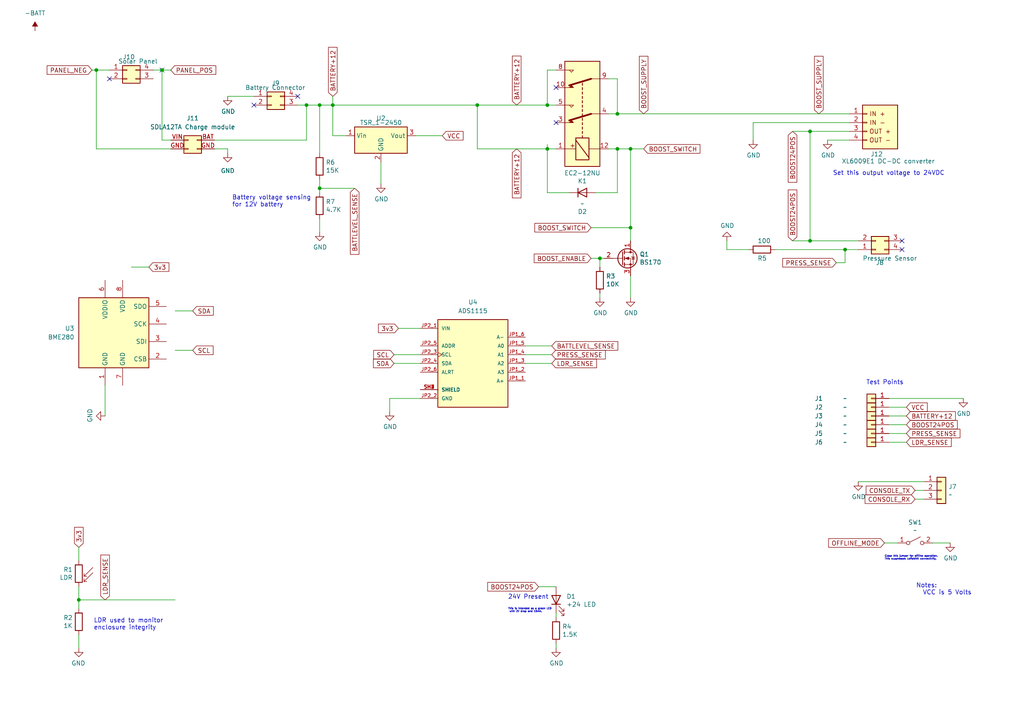
<source format=kicad_sch>
(kicad_sch
	(version 20231120)
	(generator "eeschema")
	(generator_version "8.0")
	(uuid "a113f251-aa94-483d-8b1b-4a797e2f25c2")
	(paper "A4")
	(lib_symbols
		(symbol "1085:1085"
			(pin_names
				(offset 1.016)
			)
			(exclude_from_sim no)
			(in_bom yes)
			(on_board yes)
			(property "Reference" "U"
				(at -10.16 13.335 0)
				(effects
					(font
						(size 1.27 1.27)
					)
					(justify left bottom)
				)
			)
			(property "Value" "1085"
				(at -10.16 -15.24 0)
				(effects
					(font
						(size 1.27 1.27)
					)
					(justify left bottom)
				)
			)
			(property "Footprint" "1085:MODULE_1085"
				(at 0 0 0)
				(effects
					(font
						(size 1.27 1.27)
					)
					(justify bottom)
					(hide yes)
				)
			)
			(property "Datasheet" ""
				(at 0 0 0)
				(effects
					(font
						(size 1.27 1.27)
					)
					(hide yes)
				)
			)
			(property "Description" ""
				(at 0 0 0)
				(effects
					(font
						(size 1.27 1.27)
					)
					(hide yes)
				)
			)
			(property "MF" "Adafruit Industries"
				(at 0 0 0)
				(effects
					(font
						(size 1.27 1.27)
					)
					(justify bottom)
					(hide yes)
				)
			)
			(property "MAXIMUM_PACKAGE_HEIGHT" "4.6 mm"
				(at 0 0 0)
				(effects
					(font
						(size 1.27 1.27)
					)
					(justify bottom)
					(hide yes)
				)
			)
			(property "Package" "NON STANDARD-16 Adafruit"
				(at 0 0 0)
				(effects
					(font
						(size 1.27 1.27)
					)
					(justify bottom)
					(hide yes)
				)
			)
			(property "Price" "None"
				(at 0 0 0)
				(effects
					(font
						(size 1.27 1.27)
					)
					(justify bottom)
					(hide yes)
				)
			)
			(property "Check_prices" "https://www.snapeda.com/parts/1085/Adafruit+Industries+LLC/view-part/?ref=eda"
				(at 0 0 0)
				(effects
					(font
						(size 1.27 1.27)
					)
					(justify bottom)
					(hide yes)
				)
			)
			(property "STANDARD" "Manufacturer Recommendations"
				(at 0 0 0)
				(effects
					(font
						(size 1.27 1.27)
					)
					(justify bottom)
					(hide yes)
				)
			)
			(property "PARTREV" "C"
				(at 0 0 0)
				(effects
					(font
						(size 1.27 1.27)
					)
					(justify bottom)
					(hide yes)
				)
			)
			(property "SnapEDA_Link" "https://www.snapeda.com/parts/1085/Adafruit+Industries+LLC/view-part/?ref=snap"
				(at 0 0 0)
				(effects
					(font
						(size 1.27 1.27)
					)
					(justify bottom)
					(hide yes)
				)
			)
			(property "MP" "1085"
				(at 0 0 0)
				(effects
					(font
						(size 1.27 1.27)
					)
					(justify bottom)
					(hide yes)
				)
			)
			(property "Purchase-URL" "https://www.snapeda.com/api/url_track_click_mouser/?unipart_id=378491&manufacturer=Adafruit Industries&part_name=1085&search_term=None"
				(at 0 0 0)
				(effects
					(font
						(size 1.27 1.27)
					)
					(justify bottom)
					(hide yes)
				)
			)
			(property "Description_1" "\nADS1115 series 16 Bit 860 Samples per Second Analog to Digital Converter (ADC) Evaluation Board\n"
				(at 0 0 0)
				(effects
					(font
						(size 1.27 1.27)
					)
					(justify bottom)
					(hide yes)
				)
			)
			(property "Availability" "In Stock"
				(at 0 0 0)
				(effects
					(font
						(size 1.27 1.27)
					)
					(justify bottom)
					(hide yes)
				)
			)
			(property "MANUFACTURER" "Adafruit Industries LLC"
				(at 0 0 0)
				(effects
					(font
						(size 1.27 1.27)
					)
					(justify bottom)
					(hide yes)
				)
			)
			(symbol "1085_0_0"
				(rectangle
					(start -10.16 -12.7)
					(end 10.16 12.7)
					(stroke
						(width 0.254)
						(type default)
					)
					(fill
						(type background)
					)
				)
				(pin input line
					(at -15.24 -5.08 0)
					(length 5.08)
					(name "A+"
						(effects
							(font
								(size 1.016 1.016)
							)
						)
					)
					(number "JP1_1"
						(effects
							(font
								(size 1.016 1.016)
							)
						)
					)
				)
				(pin input line
					(at -15.24 -2.54 0)
					(length 5.08)
					(name "A3"
						(effects
							(font
								(size 1.016 1.016)
							)
						)
					)
					(number "JP1_2"
						(effects
							(font
								(size 1.016 1.016)
							)
						)
					)
				)
				(pin input line
					(at -15.24 0 0)
					(length 5.08)
					(name "A2"
						(effects
							(font
								(size 1.016 1.016)
							)
						)
					)
					(number "JP1_3"
						(effects
							(font
								(size 1.016 1.016)
							)
						)
					)
				)
				(pin input line
					(at -15.24 2.54 0)
					(length 5.08)
					(name "A1"
						(effects
							(font
								(size 1.016 1.016)
							)
						)
					)
					(number "JP1_4"
						(effects
							(font
								(size 1.016 1.016)
							)
						)
					)
				)
				(pin input line
					(at -15.24 5.08 0)
					(length 5.08)
					(name "A0"
						(effects
							(font
								(size 1.016 1.016)
							)
						)
					)
					(number "JP1_5"
						(effects
							(font
								(size 1.016 1.016)
							)
						)
					)
				)
				(pin input line
					(at -15.24 7.62 0)
					(length 5.08)
					(name "A-"
						(effects
							(font
								(size 1.016 1.016)
							)
						)
					)
					(number "JP1_6"
						(effects
							(font
								(size 1.016 1.016)
							)
						)
					)
				)
				(pin power_in line
					(at 15.24 10.16 180)
					(length 5.08)
					(name "VIN"
						(effects
							(font
								(size 1.016 1.016)
							)
						)
					)
					(number "JP2_1"
						(effects
							(font
								(size 1.016 1.016)
							)
						)
					)
				)
				(pin power_in line
					(at 15.24 -10.16 180)
					(length 5.08)
					(name "GND"
						(effects
							(font
								(size 1.016 1.016)
							)
						)
					)
					(number "JP2_2"
						(effects
							(font
								(size 1.016 1.016)
							)
						)
					)
				)
				(pin input clock
					(at 15.24 2.54 180)
					(length 5.08)
					(name "SCL"
						(effects
							(font
								(size 1.016 1.016)
							)
						)
					)
					(number "JP2_3"
						(effects
							(font
								(size 1.016 1.016)
							)
						)
					)
				)
				(pin bidirectional line
					(at 15.24 0 180)
					(length 5.08)
					(name "SDA"
						(effects
							(font
								(size 1.016 1.016)
							)
						)
					)
					(number "JP2_4"
						(effects
							(font
								(size 1.016 1.016)
							)
						)
					)
				)
				(pin input line
					(at 15.24 5.08 180)
					(length 5.08)
					(name "ADDR"
						(effects
							(font
								(size 1.016 1.016)
							)
						)
					)
					(number "JP2_5"
						(effects
							(font
								(size 1.016 1.016)
							)
						)
					)
				)
				(pin output line
					(at 15.24 -2.54 180)
					(length 5.08)
					(name "ALRT"
						(effects
							(font
								(size 1.016 1.016)
							)
						)
					)
					(number "JP2_6"
						(effects
							(font
								(size 1.016 1.016)
							)
						)
					)
				)
				(pin passive line
					(at 15.24 -7.62 180)
					(length 5.08)
					(name "SHIELD"
						(effects
							(font
								(size 1.016 1.016)
							)
						)
					)
					(number "SH1"
						(effects
							(font
								(size 1.016 1.016)
							)
						)
					)
				)
				(pin passive line
					(at 15.24 -7.62 180)
					(length 5.08)
					(name "SHIELD"
						(effects
							(font
								(size 1.016 1.016)
							)
						)
					)
					(number "SH2"
						(effects
							(font
								(size 1.016 1.016)
							)
						)
					)
				)
				(pin passive line
					(at 15.24 -7.62 180)
					(length 5.08)
					(name "SHIELD"
						(effects
							(font
								(size 1.016 1.016)
							)
						)
					)
					(number "SH3"
						(effects
							(font
								(size 1.016 1.016)
							)
						)
					)
				)
				(pin passive line
					(at 15.24 -7.62 180)
					(length 5.08)
					(name "SHIELD"
						(effects
							(font
								(size 1.016 1.016)
							)
						)
					)
					(number "SH4"
						(effects
							(font
								(size 1.016 1.016)
							)
						)
					)
				)
			)
		)
		(symbol "Conn_02x02_Counter_Clockwise_1"
			(pin_names
				(offset 1.016) hide)
			(exclude_from_sim no)
			(in_bom yes)
			(on_board yes)
			(property "Reference" "J11"
				(at 1.27 6.35 0)
				(effects
					(font
						(size 1.27 1.27)
					)
				)
			)
			(property "Value" "SDLA12TA"
				(at 1.27 3.81 0)
				(effects
					(font
						(size 1.27 1.27)
					)
				)
			)
			(property "Footprint" ""
				(at 0 0 0)
				(effects
					(font
						(size 1.27 1.27)
					)
					(hide yes)
				)
			)
			(property "Datasheet" "~"
				(at 0 0 0)
				(effects
					(font
						(size 1.27 1.27)
					)
					(hide yes)
				)
			)
			(property "Description" "Generic connector, double row, 02x02, counter clockwise pin numbering scheme (similar to DIP package numbering), script generated (kicad-library-utils/schlib/autogen/connector/)"
				(at 0.508 9.652 0)
				(effects
					(font
						(size 1.27 1.27)
					)
					(hide yes)
				)
			)
			(property "ki_keywords" "connector"
				(at 0 0 0)
				(effects
					(font
						(size 1.27 1.27)
					)
					(hide yes)
				)
			)
			(property "ki_fp_filters" "Connector*:*_2x??_*"
				(at 0 0 0)
				(effects
					(font
						(size 1.27 1.27)
					)
					(hide yes)
				)
			)
			(symbol "Conn_02x02_Counter_Clockwise_1_1_1"
				(rectangle
					(start -1.27 -2.413)
					(end 0 -2.667)
					(stroke
						(width 0.1524)
						(type default)
					)
					(fill
						(type none)
					)
				)
				(rectangle
					(start -1.27 0.127)
					(end 0 -0.127)
					(stroke
						(width 0.1524)
						(type default)
					)
					(fill
						(type none)
					)
				)
				(rectangle
					(start -1.27 1.27)
					(end 3.81 -3.81)
					(stroke
						(width 0.254)
						(type default)
					)
					(fill
						(type background)
					)
				)
				(rectangle
					(start 3.81 -2.413)
					(end 2.54 -2.667)
					(stroke
						(width 0.1524)
						(type default)
					)
					(fill
						(type none)
					)
				)
				(rectangle
					(start 3.81 0.127)
					(end 2.54 -0.127)
					(stroke
						(width 0.1524)
						(type default)
					)
					(fill
						(type none)
					)
				)
				(pin power_out line
					(at 7.62 0 180)
					(length 3.81)
					(name "BAT"
						(effects
							(font
								(size 1.27 1.27)
							)
						)
					)
					(number "BAT"
						(effects
							(font
								(size 1.27 1.27)
							)
						)
					)
				)
				(pin passive line
					(at -5.08 -2.54 0)
					(length 3.81)
					(name "GND"
						(effects
							(font
								(size 1.27 1.27)
							)
						)
					)
					(number "GND"
						(effects
							(font
								(size 1.27 1.27)
							)
						)
					)
				)
				(pin passive line
					(at 7.62 -2.54 180)
					(length 3.81)
					(name "GND"
						(effects
							(font
								(size 1.27 1.27)
							)
						)
					)
					(number "GND"
						(effects
							(font
								(size 1.27 1.27)
							)
						)
					)
				)
				(pin power_in line
					(at -5.08 0 0)
					(length 3.81)
					(name "VIN"
						(effects
							(font
								(size 1.27 1.27)
							)
						)
					)
					(number "VIN"
						(effects
							(font
								(size 1.27 1.27)
							)
						)
					)
				)
			)
		)
		(symbol "Connector_Generic:Conn_01x01"
			(pin_names
				(offset 1.016) hide)
			(exclude_from_sim no)
			(in_bom yes)
			(on_board yes)
			(property "Reference" "J"
				(at 0 2.54 0)
				(effects
					(font
						(size 1.27 1.27)
					)
				)
			)
			(property "Value" "Conn_01x01"
				(at 0 -2.54 0)
				(effects
					(font
						(size 1.27 1.27)
					)
				)
			)
			(property "Footprint" ""
				(at 0 0 0)
				(effects
					(font
						(size 1.27 1.27)
					)
					(hide yes)
				)
			)
			(property "Datasheet" "~"
				(at 0 0 0)
				(effects
					(font
						(size 1.27 1.27)
					)
					(hide yes)
				)
			)
			(property "Description" "Generic connector, single row, 01x01, script generated (kicad-library-utils/schlib/autogen/connector/)"
				(at 0 0 0)
				(effects
					(font
						(size 1.27 1.27)
					)
					(hide yes)
				)
			)
			(property "ki_keywords" "connector"
				(at 0 0 0)
				(effects
					(font
						(size 1.27 1.27)
					)
					(hide yes)
				)
			)
			(property "ki_fp_filters" "Connector*:*_1x??_*"
				(at 0 0 0)
				(effects
					(font
						(size 1.27 1.27)
					)
					(hide yes)
				)
			)
			(symbol "Conn_01x01_1_1"
				(rectangle
					(start -1.27 0.127)
					(end 0 -0.127)
					(stroke
						(width 0.1524)
						(type default)
					)
					(fill
						(type none)
					)
				)
				(rectangle
					(start -1.27 1.27)
					(end 1.27 -1.27)
					(stroke
						(width 0.254)
						(type default)
					)
					(fill
						(type background)
					)
				)
				(pin passive line
					(at -5.08 0 0)
					(length 3.81)
					(name "Pin_1"
						(effects
							(font
								(size 1.27 1.27)
							)
						)
					)
					(number "1"
						(effects
							(font
								(size 1.27 1.27)
							)
						)
					)
				)
			)
		)
		(symbol "Connector_Generic:Conn_01x03"
			(pin_names
				(offset 1.016) hide)
			(exclude_from_sim no)
			(in_bom yes)
			(on_board yes)
			(property "Reference" "J"
				(at 0 5.08 0)
				(effects
					(font
						(size 1.27 1.27)
					)
				)
			)
			(property "Value" "Conn_01x03"
				(at 0 -5.08 0)
				(effects
					(font
						(size 1.27 1.27)
					)
				)
			)
			(property "Footprint" ""
				(at 0 0 0)
				(effects
					(font
						(size 1.27 1.27)
					)
					(hide yes)
				)
			)
			(property "Datasheet" "~"
				(at 0 0 0)
				(effects
					(font
						(size 1.27 1.27)
					)
					(hide yes)
				)
			)
			(property "Description" "Generic connector, single row, 01x03, script generated (kicad-library-utils/schlib/autogen/connector/)"
				(at 0 0 0)
				(effects
					(font
						(size 1.27 1.27)
					)
					(hide yes)
				)
			)
			(property "ki_keywords" "connector"
				(at 0 0 0)
				(effects
					(font
						(size 1.27 1.27)
					)
					(hide yes)
				)
			)
			(property "ki_fp_filters" "Connector*:*_1x??_*"
				(at 0 0 0)
				(effects
					(font
						(size 1.27 1.27)
					)
					(hide yes)
				)
			)
			(symbol "Conn_01x03_1_1"
				(rectangle
					(start -1.27 -2.413)
					(end 0 -2.667)
					(stroke
						(width 0.1524)
						(type default)
					)
					(fill
						(type none)
					)
				)
				(rectangle
					(start -1.27 0.127)
					(end 0 -0.127)
					(stroke
						(width 0.1524)
						(type default)
					)
					(fill
						(type none)
					)
				)
				(rectangle
					(start -1.27 2.667)
					(end 0 2.413)
					(stroke
						(width 0.1524)
						(type default)
					)
					(fill
						(type none)
					)
				)
				(rectangle
					(start -1.27 3.81)
					(end 1.27 -3.81)
					(stroke
						(width 0.254)
						(type default)
					)
					(fill
						(type background)
					)
				)
				(pin passive line
					(at -5.08 2.54 0)
					(length 3.81)
					(name "Pin_1"
						(effects
							(font
								(size 1.27 1.27)
							)
						)
					)
					(number "1"
						(effects
							(font
								(size 1.27 1.27)
							)
						)
					)
				)
				(pin passive line
					(at -5.08 0 0)
					(length 3.81)
					(name "Pin_2"
						(effects
							(font
								(size 1.27 1.27)
							)
						)
					)
					(number "2"
						(effects
							(font
								(size 1.27 1.27)
							)
						)
					)
				)
				(pin passive line
					(at -5.08 -2.54 0)
					(length 3.81)
					(name "Pin_3"
						(effects
							(font
								(size 1.27 1.27)
							)
						)
					)
					(number "3"
						(effects
							(font
								(size 1.27 1.27)
							)
						)
					)
				)
			)
		)
		(symbol "Connector_Generic:Conn_01x04"
			(pin_names
				(offset 1.016) hide)
			(exclude_from_sim no)
			(in_bom yes)
			(on_board yes)
			(property "Reference" "J12"
				(at 1.016 -9.144 0)
				(effects
					(font
						(size 1.27 1.27)
					)
					(justify left)
				)
			)
			(property "Value" "XL6009E1 DC-DC converter"
				(at -7.366 -11.176 0)
				(effects
					(font
						(size 1.27 1.27)
					)
					(justify left)
				)
			)
			(property "Footprint" ""
				(at 0 0 0)
				(effects
					(font
						(size 1.27 1.27)
					)
					(hide yes)
				)
			)
			(property "Datasheet" "~"
				(at 0 0 0)
				(effects
					(font
						(size 1.27 1.27)
					)
					(hide yes)
				)
			)
			(property "Description" "Generic connector, single row, 01x04, script generated (kicad-library-utils/schlib/autogen/connector/)"
				(at -0.508 9.906 0)
				(effects
					(font
						(size 1.27 1.27)
					)
					(hide yes)
				)
			)
			(property "ki_keywords" "connector"
				(at 0 0 0)
				(effects
					(font
						(size 1.27 1.27)
					)
					(hide yes)
				)
			)
			(property "ki_fp_filters" "Connector*:*_1x??_*"
				(at 0 0 0)
				(effects
					(font
						(size 1.27 1.27)
					)
					(hide yes)
				)
			)
			(symbol "Conn_01x04_1_1"
				(rectangle
					(start -1.27 -4.953)
					(end 0 -5.207)
					(stroke
						(width 0.1524)
						(type default)
					)
					(fill
						(type none)
					)
				)
				(rectangle
					(start -1.27 -2.413)
					(end 0 -2.667)
					(stroke
						(width 0.1524)
						(type default)
					)
					(fill
						(type none)
					)
				)
				(rectangle
					(start -1.27 0.127)
					(end 0 -0.127)
					(stroke
						(width 0.1524)
						(type default)
					)
					(fill
						(type none)
					)
				)
				(rectangle
					(start -1.27 2.667)
					(end 0 2.413)
					(stroke
						(width 0.1524)
						(type default)
					)
					(fill
						(type none)
					)
				)
				(rectangle
					(start -1.27 5.08)
					(end 8.89 -7.62)
					(stroke
						(width 0.254)
						(type default)
					)
					(fill
						(type background)
					)
				)
				(text "IN +"
					(at 3.048 2.54 0)
					(effects
						(font
							(size 1.27 1.27)
						)
					)
				)
				(text "IN -"
					(at 3.048 0 0)
					(effects
						(font
							(size 1.27 1.27)
						)
					)
				)
				(text "OUT +"
					(at 3.81 -2.54 0)
					(effects
						(font
							(size 1.27 1.27)
						)
					)
				)
				(text "OUT -"
					(at 3.81 -5.08 0)
					(effects
						(font
							(size 1.27 1.27)
						)
					)
				)
				(pin passive line
					(at -5.08 2.54 0)
					(length 3.81)
					(name "IN_+"
						(effects
							(font
								(size 1.27 1.27)
							)
						)
					)
					(number "1"
						(effects
							(font
								(size 1.27 1.27)
							)
						)
					)
				)
				(pin passive line
					(at -5.08 0 0)
					(length 3.81)
					(name "Pin_2"
						(effects
							(font
								(size 1.27 1.27)
							)
						)
					)
					(number "2"
						(effects
							(font
								(size 1.27 1.27)
							)
						)
					)
				)
				(pin passive line
					(at -5.08 -2.54 0)
					(length 3.81)
					(name "Pin_3"
						(effects
							(font
								(size 1.27 1.27)
							)
						)
					)
					(number "3"
						(effects
							(font
								(size 1.27 1.27)
							)
						)
					)
				)
				(pin passive line
					(at -5.08 -5.08 0)
					(length 3.81)
					(name "Pin_4"
						(effects
							(font
								(size 1.27 1.27)
							)
						)
					)
					(number "4"
						(effects
							(font
								(size 1.27 1.27)
							)
						)
					)
				)
			)
		)
		(symbol "Connector_Generic:Conn_02x02_Counter_Clockwise"
			(pin_names
				(offset 1.016) hide)
			(exclude_from_sim no)
			(in_bom yes)
			(on_board yes)
			(property "Reference" "J"
				(at 1.27 2.54 0)
				(effects
					(font
						(size 1.27 1.27)
					)
				)
			)
			(property "Value" "Conn_02x02_Counter_Clockwise"
				(at 1.27 -5.08 0)
				(effects
					(font
						(size 1.27 1.27)
					)
				)
			)
			(property "Footprint" ""
				(at 0 0 0)
				(effects
					(font
						(size 1.27 1.27)
					)
					(hide yes)
				)
			)
			(property "Datasheet" "~"
				(at 0 0 0)
				(effects
					(font
						(size 1.27 1.27)
					)
					(hide yes)
				)
			)
			(property "Description" "Generic connector, double row, 02x02, counter clockwise pin numbering scheme (similar to DIP packge numbering), script generated (kicad-library-utils/schlib/autogen/connector/)"
				(at 0 0 0)
				(effects
					(font
						(size 1.27 1.27)
					)
					(hide yes)
				)
			)
			(property "ki_keywords" "connector"
				(at 0 0 0)
				(effects
					(font
						(size 1.27 1.27)
					)
					(hide yes)
				)
			)
			(property "ki_fp_filters" "Connector*:*_2x??_*"
				(at 0 0 0)
				(effects
					(font
						(size 1.27 1.27)
					)
					(hide yes)
				)
			)
			(symbol "Conn_02x02_Counter_Clockwise_1_1"
				(rectangle
					(start -1.27 -2.413)
					(end 0 -2.667)
					(stroke
						(width 0.1524)
						(type default)
					)
					(fill
						(type none)
					)
				)
				(rectangle
					(start -1.27 0.127)
					(end 0 -0.127)
					(stroke
						(width 0.1524)
						(type default)
					)
					(fill
						(type none)
					)
				)
				(rectangle
					(start -1.27 1.27)
					(end 3.81 -3.81)
					(stroke
						(width 0.254)
						(type default)
					)
					(fill
						(type background)
					)
				)
				(rectangle
					(start 3.81 -2.413)
					(end 2.54 -2.667)
					(stroke
						(width 0.1524)
						(type default)
					)
					(fill
						(type none)
					)
				)
				(rectangle
					(start 3.81 0.127)
					(end 2.54 -0.127)
					(stroke
						(width 0.1524)
						(type default)
					)
					(fill
						(type none)
					)
				)
				(pin passive line
					(at -5.08 0 0)
					(length 3.81)
					(name "Pin_1"
						(effects
							(font
								(size 1.27 1.27)
							)
						)
					)
					(number "1"
						(effects
							(font
								(size 1.27 1.27)
							)
						)
					)
				)
				(pin passive line
					(at -5.08 -2.54 0)
					(length 3.81)
					(name "Pin_2"
						(effects
							(font
								(size 1.27 1.27)
							)
						)
					)
					(number "2"
						(effects
							(font
								(size 1.27 1.27)
							)
						)
					)
				)
				(pin passive line
					(at 7.62 -2.54 180)
					(length 3.81)
					(name "Pin_3"
						(effects
							(font
								(size 1.27 1.27)
							)
						)
					)
					(number "3"
						(effects
							(font
								(size 1.27 1.27)
							)
						)
					)
				)
				(pin passive line
					(at 7.62 0 180)
					(length 3.81)
					(name "Pin_4"
						(effects
							(font
								(size 1.27 1.27)
							)
						)
					)
					(number "4"
						(effects
							(font
								(size 1.27 1.27)
							)
						)
					)
				)
			)
		)
		(symbol "Device:D"
			(pin_numbers hide)
			(pin_names
				(offset 1.016) hide)
			(exclude_from_sim no)
			(in_bom yes)
			(on_board yes)
			(property "Reference" "D"
				(at 0 2.54 0)
				(effects
					(font
						(size 1.27 1.27)
					)
				)
			)
			(property "Value" "D"
				(at 0 -2.54 0)
				(effects
					(font
						(size 1.27 1.27)
					)
				)
			)
			(property "Footprint" ""
				(at 0 0 0)
				(effects
					(font
						(size 1.27 1.27)
					)
					(hide yes)
				)
			)
			(property "Datasheet" "~"
				(at 0 0 0)
				(effects
					(font
						(size 1.27 1.27)
					)
					(hide yes)
				)
			)
			(property "Description" "Diode"
				(at 0 0 0)
				(effects
					(font
						(size 1.27 1.27)
					)
					(hide yes)
				)
			)
			(property "ki_keywords" "diode"
				(at 0 0 0)
				(effects
					(font
						(size 1.27 1.27)
					)
					(hide yes)
				)
			)
			(property "ki_fp_filters" "TO-???* *_Diode_* *SingleDiode* D_*"
				(at 0 0 0)
				(effects
					(font
						(size 1.27 1.27)
					)
					(hide yes)
				)
			)
			(symbol "D_0_1"
				(polyline
					(pts
						(xy -1.27 1.27) (xy -1.27 -1.27)
					)
					(stroke
						(width 0.254)
						(type default)
					)
					(fill
						(type none)
					)
				)
				(polyline
					(pts
						(xy 1.27 0) (xy -1.27 0)
					)
					(stroke
						(width 0)
						(type default)
					)
					(fill
						(type none)
					)
				)
				(polyline
					(pts
						(xy 1.27 1.27) (xy 1.27 -1.27) (xy -1.27 0) (xy 1.27 1.27)
					)
					(stroke
						(width 0.254)
						(type default)
					)
					(fill
						(type none)
					)
				)
			)
			(symbol "D_1_1"
				(pin passive line
					(at -3.81 0 0)
					(length 2.54)
					(name "K"
						(effects
							(font
								(size 1.27 1.27)
							)
						)
					)
					(number "1"
						(effects
							(font
								(size 1.27 1.27)
							)
						)
					)
				)
				(pin passive line
					(at 3.81 0 180)
					(length 2.54)
					(name "A"
						(effects
							(font
								(size 1.27 1.27)
							)
						)
					)
					(number "2"
						(effects
							(font
								(size 1.27 1.27)
							)
						)
					)
				)
			)
		)
		(symbol "Device:LED"
			(pin_numbers hide)
			(pin_names
				(offset 1.016) hide)
			(exclude_from_sim no)
			(in_bom yes)
			(on_board yes)
			(property "Reference" "D"
				(at 0 2.54 0)
				(effects
					(font
						(size 1.27 1.27)
					)
				)
			)
			(property "Value" "LED"
				(at 0 -2.54 0)
				(effects
					(font
						(size 1.27 1.27)
					)
				)
			)
			(property "Footprint" ""
				(at 0 0 0)
				(effects
					(font
						(size 1.27 1.27)
					)
					(hide yes)
				)
			)
			(property "Datasheet" "~"
				(at 0 0 0)
				(effects
					(font
						(size 1.27 1.27)
					)
					(hide yes)
				)
			)
			(property "Description" "Light emitting diode"
				(at 0 0 0)
				(effects
					(font
						(size 1.27 1.27)
					)
					(hide yes)
				)
			)
			(property "ki_keywords" "LED diode"
				(at 0 0 0)
				(effects
					(font
						(size 1.27 1.27)
					)
					(hide yes)
				)
			)
			(property "ki_fp_filters" "LED* LED_SMD:* LED_THT:*"
				(at 0 0 0)
				(effects
					(font
						(size 1.27 1.27)
					)
					(hide yes)
				)
			)
			(symbol "LED_0_1"
				(polyline
					(pts
						(xy -1.27 -1.27) (xy -1.27 1.27)
					)
					(stroke
						(width 0.254)
						(type default)
					)
					(fill
						(type none)
					)
				)
				(polyline
					(pts
						(xy -1.27 0) (xy 1.27 0)
					)
					(stroke
						(width 0)
						(type default)
					)
					(fill
						(type none)
					)
				)
				(polyline
					(pts
						(xy 1.27 -1.27) (xy 1.27 1.27) (xy -1.27 0) (xy 1.27 -1.27)
					)
					(stroke
						(width 0.254)
						(type default)
					)
					(fill
						(type none)
					)
				)
				(polyline
					(pts
						(xy -3.048 -0.762) (xy -4.572 -2.286) (xy -3.81 -2.286) (xy -4.572 -2.286) (xy -4.572 -1.524)
					)
					(stroke
						(width 0)
						(type default)
					)
					(fill
						(type none)
					)
				)
				(polyline
					(pts
						(xy -1.778 -0.762) (xy -3.302 -2.286) (xy -2.54 -2.286) (xy -3.302 -2.286) (xy -3.302 -1.524)
					)
					(stroke
						(width 0)
						(type default)
					)
					(fill
						(type none)
					)
				)
			)
			(symbol "LED_1_1"
				(pin passive line
					(at -3.81 0 0)
					(length 2.54)
					(name "K"
						(effects
							(font
								(size 1.27 1.27)
							)
						)
					)
					(number "1"
						(effects
							(font
								(size 1.27 1.27)
							)
						)
					)
				)
				(pin passive line
					(at 3.81 0 180)
					(length 2.54)
					(name "A"
						(effects
							(font
								(size 1.27 1.27)
							)
						)
					)
					(number "2"
						(effects
							(font
								(size 1.27 1.27)
							)
						)
					)
				)
			)
		)
		(symbol "Device:R"
			(pin_numbers hide)
			(pin_names
				(offset 0)
			)
			(exclude_from_sim no)
			(in_bom yes)
			(on_board yes)
			(property "Reference" "R"
				(at 2.032 0 90)
				(effects
					(font
						(size 1.27 1.27)
					)
				)
			)
			(property "Value" "R"
				(at 0 0 90)
				(effects
					(font
						(size 1.27 1.27)
					)
				)
			)
			(property "Footprint" ""
				(at -1.778 0 90)
				(effects
					(font
						(size 1.27 1.27)
					)
					(hide yes)
				)
			)
			(property "Datasheet" "~"
				(at 0 0 0)
				(effects
					(font
						(size 1.27 1.27)
					)
					(hide yes)
				)
			)
			(property "Description" "Resistor"
				(at 0 0 0)
				(effects
					(font
						(size 1.27 1.27)
					)
					(hide yes)
				)
			)
			(property "ki_keywords" "R res resistor"
				(at 0 0 0)
				(effects
					(font
						(size 1.27 1.27)
					)
					(hide yes)
				)
			)
			(property "ki_fp_filters" "R_*"
				(at 0 0 0)
				(effects
					(font
						(size 1.27 1.27)
					)
					(hide yes)
				)
			)
			(symbol "R_0_1"
				(rectangle
					(start -1.016 -2.54)
					(end 1.016 2.54)
					(stroke
						(width 0.254)
						(type default)
					)
					(fill
						(type none)
					)
				)
			)
			(symbol "R_1_1"
				(pin passive line
					(at 0 3.81 270)
					(length 1.27)
					(name "~"
						(effects
							(font
								(size 1.27 1.27)
							)
						)
					)
					(number "1"
						(effects
							(font
								(size 1.27 1.27)
							)
						)
					)
				)
				(pin passive line
					(at 0 -3.81 90)
					(length 1.27)
					(name "~"
						(effects
							(font
								(size 1.27 1.27)
							)
						)
					)
					(number "2"
						(effects
							(font
								(size 1.27 1.27)
							)
						)
					)
				)
			)
		)
		(symbol "GND_1"
			(power)
			(pin_numbers hide)
			(pin_names
				(offset 0) hide)
			(exclude_from_sim no)
			(in_bom yes)
			(on_board yes)
			(property "Reference" "#PWR"
				(at 0 -6.35 0)
				(effects
					(font
						(size 1.27 1.27)
					)
					(hide yes)
				)
			)
			(property "Value" "GND"
				(at 0 -3.81 0)
				(effects
					(font
						(size 1.27 1.27)
					)
				)
			)
			(property "Footprint" ""
				(at 0 0 0)
				(effects
					(font
						(size 1.27 1.27)
					)
					(hide yes)
				)
			)
			(property "Datasheet" ""
				(at 0 0 0)
				(effects
					(font
						(size 1.27 1.27)
					)
					(hide yes)
				)
			)
			(property "Description" "Power symbol creates a global label with name \"GND\" , ground"
				(at 0 0 0)
				(effects
					(font
						(size 1.27 1.27)
					)
					(hide yes)
				)
			)
			(property "ki_keywords" "global power"
				(at 0 0 0)
				(effects
					(font
						(size 1.27 1.27)
					)
					(hide yes)
				)
			)
			(symbol "GND_1_0_1"
				(polyline
					(pts
						(xy 0 0) (xy 0 -1.27) (xy 1.27 -1.27) (xy 0 -2.54) (xy -1.27 -1.27) (xy 0 -1.27)
					)
					(stroke
						(width 0)
						(type default)
					)
					(fill
						(type none)
					)
				)
			)
			(symbol "GND_1_1_1"
				(pin power_in line
					(at 0 0 270)
					(length 0)
					(name "~"
						(effects
							(font
								(size 1.27 1.27)
							)
						)
					)
					(number "1"
						(effects
							(font
								(size 1.27 1.27)
							)
						)
					)
				)
			)
		)
		(symbol "GND_2"
			(power)
			(pin_numbers hide)
			(pin_names
				(offset 0) hide)
			(exclude_from_sim no)
			(in_bom yes)
			(on_board yes)
			(property "Reference" "#PWR"
				(at 0 -6.35 0)
				(effects
					(font
						(size 1.27 1.27)
					)
					(hide yes)
				)
			)
			(property "Value" "GND"
				(at 0 -3.81 0)
				(effects
					(font
						(size 1.27 1.27)
					)
				)
			)
			(property "Footprint" ""
				(at 0 0 0)
				(effects
					(font
						(size 1.27 1.27)
					)
					(hide yes)
				)
			)
			(property "Datasheet" ""
				(at 0 0 0)
				(effects
					(font
						(size 1.27 1.27)
					)
					(hide yes)
				)
			)
			(property "Description" "Power symbol creates a global label with name \"GND\" , ground"
				(at 0 0 0)
				(effects
					(font
						(size 1.27 1.27)
					)
					(hide yes)
				)
			)
			(property "ki_keywords" "global power"
				(at 0 0 0)
				(effects
					(font
						(size 1.27 1.27)
					)
					(hide yes)
				)
			)
			(symbol "GND_2_0_1"
				(polyline
					(pts
						(xy 0 0) (xy 0 -1.27) (xy 1.27 -1.27) (xy 0 -2.54) (xy -1.27 -1.27) (xy 0 -1.27)
					)
					(stroke
						(width 0)
						(type default)
					)
					(fill
						(type none)
					)
				)
			)
			(symbol "GND_2_1_1"
				(pin power_in line
					(at 0 0 270)
					(length 0)
					(name "~"
						(effects
							(font
								(size 1.27 1.27)
							)
						)
					)
					(number "1"
						(effects
							(font
								(size 1.27 1.27)
							)
						)
					)
				)
			)
		)
		(symbol "PCM_Espressif:ESP32-C6-DevKitC-1"
			(pin_names
				(offset 1.016)
			)
			(exclude_from_sim no)
			(in_bom yes)
			(on_board yes)
			(property "Reference" "U"
				(at -22.86 25.4 0)
				(effects
					(font
						(size 1.27 1.27)
					)
					(justify left)
				)
			)
			(property "Value" "ESP32-C6-DevKitC-1"
				(at -22.86 22.86 0)
				(effects
					(font
						(size 1.27 1.27)
					)
					(justify left)
				)
			)
			(property "Footprint" "PCM_Espressif:ESP32-C6-DevKitC-1"
				(at 0 -25.4 0)
				(effects
					(font
						(size 1.27 1.27)
					)
					(hide yes)
				)
			)
			(property "Datasheet" "https://docs.espressif.com/projects/espressif-esp-dev-kits/en/latest/esp32c6/esp32-c6-devkitc-1/user_guide.html"
				(at 8.89 -27.94 0)
				(effects
					(font
						(size 1.27 1.27)
					)
					(hide yes)
				)
			)
			(property "Description" "ESP32-C6-DevKitC-1"
				(at 0 0 0)
				(effects
					(font
						(size 1.27 1.27)
					)
					(hide yes)
				)
			)
			(symbol "ESP32-C6-DevKitC-1_0_1"
				(rectangle
					(start -22.86 20.32)
					(end 22.86 -22.86)
					(stroke
						(width 0.254)
						(type default)
					)
					(fill
						(type background)
					)
				)
			)
			(symbol "ESP32-C6-DevKitC-1_1_0"
				(pin power_in line
					(at -25.4 -15.24 0)
					(length 2.54)
					(name "5V"
						(effects
							(font
								(size 1.27 1.27)
							)
						)
					)
					(number "14"
						(effects
							(font
								(size 1.27 1.27)
							)
						)
					)
				)
				(pin input line
					(at -25.4 15.24 0)
					(length 2.54)
					(name "EN/RESET"
						(effects
							(font
								(size 1.27 1.27)
							)
						)
					)
					(number "2"
						(effects
							(font
								(size 1.27 1.27)
							)
						)
					)
				)
			)
			(symbol "ESP32-C6-DevKitC-1_1_1"
				(pin power_in line
					(at -25.4 17.78 0)
					(length 2.54)
					(name "3V3"
						(effects
							(font
								(size 1.27 1.27)
							)
						)
					)
					(number "1"
						(effects
							(font
								(size 1.27 1.27)
							)
						)
					)
				)
				(pin bidirectional line
					(at -25.4 -5.08 0)
					(length 2.54)
					(name "GPIO10"
						(effects
							(font
								(size 1.27 1.27)
							)
						)
					)
					(number "10"
						(effects
							(font
								(size 1.27 1.27)
							)
						)
					)
				)
				(pin bidirectional line
					(at -25.4 -7.62 0)
					(length 2.54)
					(name "GPIO11"
						(effects
							(font
								(size 1.27 1.27)
							)
						)
					)
					(number "11"
						(effects
							(font
								(size 1.27 1.27)
							)
						)
					)
				)
				(pin bidirectional line
					(at -25.4 -10.16 0)
					(length 2.54)
					(name "GPIO2"
						(effects
							(font
								(size 1.27 1.27)
							)
						)
					)
					(number "12"
						(effects
							(font
								(size 1.27 1.27)
							)
						)
					)
					(alternate "GPIO2/ADC1_CH2" bidirectional line)
					(alternate "GPIO2/FSPIQ" bidirectional line)
					(alternate "GPIO2/LP_GPIO2" bidirectional line)
					(alternate "GPIO2/LP_UART_RTSN" bidirectional line)
				)
				(pin bidirectional line
					(at -25.4 -12.7 0)
					(length 2.54)
					(name "GPIO3"
						(effects
							(font
								(size 1.27 1.27)
							)
						)
					)
					(number "13"
						(effects
							(font
								(size 1.27 1.27)
							)
						)
					)
					(alternate "GPIO3/ADC1_CH3" bidirectional line)
					(alternate "GPIO3/LP_GPIO3" bidirectional line)
					(alternate "GPIO3/LP_UART_CTSN" bidirectional line)
				)
				(pin power_in line
					(at -25.4 -17.78 0)
					(length 2.54)
					(name "GND"
						(effects
							(font
								(size 1.27 1.27)
							)
						)
					)
					(number "15"
						(effects
							(font
								(size 1.27 1.27)
							)
						)
					)
				)
				(pin no_connect line
					(at -25.4 -20.32 0)
					(length 2.54)
					(name "NC"
						(effects
							(font
								(size 1.27 1.27)
							)
						)
					)
					(number "16"
						(effects
							(font
								(size 1.27 1.27)
							)
						)
					)
				)
				(pin no_connect line
					(at 25.4 -20.32 180)
					(length 2.54)
					(name "NC"
						(effects
							(font
								(size 1.27 1.27)
							)
						)
					)
					(number "17"
						(effects
							(font
								(size 1.27 1.27)
							)
						)
					)
				)
				(pin power_in line
					(at 25.4 -17.78 180)
					(length 2.54)
					(name "GND"
						(effects
							(font
								(size 1.27 1.27)
							)
						)
					)
					(number "18"
						(effects
							(font
								(size 1.27 1.27)
							)
						)
					)
				)
				(pin bidirectional line
					(at 25.4 -15.24 180)
					(length 2.54)
					(name "GPIO12/USB_D-"
						(effects
							(font
								(size 1.27 1.27)
							)
						)
					)
					(number "19"
						(effects
							(font
								(size 1.27 1.27)
							)
						)
					)
					(alternate "GPIO12" bidirectional line)
				)
				(pin bidirectional line
					(at 25.4 -12.7 180)
					(length 2.54)
					(name "GPIO13/USB_D+"
						(effects
							(font
								(size 1.27 1.27)
							)
						)
					)
					(number "20"
						(effects
							(font
								(size 1.27 1.27)
							)
						)
					)
					(alternate "GPIO13" bidirectional line)
				)
				(pin power_in line
					(at 25.4 -10.16 180)
					(length 2.54)
					(name "GND"
						(effects
							(font
								(size 1.27 1.27)
							)
						)
					)
					(number "21"
						(effects
							(font
								(size 1.27 1.27)
							)
						)
					)
				)
				(pin bidirectional line
					(at 25.4 -7.62 180)
					(length 2.54)
					(name "GPIO9/BOOT"
						(effects
							(font
								(size 1.27 1.27)
							)
						)
					)
					(number "22"
						(effects
							(font
								(size 1.27 1.27)
							)
						)
					)
				)
				(pin bidirectional line
					(at 25.4 -5.08 180)
					(length 2.54)
					(name "GPIO18"
						(effects
							(font
								(size 1.27 1.27)
							)
						)
					)
					(number "23"
						(effects
							(font
								(size 1.27 1.27)
							)
						)
					)
					(alternate "GPIO18/FSPICS2" bidirectional line)
					(alternate "GPIO18/SDIO_CMD" bidirectional line)
				)
				(pin bidirectional line
					(at 25.4 -2.54 180)
					(length 2.54)
					(name "GPIO19"
						(effects
							(font
								(size 1.27 1.27)
							)
						)
					)
					(number "24"
						(effects
							(font
								(size 1.27 1.27)
							)
						)
					)
					(alternate "GPIO19/FSPICS3" bidirectional line)
					(alternate "GPIO19/SDIO_CLK" bidirectional line)
				)
				(pin bidirectional line
					(at 25.4 0 180)
					(length 2.54)
					(name "GPIO20"
						(effects
							(font
								(size 1.27 1.27)
							)
						)
					)
					(number "25"
						(effects
							(font
								(size 1.27 1.27)
							)
						)
					)
					(alternate "GPIO20/FSPICS4" bidirectional line)
					(alternate "GPIO20/SDIO_DATA0" bidirectional line)
				)
				(pin bidirectional line
					(at 25.4 2.54 180)
					(length 2.54)
					(name "GPIO21"
						(effects
							(font
								(size 1.27 1.27)
							)
						)
					)
					(number "26"
						(effects
							(font
								(size 1.27 1.27)
							)
						)
					)
					(alternate "GPIO21/FSPICS5" bidirectional line)
					(alternate "GPIO21/SDIO_DATA1" bidirectional line)
				)
				(pin bidirectional line
					(at 25.4 5.08 180)
					(length 2.54)
					(name "GPIO22"
						(effects
							(font
								(size 1.27 1.27)
							)
						)
					)
					(number "27"
						(effects
							(font
								(size 1.27 1.27)
							)
						)
					)
					(alternate "GPIO22/SDIO_DATA2" bidirectional line)
				)
				(pin bidirectional line
					(at 25.4 7.62 180)
					(length 2.54)
					(name "GPIO23"
						(effects
							(font
								(size 1.27 1.27)
							)
						)
					)
					(number "28"
						(effects
							(font
								(size 1.27 1.27)
							)
						)
					)
					(alternate "GPIO23/SDIO_DATA3" bidirectional line)
				)
				(pin bidirectional line
					(at 25.4 10.16 180)
					(length 2.54)
					(name "GPIO15/JTAG"
						(effects
							(font
								(size 1.27 1.27)
							)
						)
					)
					(number "29"
						(effects
							(font
								(size 1.27 1.27)
							)
						)
					)
				)
				(pin bidirectional line
					(at -25.4 12.7 0)
					(length 2.54)
					(name "GPIO4/MTMS"
						(effects
							(font
								(size 1.27 1.27)
							)
						)
					)
					(number "3"
						(effects
							(font
								(size 1.27 1.27)
							)
						)
					)
					(alternate "GPIO4" bidirectional line)
					(alternate "GPIO4/ADC1_CH4" bidirectional line)
					(alternate "GPIO4/FSPIHD" bidirectional line)
					(alternate "GPIO4/LP_GPIO4" bidirectional line)
					(alternate "GPIO4/LP_UART_RXD" bidirectional line)
				)
				(pin bidirectional line
					(at 25.4 12.7 180)
					(length 2.54)
					(name "GPIO17/U0RXD"
						(effects
							(font
								(size 1.27 1.27)
							)
						)
					)
					(number "30"
						(effects
							(font
								(size 1.27 1.27)
							)
						)
					)
					(alternate "GPIO17" bidirectional line)
					(alternate "GPIO17/FSPICS1" bidirectional line)
				)
				(pin bidirectional line
					(at 25.4 15.24 180)
					(length 2.54)
					(name "GPIO16/U0TXD"
						(effects
							(font
								(size 1.27 1.27)
							)
						)
					)
					(number "31"
						(effects
							(font
								(size 1.27 1.27)
							)
						)
					)
					(alternate "GPIO16" bidirectional line)
					(alternate "GPIO16/FSPICS0" bidirectional line)
				)
				(pin power_in line
					(at 25.4 17.78 180)
					(length 2.54)
					(name "GND"
						(effects
							(font
								(size 1.27 1.27)
							)
						)
					)
					(number "32"
						(effects
							(font
								(size 1.27 1.27)
							)
						)
					)
				)
				(pin bidirectional line
					(at -25.4 10.16 0)
					(length 2.54)
					(name "GPIO5/MTDI"
						(effects
							(font
								(size 1.27 1.27)
							)
						)
					)
					(number "4"
						(effects
							(font
								(size 1.27 1.27)
							)
						)
					)
					(alternate "GPIO5" bidirectional line)
					(alternate "GPIO5/ADC1_CH5" bidirectional line)
					(alternate "GPIO5/FSPIWP" bidirectional line)
					(alternate "GPIO5/LP_GPIO5" bidirectional line)
					(alternate "GPIO5/LP_UART_TXD" bidirectional line)
				)
				(pin bidirectional line
					(at -25.4 7.62 0)
					(length 2.54)
					(name "GPIO6"
						(effects
							(font
								(size 1.27 1.27)
							)
						)
					)
					(number "5"
						(effects
							(font
								(size 1.27 1.27)
							)
						)
					)
					(alternate "GPIO6/ADC1_CH6" bidirectional line)
					(alternate "GPIO6/FSPICLK" bidirectional line)
					(alternate "GPIO6/LP_GPIO6" bidirectional line)
					(alternate "GPIO6/LP_I2C_SDA" bidirectional line)
					(alternate "GPIO6/MTCK" bidirectional line)
				)
				(pin bidirectional line
					(at -25.4 5.08 0)
					(length 2.54)
					(name "GPIO7"
						(effects
							(font
								(size 1.27 1.27)
							)
						)
					)
					(number "6"
						(effects
							(font
								(size 1.27 1.27)
							)
						)
					)
				)
				(pin bidirectional line
					(at -25.4 2.54 0)
					(length 2.54)
					(name "GPIO0"
						(effects
							(font
								(size 1.27 1.27)
							)
						)
					)
					(number "7"
						(effects
							(font
								(size 1.27 1.27)
							)
						)
					)
					(alternate "GPIO0/ADC1_CH0" bidirectional line)
					(alternate "GPIO0/LP_GPIO0" bidirectional line)
					(alternate "GPIO0/LP_UART_DTRN" bidirectional line)
					(alternate "GPIO0/XTAL_32K_P" bidirectional line)
				)
				(pin bidirectional line
					(at -25.4 0 0)
					(length 2.54)
					(name "GPIO1"
						(effects
							(font
								(size 1.27 1.27)
							)
						)
					)
					(number "8"
						(effects
							(font
								(size 1.27 1.27)
							)
						)
					)
					(alternate "GPIO1/ADC1_CH1" bidirectional line)
					(alternate "GPIO1/LP_GPIO1" bidirectional line)
					(alternate "GPIO1/LP_UART_DSRN" bidirectional line)
					(alternate "GPIO1/XTAL_32K_N" bidirectional line)
				)
				(pin bidirectional line
					(at -25.4 -2.54 0)
					(length 2.54)
					(name "GPIO8/BOOT"
						(effects
							(font
								(size 1.27 1.27)
							)
						)
					)
					(number "9"
						(effects
							(font
								(size 1.27 1.27)
							)
						)
					)
				)
			)
		)
		(symbol "Regulator_Switching:TSR_1-2450"
			(exclude_from_sim no)
			(in_bom yes)
			(on_board yes)
			(property "Reference" "U"
				(at -7.62 6.35 0)
				(effects
					(font
						(size 1.27 1.27)
					)
					(justify left)
				)
			)
			(property "Value" "TSR_1-2450"
				(at -1.27 6.35 0)
				(effects
					(font
						(size 1.27 1.27)
					)
					(justify left)
				)
			)
			(property "Footprint" "Converter_DCDC:Converter_DCDC_TRACO_TSR-1_THT"
				(at 0 -3.81 0)
				(effects
					(font
						(size 1.27 1.27)
						(italic yes)
					)
					(justify left)
					(hide yes)
				)
			)
			(property "Datasheet" "http://www.tracopower.com/products/tsr1.pdf"
				(at 0 0 0)
				(effects
					(font
						(size 1.27 1.27)
					)
					(hide yes)
				)
			)
			(property "Description" "1A step-down regulator module, fixed 5V output voltage, 5-36V input voltage, -40°C to +85°C temperature range, TO-220 compatible LM78xx replacement"
				(at 0 0 0)
				(effects
					(font
						(size 1.27 1.27)
					)
					(hide yes)
				)
			)
			(property "ki_keywords" "dc-dc traco buck"
				(at 0 0 0)
				(effects
					(font
						(size 1.27 1.27)
					)
					(hide yes)
				)
			)
			(property "ki_fp_filters" "Converter*DCDC*TRACO*TSR?1*"
				(at 0 0 0)
				(effects
					(font
						(size 1.27 1.27)
					)
					(hide yes)
				)
			)
			(symbol "TSR_1-2450_0_1"
				(rectangle
					(start -7.62 5.08)
					(end 7.62 -2.54)
					(stroke
						(width 0.254)
						(type default)
					)
					(fill
						(type background)
					)
				)
			)
			(symbol "TSR_1-2450_1_1"
				(pin power_in line
					(at -10.16 2.54 0)
					(length 2.54)
					(name "Vin"
						(effects
							(font
								(size 1.27 1.27)
							)
						)
					)
					(number "1"
						(effects
							(font
								(size 1.27 1.27)
							)
						)
					)
				)
				(pin power_in line
					(at 0 -5.08 90)
					(length 2.54)
					(name "GND"
						(effects
							(font
								(size 1.27 1.27)
							)
						)
					)
					(number "2"
						(effects
							(font
								(size 1.27 1.27)
							)
						)
					)
				)
				(pin power_out line
					(at 10.16 2.54 180)
					(length 2.54)
					(name "Vout"
						(effects
							(font
								(size 1.27 1.27)
							)
						)
					)
					(number "3"
						(effects
							(font
								(size 1.27 1.27)
							)
						)
					)
				)
			)
		)
		(symbol "Relay:EC2-12NU"
			(exclude_from_sim no)
			(in_bom yes)
			(on_board yes)
			(property "Reference" "K"
				(at 15.24 8.89 0)
				(effects
					(font
						(size 1.27 1.27)
					)
				)
			)
			(property "Value" "EC2-12NU"
				(at 19.05 6.35 0)
				(effects
					(font
						(size 1.27 1.27)
					)
				)
			)
			(property "Footprint" "Relay_THT:Relay_DPDT_Kemet_EC2"
				(at 0 0 0)
				(effects
					(font
						(size 1.27 1.27)
					)
					(hide yes)
				)
			)
			(property "Datasheet" "https://content.kemet.com/datasheets/KEM_R7002_EC2_EE2.pdf"
				(at 0 0 0)
				(effects
					(font
						(size 1.27 1.27)
					)
					(hide yes)
				)
			)
			(property "Description" "General purpose signal relay, Kemet EC2 Series, DPDT (2 Form C), non-latching, through hole, 60W/125VA, 220VDC/250VAC, 2A, 12V DC coil"
				(at 0 0 0)
				(effects
					(font
						(size 1.27 1.27)
					)
					(hide yes)
				)
			)
			(property "ki_keywords" "signal relay double pole double throw DPDT DC coil non latching"
				(at 0 0 0)
				(effects
					(font
						(size 1.27 1.27)
					)
					(hide yes)
				)
			)
			(property "ki_fp_filters" "Relay*THT*Kemet*EC2*"
				(at 0 0 0)
				(effects
					(font
						(size 1.27 1.27)
					)
					(hide yes)
				)
			)
			(symbol "EC2-12NU_1_1"
				(rectangle
					(start -15.24 5.08)
					(end 15.24 -5.08)
					(stroke
						(width 0.254)
						(type default)
					)
					(fill
						(type background)
					)
				)
				(rectangle
					(start -13.335 1.905)
					(end -6.985 -1.905)
					(stroke
						(width 0.254)
						(type default)
					)
					(fill
						(type none)
					)
				)
				(polyline
					(pts
						(xy -12.7 -1.905) (xy -7.62 1.905)
					)
					(stroke
						(width 0.254)
						(type default)
					)
					(fill
						(type none)
					)
				)
				(polyline
					(pts
						(xy -10.16 -5.08) (xy -10.16 -1.905)
					)
					(stroke
						(width 0)
						(type default)
					)
					(fill
						(type none)
					)
				)
				(polyline
					(pts
						(xy -10.16 5.08) (xy -10.16 1.905)
					)
					(stroke
						(width 0)
						(type default)
					)
					(fill
						(type none)
					)
				)
				(polyline
					(pts
						(xy -6.985 0) (xy -6.35 0)
					)
					(stroke
						(width 0.254)
						(type default)
					)
					(fill
						(type none)
					)
				)
				(polyline
					(pts
						(xy -5.715 0) (xy -5.08 0)
					)
					(stroke
						(width 0.254)
						(type default)
					)
					(fill
						(type none)
					)
				)
				(polyline
					(pts
						(xy -4.445 0) (xy -3.81 0)
					)
					(stroke
						(width 0.254)
						(type default)
					)
					(fill
						(type none)
					)
				)
				(polyline
					(pts
						(xy -3.175 0) (xy -2.54 0)
					)
					(stroke
						(width 0.254)
						(type default)
					)
					(fill
						(type none)
					)
				)
				(polyline
					(pts
						(xy -1.905 0) (xy -1.27 0)
					)
					(stroke
						(width 0.254)
						(type default)
					)
					(fill
						(type none)
					)
				)
				(polyline
					(pts
						(xy -0.635 0) (xy 0 0)
					)
					(stroke
						(width 0.254)
						(type default)
					)
					(fill
						(type none)
					)
				)
				(polyline
					(pts
						(xy 0 -2.54) (xy -1.905 3.81)
					)
					(stroke
						(width 0.508)
						(type default)
					)
					(fill
						(type none)
					)
				)
				(polyline
					(pts
						(xy 0 -2.54) (xy 0 -5.08)
					)
					(stroke
						(width 0)
						(type default)
					)
					(fill
						(type none)
					)
				)
				(polyline
					(pts
						(xy 0.635 0) (xy 1.27 0)
					)
					(stroke
						(width 0.254)
						(type default)
					)
					(fill
						(type none)
					)
				)
				(polyline
					(pts
						(xy 1.905 0) (xy 2.54 0)
					)
					(stroke
						(width 0.254)
						(type default)
					)
					(fill
						(type none)
					)
				)
				(polyline
					(pts
						(xy 3.175 0) (xy 3.81 0)
					)
					(stroke
						(width 0.254)
						(type default)
					)
					(fill
						(type none)
					)
				)
				(polyline
					(pts
						(xy 4.445 0) (xy 5.08 0)
					)
					(stroke
						(width 0.254)
						(type default)
					)
					(fill
						(type none)
					)
				)
				(polyline
					(pts
						(xy 5.715 0) (xy 6.35 0)
					)
					(stroke
						(width 0.254)
						(type default)
					)
					(fill
						(type none)
					)
				)
				(polyline
					(pts
						(xy 6.985 0) (xy 7.62 0)
					)
					(stroke
						(width 0.254)
						(type default)
					)
					(fill
						(type none)
					)
				)
				(polyline
					(pts
						(xy 8.255 0) (xy 8.89 0)
					)
					(stroke
						(width 0.254)
						(type default)
					)
					(fill
						(type none)
					)
				)
				(polyline
					(pts
						(xy 10.16 -2.54) (xy 8.255 3.81)
					)
					(stroke
						(width 0.508)
						(type default)
					)
					(fill
						(type none)
					)
				)
				(polyline
					(pts
						(xy 10.16 -2.54) (xy 10.16 -5.08)
					)
					(stroke
						(width 0)
						(type default)
					)
					(fill
						(type none)
					)
				)
				(polyline
					(pts
						(xy -2.54 5.08) (xy -2.54 2.54) (xy -1.905 3.175) (xy -2.54 3.81)
					)
					(stroke
						(width 0)
						(type default)
					)
					(fill
						(type outline)
					)
				)
				(polyline
					(pts
						(xy 2.54 5.08) (xy 2.54 2.54) (xy 1.905 3.175) (xy 2.54 3.81)
					)
					(stroke
						(width 0)
						(type default)
					)
					(fill
						(type none)
					)
				)
				(polyline
					(pts
						(xy 7.62 5.08) (xy 7.62 2.54) (xy 8.255 3.175) (xy 7.62 3.81)
					)
					(stroke
						(width 0)
						(type default)
					)
					(fill
						(type outline)
					)
				)
				(polyline
					(pts
						(xy 12.7 5.08) (xy 12.7 2.54) (xy 12.065 3.175) (xy 12.7 3.81)
					)
					(stroke
						(width 0)
						(type default)
					)
					(fill
						(type none)
					)
				)
				(text "+"
					(at -9.271 2.921 0)
					(effects
						(font
							(size 1.27 1.27)
						)
					)
				)
				(pin passive line
					(at -10.16 7.62 270)
					(length 2.54)
					(name "~"
						(effects
							(font
								(size 1.27 1.27)
							)
						)
					)
					(number "1"
						(effects
							(font
								(size 1.27 1.27)
							)
						)
					)
				)
				(pin passive line
					(at 7.62 7.62 270)
					(length 2.54)
					(name "~"
						(effects
							(font
								(size 1.27 1.27)
							)
						)
					)
					(number "10"
						(effects
							(font
								(size 1.27 1.27)
							)
						)
					)
				)
				(pin passive line
					(at -10.16 -7.62 90)
					(length 2.54)
					(name "~"
						(effects
							(font
								(size 1.27 1.27)
							)
						)
					)
					(number "12"
						(effects
							(font
								(size 1.27 1.27)
							)
						)
					)
				)
				(pin passive line
					(at -2.54 7.62 270)
					(length 2.54)
					(name "~"
						(effects
							(font
								(size 1.27 1.27)
							)
						)
					)
					(number "3"
						(effects
							(font
								(size 1.27 1.27)
							)
						)
					)
				)
				(pin passive line
					(at 0 -7.62 90)
					(length 2.54)
					(name "~"
						(effects
							(font
								(size 1.27 1.27)
							)
						)
					)
					(number "4"
						(effects
							(font
								(size 1.27 1.27)
							)
						)
					)
				)
				(pin passive line
					(at 2.54 7.62 270)
					(length 2.54)
					(name "~"
						(effects
							(font
								(size 1.27 1.27)
							)
						)
					)
					(number "5"
						(effects
							(font
								(size 1.27 1.27)
							)
						)
					)
				)
				(pin passive line
					(at 12.7 7.62 270)
					(length 2.54)
					(name "~"
						(effects
							(font
								(size 1.27 1.27)
							)
						)
					)
					(number "8"
						(effects
							(font
								(size 1.27 1.27)
							)
						)
					)
				)
				(pin passive line
					(at 10.16 -7.62 90)
					(length 2.54)
					(name "~"
						(effects
							(font
								(size 1.27 1.27)
							)
						)
					)
					(number "9"
						(effects
							(font
								(size 1.27 1.27)
							)
						)
					)
				)
			)
		)
		(symbol "Sensor:BME280"
			(exclude_from_sim no)
			(in_bom yes)
			(on_board yes)
			(property "Reference" "U"
				(at -8.89 11.43 0)
				(effects
					(font
						(size 1.27 1.27)
					)
				)
			)
			(property "Value" "BME280"
				(at 7.62 11.43 0)
				(effects
					(font
						(size 1.27 1.27)
					)
				)
			)
			(property "Footprint" "Package_LGA:Bosch_LGA-8_2.5x2.5mm_P0.65mm_ClockwisePinNumbering"
				(at 38.1 -11.43 0)
				(effects
					(font
						(size 1.27 1.27)
					)
					(hide yes)
				)
			)
			(property "Datasheet" "https://www.bosch-sensortec.com/media/boschsensortec/downloads/datasheets/bst-bme280-ds002.pdf"
				(at 0 -5.08 0)
				(effects
					(font
						(size 1.27 1.27)
					)
					(hide yes)
				)
			)
			(property "Description" "3-in-1 sensor, humidity, pressure, temperature, I2C and SPI interface, 1.71-3.6V, LGA-8"
				(at 0 0 0)
				(effects
					(font
						(size 1.27 1.27)
					)
					(hide yes)
				)
			)
			(property "ki_keywords" "Bosch pressure humidity temperature environment environmental measurement digital"
				(at 0 0 0)
				(effects
					(font
						(size 1.27 1.27)
					)
					(hide yes)
				)
			)
			(property "ki_fp_filters" "*LGA*2.5x2.5mm*P0.65mm*Clockwise*"
				(at 0 0 0)
				(effects
					(font
						(size 1.27 1.27)
					)
					(hide yes)
				)
			)
			(symbol "BME280_0_1"
				(rectangle
					(start -10.16 10.16)
					(end 10.16 -10.16)
					(stroke
						(width 0.254)
						(type default)
					)
					(fill
						(type background)
					)
				)
			)
			(symbol "BME280_1_1"
				(pin power_in line
					(at -2.54 -15.24 90)
					(length 5.08)
					(name "GND"
						(effects
							(font
								(size 1.27 1.27)
							)
						)
					)
					(number "1"
						(effects
							(font
								(size 1.27 1.27)
							)
						)
					)
				)
				(pin input line
					(at 15.24 -7.62 180)
					(length 5.08)
					(name "CSB"
						(effects
							(font
								(size 1.27 1.27)
							)
						)
					)
					(number "2"
						(effects
							(font
								(size 1.27 1.27)
							)
						)
					)
				)
				(pin bidirectional line
					(at 15.24 -2.54 180)
					(length 5.08)
					(name "SDI"
						(effects
							(font
								(size 1.27 1.27)
							)
						)
					)
					(number "3"
						(effects
							(font
								(size 1.27 1.27)
							)
						)
					)
				)
				(pin input line
					(at 15.24 2.54 180)
					(length 5.08)
					(name "SCK"
						(effects
							(font
								(size 1.27 1.27)
							)
						)
					)
					(number "4"
						(effects
							(font
								(size 1.27 1.27)
							)
						)
					)
				)
				(pin bidirectional line
					(at 15.24 7.62 180)
					(length 5.08)
					(name "SDO"
						(effects
							(font
								(size 1.27 1.27)
							)
						)
					)
					(number "5"
						(effects
							(font
								(size 1.27 1.27)
							)
						)
					)
				)
				(pin power_in line
					(at -2.54 15.24 270)
					(length 5.08)
					(name "VDDIO"
						(effects
							(font
								(size 1.27 1.27)
							)
						)
					)
					(number "6"
						(effects
							(font
								(size 1.27 1.27)
							)
						)
					)
				)
				(pin power_in line
					(at 2.54 -15.24 90)
					(length 5.08)
					(name "GND"
						(effects
							(font
								(size 1.27 1.27)
							)
						)
					)
					(number "7"
						(effects
							(font
								(size 1.27 1.27)
							)
						)
					)
				)
				(pin power_in line
					(at 2.54 15.24 270)
					(length 5.08)
					(name "VDD"
						(effects
							(font
								(size 1.27 1.27)
							)
						)
					)
					(number "8"
						(effects
							(font
								(size 1.27 1.27)
							)
						)
					)
				)
			)
		)
		(symbol "Sensor_Optical:A9060"
			(pin_numbers hide)
			(pin_names
				(offset 0)
			)
			(exclude_from_sim no)
			(in_bom yes)
			(on_board yes)
			(property "Reference" "R"
				(at -5.08 0 90)
				(effects
					(font
						(size 1.27 1.27)
					)
				)
			)
			(property "Value" "A9060"
				(at 1.905 0 90)
				(effects
					(font
						(size 1.27 1.27)
					)
					(justify top)
				)
			)
			(property "Footprint" "OptoDevice:R_LDR_5.0x4.1mm_P3mm_Vertical"
				(at 4.445 0 90)
				(effects
					(font
						(size 1.27 1.27)
					)
					(hide yes)
				)
			)
			(property "Datasheet" "http://cdn-reichelt.de/documents/datenblatt/A500/A90xxxx%23PE.pdf"
				(at 0 -1.27 0)
				(effects
					(font
						(size 1.27 1.27)
					)
					(hide yes)
				)
			)
			(property "Description" "light dependent resistor"
				(at 0 0 0)
				(effects
					(font
						(size 1.27 1.27)
					)
					(hide yes)
				)
			)
			(property "ki_keywords" "light dependent photo resistor LDR"
				(at 0 0 0)
				(effects
					(font
						(size 1.27 1.27)
					)
					(hide yes)
				)
			)
			(property "ki_fp_filters" "R*LDR*5.0x4.1mm*P3mm*"
				(at 0 0 0)
				(effects
					(font
						(size 1.27 1.27)
					)
					(hide yes)
				)
			)
			(symbol "A9060_0_1"
				(rectangle
					(start -1.016 2.54)
					(end 1.016 -2.54)
					(stroke
						(width 0.254)
						(type default)
					)
					(fill
						(type none)
					)
				)
				(polyline
					(pts
						(xy -1.524 -2.286) (xy -4.064 0.254)
					)
					(stroke
						(width 0)
						(type default)
					)
					(fill
						(type none)
					)
				)
				(polyline
					(pts
						(xy -1.524 -2.286) (xy -2.286 -2.286)
					)
					(stroke
						(width 0)
						(type default)
					)
					(fill
						(type none)
					)
				)
				(polyline
					(pts
						(xy -1.524 -2.286) (xy -1.524 -1.524)
					)
					(stroke
						(width 0)
						(type default)
					)
					(fill
						(type none)
					)
				)
				(polyline
					(pts
						(xy -1.524 -0.762) (xy -4.064 1.778)
					)
					(stroke
						(width 0)
						(type default)
					)
					(fill
						(type none)
					)
				)
				(polyline
					(pts
						(xy -1.524 -0.762) (xy -2.286 -0.762)
					)
					(stroke
						(width 0)
						(type default)
					)
					(fill
						(type none)
					)
				)
				(polyline
					(pts
						(xy -1.524 -0.762) (xy -1.524 0)
					)
					(stroke
						(width 0)
						(type default)
					)
					(fill
						(type none)
					)
				)
			)
			(symbol "A9060_1_1"
				(pin passive line
					(at 0 3.81 270)
					(length 1.27)
					(name "~"
						(effects
							(font
								(size 1.27 1.27)
							)
						)
					)
					(number "1"
						(effects
							(font
								(size 1.27 1.27)
							)
						)
					)
				)
				(pin passive line
					(at 0 -3.81 90)
					(length 1.27)
					(name "~"
						(effects
							(font
								(size 1.27 1.27)
							)
						)
					)
					(number "2"
						(effects
							(font
								(size 1.27 1.27)
							)
						)
					)
				)
			)
		)
		(symbol "Switch:SW_SPST"
			(pin_names
				(offset 0) hide)
			(exclude_from_sim no)
			(in_bom yes)
			(on_board yes)
			(property "Reference" "SW"
				(at 0 3.175 0)
				(effects
					(font
						(size 1.27 1.27)
					)
				)
			)
			(property "Value" "SW_SPST"
				(at 0 -2.54 0)
				(effects
					(font
						(size 1.27 1.27)
					)
				)
			)
			(property "Footprint" ""
				(at 0 0 0)
				(effects
					(font
						(size 1.27 1.27)
					)
					(hide yes)
				)
			)
			(property "Datasheet" "~"
				(at 0 0 0)
				(effects
					(font
						(size 1.27 1.27)
					)
					(hide yes)
				)
			)
			(property "Description" "Single Pole Single Throw (SPST) switch"
				(at 0 0 0)
				(effects
					(font
						(size 1.27 1.27)
					)
					(hide yes)
				)
			)
			(property "ki_keywords" "switch lever"
				(at 0 0 0)
				(effects
					(font
						(size 1.27 1.27)
					)
					(hide yes)
				)
			)
			(symbol "SW_SPST_0_0"
				(circle
					(center -2.032 0)
					(radius 0.508)
					(stroke
						(width 0)
						(type default)
					)
					(fill
						(type none)
					)
				)
				(polyline
					(pts
						(xy -1.524 0.254) (xy 1.524 1.778)
					)
					(stroke
						(width 0)
						(type default)
					)
					(fill
						(type none)
					)
				)
				(circle
					(center 2.032 0)
					(radius 0.508)
					(stroke
						(width 0)
						(type default)
					)
					(fill
						(type none)
					)
				)
			)
			(symbol "SW_SPST_1_1"
				(pin passive line
					(at -5.08 0 0)
					(length 2.54)
					(name "A"
						(effects
							(font
								(size 1.27 1.27)
							)
						)
					)
					(number "1"
						(effects
							(font
								(size 1.27 1.27)
							)
						)
					)
				)
				(pin passive line
					(at 5.08 0 180)
					(length 2.54)
					(name "B"
						(effects
							(font
								(size 1.27 1.27)
							)
						)
					)
					(number "2"
						(effects
							(font
								(size 1.27 1.27)
							)
						)
					)
				)
			)
		)
		(symbol "Transistor_FET:BS170"
			(pin_names hide)
			(exclude_from_sim no)
			(in_bom yes)
			(on_board yes)
			(property "Reference" "Q"
				(at 5.08 1.905 0)
				(effects
					(font
						(size 1.27 1.27)
					)
					(justify left)
				)
			)
			(property "Value" "BS170"
				(at 5.08 0 0)
				(effects
					(font
						(size 1.27 1.27)
					)
					(justify left)
				)
			)
			(property "Footprint" "Package_TO_SOT_THT:TO-92_Inline"
				(at 5.08 -1.905 0)
				(effects
					(font
						(size 1.27 1.27)
						(italic yes)
					)
					(justify left)
					(hide yes)
				)
			)
			(property "Datasheet" "https://www.onsemi.com/pub/Collateral/BS170-D.PDF"
				(at 0 0 0)
				(effects
					(font
						(size 1.27 1.27)
					)
					(justify left)
					(hide yes)
				)
			)
			(property "Description" "0.5A Id, 60V Vds, N-Channel MOSFET, TO-92"
				(at 0 0 0)
				(effects
					(font
						(size 1.27 1.27)
					)
					(hide yes)
				)
			)
			(property "ki_keywords" "N-Channel MOSFET"
				(at 0 0 0)
				(effects
					(font
						(size 1.27 1.27)
					)
					(hide yes)
				)
			)
			(property "ki_fp_filters" "TO?92*"
				(at 0 0 0)
				(effects
					(font
						(size 1.27 1.27)
					)
					(hide yes)
				)
			)
			(symbol "BS170_0_1"
				(polyline
					(pts
						(xy 0.254 0) (xy -2.54 0)
					)
					(stroke
						(width 0)
						(type default)
					)
					(fill
						(type none)
					)
				)
				(polyline
					(pts
						(xy 0.254 1.905) (xy 0.254 -1.905)
					)
					(stroke
						(width 0.254)
						(type default)
					)
					(fill
						(type none)
					)
				)
				(polyline
					(pts
						(xy 0.762 -1.27) (xy 0.762 -2.286)
					)
					(stroke
						(width 0.254)
						(type default)
					)
					(fill
						(type none)
					)
				)
				(polyline
					(pts
						(xy 0.762 0.508) (xy 0.762 -0.508)
					)
					(stroke
						(width 0.254)
						(type default)
					)
					(fill
						(type none)
					)
				)
				(polyline
					(pts
						(xy 0.762 2.286) (xy 0.762 1.27)
					)
					(stroke
						(width 0.254)
						(type default)
					)
					(fill
						(type none)
					)
				)
				(polyline
					(pts
						(xy 2.54 2.54) (xy 2.54 1.778)
					)
					(stroke
						(width 0)
						(type default)
					)
					(fill
						(type none)
					)
				)
				(polyline
					(pts
						(xy 2.54 -2.54) (xy 2.54 0) (xy 0.762 0)
					)
					(stroke
						(width 0)
						(type default)
					)
					(fill
						(type none)
					)
				)
				(polyline
					(pts
						(xy 0.762 -1.778) (xy 3.302 -1.778) (xy 3.302 1.778) (xy 0.762 1.778)
					)
					(stroke
						(width 0)
						(type default)
					)
					(fill
						(type none)
					)
				)
				(polyline
					(pts
						(xy 1.016 0) (xy 2.032 0.381) (xy 2.032 -0.381) (xy 1.016 0)
					)
					(stroke
						(width 0)
						(type default)
					)
					(fill
						(type outline)
					)
				)
				(polyline
					(pts
						(xy 2.794 0.508) (xy 2.921 0.381) (xy 3.683 0.381) (xy 3.81 0.254)
					)
					(stroke
						(width 0)
						(type default)
					)
					(fill
						(type none)
					)
				)
				(polyline
					(pts
						(xy 3.302 0.381) (xy 2.921 -0.254) (xy 3.683 -0.254) (xy 3.302 0.381)
					)
					(stroke
						(width 0)
						(type default)
					)
					(fill
						(type none)
					)
				)
				(circle
					(center 1.651 0)
					(radius 2.794)
					(stroke
						(width 0.254)
						(type default)
					)
					(fill
						(type none)
					)
				)
				(circle
					(center 2.54 -1.778)
					(radius 0.254)
					(stroke
						(width 0)
						(type default)
					)
					(fill
						(type outline)
					)
				)
				(circle
					(center 2.54 1.778)
					(radius 0.254)
					(stroke
						(width 0)
						(type default)
					)
					(fill
						(type outline)
					)
				)
			)
			(symbol "BS170_1_1"
				(pin passive line
					(at 2.54 5.08 270)
					(length 2.54)
					(name "D"
						(effects
							(font
								(size 1.27 1.27)
							)
						)
					)
					(number "1"
						(effects
							(font
								(size 1.27 1.27)
							)
						)
					)
				)
				(pin input line
					(at -5.08 0 0)
					(length 2.54)
					(name "G"
						(effects
							(font
								(size 1.27 1.27)
							)
						)
					)
					(number "2"
						(effects
							(font
								(size 1.27 1.27)
							)
						)
					)
				)
				(pin passive line
					(at 2.54 -5.08 90)
					(length 2.54)
					(name "S"
						(effects
							(font
								(size 1.27 1.27)
							)
						)
					)
					(number "3"
						(effects
							(font
								(size 1.27 1.27)
							)
						)
					)
				)
			)
		)
		(symbol "power:-BATT"
			(power)
			(pin_numbers hide)
			(pin_names
				(offset 0) hide)
			(exclude_from_sim no)
			(in_bom yes)
			(on_board yes)
			(property "Reference" "#PWR"
				(at 0 -3.81 0)
				(effects
					(font
						(size 1.27 1.27)
					)
					(hide yes)
				)
			)
			(property "Value" "-BATT"
				(at 0 3.556 0)
				(effects
					(font
						(size 1.27 1.27)
					)
				)
			)
			(property "Footprint" ""
				(at 0 0 0)
				(effects
					(font
						(size 1.27 1.27)
					)
					(hide yes)
				)
			)
			(property "Datasheet" ""
				(at 0 0 0)
				(effects
					(font
						(size 1.27 1.27)
					)
					(hide yes)
				)
			)
			(property "Description" "Power symbol creates a global label with name \"-BATT\""
				(at 0 0 0)
				(effects
					(font
						(size 1.27 1.27)
					)
					(hide yes)
				)
			)
			(property "ki_keywords" "global power battery"
				(at 0 0 0)
				(effects
					(font
						(size 1.27 1.27)
					)
					(hide yes)
				)
			)
			(symbol "-BATT_0_1"
				(polyline
					(pts
						(xy 0 0) (xy 0 2.54)
					)
					(stroke
						(width 0)
						(type default)
					)
					(fill
						(type none)
					)
				)
				(polyline
					(pts
						(xy 0.762 1.27) (xy -0.762 1.27) (xy 0 2.54) (xy 0.762 1.27)
					)
					(stroke
						(width 0)
						(type default)
					)
					(fill
						(type outline)
					)
				)
			)
			(symbol "-BATT_1_1"
				(pin power_in line
					(at 0 0 90)
					(length 0)
					(name "~"
						(effects
							(font
								(size 1.27 1.27)
							)
						)
					)
					(number "1"
						(effects
							(font
								(size 1.27 1.27)
							)
						)
					)
				)
			)
		)
		(symbol "power:GND"
			(power)
			(pin_names
				(offset 0)
			)
			(exclude_from_sim no)
			(in_bom yes)
			(on_board yes)
			(property "Reference" "#PWR"
				(at 0 -6.35 0)
				(effects
					(font
						(size 1.27 1.27)
					)
					(hide yes)
				)
			)
			(property "Value" "GND"
				(at 0 -3.81 0)
				(effects
					(font
						(size 1.27 1.27)
					)
				)
			)
			(property "Footprint" ""
				(at 0 0 0)
				(effects
					(font
						(size 1.27 1.27)
					)
					(hide yes)
				)
			)
			(property "Datasheet" ""
				(at 0 0 0)
				(effects
					(font
						(size 1.27 1.27)
					)
					(hide yes)
				)
			)
			(property "Description" "Power symbol creates a global label with name \"GND\" , ground"
				(at 0 0 0)
				(effects
					(font
						(size 1.27 1.27)
					)
					(hide yes)
				)
			)
			(property "ki_keywords" "power-flag"
				(at 0 0 0)
				(effects
					(font
						(size 1.27 1.27)
					)
					(hide yes)
				)
			)
			(symbol "GND_0_1"
				(polyline
					(pts
						(xy 0 0) (xy 0 -1.27) (xy 1.27 -1.27) (xy 0 -2.54) (xy -1.27 -1.27) (xy 0 -1.27)
					)
					(stroke
						(width 0)
						(type default)
					)
					(fill
						(type none)
					)
				)
			)
			(symbol "GND_1_1"
				(pin power_in line
					(at 0 0 270)
					(length 0) hide
					(name "GND"
						(effects
							(font
								(size 1.27 1.27)
							)
						)
					)
					(number "1"
						(effects
							(font
								(size 1.27 1.27)
							)
						)
					)
				)
			)
		)
	)
	(junction
		(at 46.99 20.32)
		(diameter 0)
		(color 0 0 0 0)
		(uuid "0656471b-ad88-42d1-a789-d8fe0cdbba28")
	)
	(junction
		(at 182.88 66.04)
		(diameter 0)
		(color 0 0 0 0)
		(uuid "0cb4466c-a8a2-418b-85d0-b972546aec24")
	)
	(junction
		(at 179.07 33.02)
		(diameter 0)
		(color 0 0 0 0)
		(uuid "0e9d1872-820b-48db-987c-37602c153102")
	)
	(junction
		(at 179.07 43.18)
		(diameter 0)
		(color 0 0 0 0)
		(uuid "104fbe9f-271a-40e9-9832-225c5a4c1da5")
	)
	(junction
		(at 22.86 173.99)
		(diameter 0)
		(color 0 0 0 0)
		(uuid "1d4b8a57-bcde-4c07-93bc-92898593ee24")
	)
	(junction
		(at 158.75 30.48)
		(diameter 0)
		(color 0 0 0 0)
		(uuid "2b342aec-0d01-4591-8054-e804ac8e4ffe")
	)
	(junction
		(at 173.99 74.93)
		(diameter 0)
		(color 0 0 0 0)
		(uuid "4ea9fcd9-19d0-4917-b591-570d16d10136")
	)
	(junction
		(at 92.71 54.61)
		(diameter 0)
		(color 0 0 0 0)
		(uuid "9a3eb033-d6ec-4670-8cc7-4a5482b3af56")
	)
	(junction
		(at 158.75 43.18)
		(diameter 0)
		(color 0 0 0 0)
		(uuid "9d44768e-f389-4383-a7b1-819602cd0852")
	)
	(junction
		(at 234.95 69.85)
		(diameter 0)
		(color 0 0 0 0)
		(uuid "b1825f37-31f4-4422-abb7-bc3c8f36fdf2")
	)
	(junction
		(at 182.88 43.18)
		(diameter 0)
		(color 0 0 0 0)
		(uuid "c4c8c750-0023-4899-884c-a7eaff2ed8c4")
	)
	(junction
		(at 27.94 20.32)
		(diameter 0)
		(color 0 0 0 0)
		(uuid "cc19bb84-08b5-4550-92fb-ba83122d3a40")
	)
	(junction
		(at 138.43 30.48)
		(diameter 0)
		(color 0 0 0 0)
		(uuid "d2262542-d225-4659-b54e-0caabd1526a4")
	)
	(junction
		(at 92.71 30.48)
		(diameter 0)
		(color 0 0 0 0)
		(uuid "d234ea2f-2ad0-44de-8427-31923c0fbc2c")
	)
	(junction
		(at 234.95 38.1)
		(diameter 0)
		(color 0 0 0 0)
		(uuid "d32dfc91-7bf2-4f57-8703-66ca7adf5605")
	)
	(junction
		(at 88.9 30.48)
		(diameter 0)
		(color 0 0 0 0)
		(uuid "d4630cfc-8262-41b6-a6bd-6332f1997c33")
	)
	(junction
		(at 96.52 30.48)
		(diameter 0)
		(color 0 0 0 0)
		(uuid "f2ff876a-434d-4657-8f88-ae27c2289bfd")
	)
	(junction
		(at 245.11 72.39)
		(diameter 0)
		(color 0 0 0 0)
		(uuid "f83af5b5-136f-4f70-9a0c-7e726fcfe205")
	)
	(no_connect
		(at 73.66 30.48)
		(uuid "1cb1647d-f8e0-42fe-9d26-aeadd0c4e955")
	)
	(no_connect
		(at 86.36 27.94)
		(uuid "1e865b1b-818d-45c7-b2f3-39e7ade3a74d")
	)
	(no_connect
		(at 261.62 72.39)
		(uuid "41278070-7131-4077-a3f4-83c3b783f8f6")
	)
	(no_connect
		(at 161.29 35.56)
		(uuid "8aa422fc-2ca3-41e3-af60-18b733752054")
	)
	(no_connect
		(at 261.62 69.85)
		(uuid "c014fc01-f5e6-4fdc-a866-9f0ff8d23dcc")
	)
	(no_connect
		(at 31.75 22.86)
		(uuid "cc10befa-63c3-470d-822b-65132e424a42")
	)
	(no_connect
		(at 161.29 25.4)
		(uuid "e1a6b99f-9963-4eda-9aa6-79868daf0baf")
	)
	(no_connect
		(at 46.99 20.32)
		(uuid "e1e5731b-b6b0-4b40-95a0-c07fd669a821")
	)
	(wire
		(pts
			(xy 88.9 30.48) (xy 92.71 30.48)
		)
		(stroke
			(width 0)
			(type default)
		)
		(uuid "01ea4d3b-1f2d-4f18-855a-218a9c1d9b25")
	)
	(wire
		(pts
			(xy 22.86 170.18) (xy 22.86 173.99)
		)
		(stroke
			(width 0)
			(type default)
		)
		(uuid "032cbec0-6ced-45dd-923e-54976498ddc9")
	)
	(wire
		(pts
			(xy 55.88 101.6) (xy 50.8 101.6)
		)
		(stroke
			(width 0)
			(type default)
		)
		(uuid "03971733-8b3a-40db-8262-011267e6478f")
	)
	(wire
		(pts
			(xy 114.3 102.87) (xy 121.92 102.87)
		)
		(stroke
			(width 0)
			(type default)
		)
		(uuid "079946ce-00e6-4736-91d4-00af0b936b9f")
	)
	(wire
		(pts
			(xy 152.4 100.33) (xy 160.02 100.33)
		)
		(stroke
			(width 0)
			(type default)
		)
		(uuid "0a0d8c12-a168-4513-9c4f-29b970160763")
	)
	(wire
		(pts
			(xy 46.99 40.64) (xy 49.53 40.64)
		)
		(stroke
			(width 0)
			(type default)
		)
		(uuid "0a14bead-bc43-49bb-b271-979d662b2cb7")
	)
	(wire
		(pts
			(xy 88.9 30.48) (xy 88.9 40.64)
		)
		(stroke
			(width 0)
			(type default)
		)
		(uuid "0c2c1842-453f-4163-8da0-58a9d76a613c")
	)
	(wire
		(pts
			(xy 257.81 118.11) (xy 262.89 118.11)
		)
		(stroke
			(width 0)
			(type default)
		)
		(uuid "0cb62870-7803-4a60-b34e-bdaae2e4bd41")
	)
	(wire
		(pts
			(xy 152.4 102.87) (xy 160.02 102.87)
		)
		(stroke
			(width 0)
			(type default)
		)
		(uuid "0e6b64ec-6fe3-41e9-a629-2ed5d0573b69")
	)
	(wire
		(pts
			(xy 161.29 20.32) (xy 158.75 20.32)
		)
		(stroke
			(width 0)
			(type default)
		)
		(uuid "155d37ae-c674-4d4e-8688-247adb226172")
	)
	(wire
		(pts
			(xy 27.94 20.32) (xy 26.67 20.32)
		)
		(stroke
			(width 0)
			(type default)
		)
		(uuid "197391fd-be27-4aef-9182-1c08e61b95ec")
	)
	(wire
		(pts
			(xy 245.11 72.39) (xy 248.92 72.39)
		)
		(stroke
			(width 0)
			(type default)
		)
		(uuid "1a643caa-49d2-4b83-b21f-3a786eab2202")
	)
	(wire
		(pts
			(xy 210.82 72.39) (xy 210.82 69.85)
		)
		(stroke
			(width 0)
			(type default)
		)
		(uuid "21607273-c2bf-4f5b-b256-4a75e895e67b")
	)
	(wire
		(pts
			(xy 171.45 74.93) (xy 173.99 74.93)
		)
		(stroke
			(width 0)
			(type default)
		)
		(uuid "290504b8-3007-449b-8593-d309439eb73c")
	)
	(wire
		(pts
			(xy 96.52 30.48) (xy 138.43 30.48)
		)
		(stroke
			(width 0)
			(type default)
		)
		(uuid "29472fad-58fb-4311-9b88-a49fdbafe47c")
	)
	(wire
		(pts
			(xy 173.99 77.47) (xy 173.99 74.93)
		)
		(stroke
			(width 0)
			(type default)
		)
		(uuid "2bd75ae7-469d-4d61-a80f-59aad7bf5328")
	)
	(wire
		(pts
			(xy 186.69 43.18) (xy 182.88 43.18)
		)
		(stroke
			(width 0)
			(type default)
		)
		(uuid "2dd91697-eb1a-4986-b19a-bf9e9f3ab944")
	)
	(wire
		(pts
			(xy 110.49 46.99) (xy 110.49 53.34)
		)
		(stroke
			(width 0)
			(type default)
		)
		(uuid "30a98acf-6b39-4a3d-866f-acc888e4606d")
	)
	(wire
		(pts
			(xy 257.81 125.73) (xy 262.89 125.73)
		)
		(stroke
			(width 0)
			(type default)
		)
		(uuid "33ae02dc-2c45-47ff-b1db-12f511b67d20")
	)
	(wire
		(pts
			(xy 46.99 20.32) (xy 46.99 40.64)
		)
		(stroke
			(width 0)
			(type default)
		)
		(uuid "3a7847ef-3b88-4325-9adf-bdc67ae4d725")
	)
	(wire
		(pts
			(xy 22.86 158.75) (xy 22.86 162.56)
		)
		(stroke
			(width 0)
			(type default)
		)
		(uuid "3b218547-db0c-4def-8437-ff91df69cf16")
	)
	(wire
		(pts
			(xy 92.71 30.48) (xy 96.52 30.48)
		)
		(stroke
			(width 0)
			(type default)
		)
		(uuid "406a2d10-7e8c-4971-a022-4e83a9e143ba")
	)
	(wire
		(pts
			(xy 265.43 142.24) (xy 267.97 142.24)
		)
		(stroke
			(width 0)
			(type default)
		)
		(uuid "40c65425-25a1-4c85-bf2d-43469e1eb6af")
	)
	(wire
		(pts
			(xy 218.44 35.56) (xy 218.44 40.64)
		)
		(stroke
			(width 0)
			(type default)
		)
		(uuid "40fe4cbc-b902-4caa-b835-9aa9a4cd87fb")
	)
	(wire
		(pts
			(xy 172.72 55.88) (xy 179.07 55.88)
		)
		(stroke
			(width 0)
			(type default)
		)
		(uuid "4c2e7736-a78a-426f-ac2a-6f612bfc4536")
	)
	(wire
		(pts
			(xy 171.45 66.04) (xy 182.88 66.04)
		)
		(stroke
			(width 0)
			(type default)
		)
		(uuid "50ac5741-95d6-4257-b762-5639b35261c1")
	)
	(wire
		(pts
			(xy 96.52 27.94) (xy 96.52 30.48)
		)
		(stroke
			(width 0)
			(type default)
		)
		(uuid "55f493c3-4c85-4201-b585-5172085dfa4f")
	)
	(wire
		(pts
			(xy 46.99 20.32) (xy 49.53 20.32)
		)
		(stroke
			(width 0)
			(type default)
		)
		(uuid "583ceaff-f39a-4e52-bbcf-a7682f8cf982")
	)
	(wire
		(pts
			(xy 27.94 43.18) (xy 49.53 43.18)
		)
		(stroke
			(width 0)
			(type default)
		)
		(uuid "58af8193-4e5f-4dd9-ad35-2576a1f5d10b")
	)
	(wire
		(pts
			(xy 158.75 43.18) (xy 161.29 43.18)
		)
		(stroke
			(width 0)
			(type default)
		)
		(uuid "5ab6aafd-a0bb-4229-93fe-8dccc98dba75")
	)
	(wire
		(pts
			(xy 43.18 77.47) (xy 38.1 77.47)
		)
		(stroke
			(width 0)
			(type default)
		)
		(uuid "5f7900a5-5b2b-4a57-9ee4-2e5bf860ef8d")
	)
	(wire
		(pts
			(xy 234.95 69.85) (xy 248.92 69.85)
		)
		(stroke
			(width 0)
			(type default)
		)
		(uuid "60995e40-060a-4640-85ae-c1a5431ee79c")
	)
	(wire
		(pts
			(xy 22.86 184.15) (xy 22.86 187.96)
		)
		(stroke
			(width 0)
			(type default)
		)
		(uuid "61c61d0e-9f18-47aa-b1bb-e711ef18103c")
	)
	(wire
		(pts
			(xy 256.54 157.48) (xy 260.35 157.48)
		)
		(stroke
			(width 0)
			(type default)
		)
		(uuid "6225c990-be97-4fdc-967f-7941c38cdb82")
	)
	(wire
		(pts
			(xy 242.57 76.2) (xy 245.11 76.2)
		)
		(stroke
			(width 0)
			(type default)
		)
		(uuid "631fea73-ec1e-40c3-aab4-db48c9f51211")
	)
	(wire
		(pts
			(xy 182.88 66.04) (xy 182.88 69.85)
		)
		(stroke
			(width 0)
			(type default)
		)
		(uuid "64516d29-e743-469b-a0b7-53905855ea74")
	)
	(wire
		(pts
			(xy 246.38 40.64) (xy 240.03 40.64)
		)
		(stroke
			(width 0)
			(type default)
		)
		(uuid "69ae285f-75d4-4d29-a919-a220dcad9adf")
	)
	(wire
		(pts
			(xy 245.11 76.2) (xy 245.11 72.39)
		)
		(stroke
			(width 0)
			(type default)
		)
		(uuid "6d1eecd4-b18f-40e5-8e3d-13fbc7058022")
	)
	(wire
		(pts
			(xy 62.23 43.18) (xy 66.04 43.18)
		)
		(stroke
			(width 0)
			(type default)
		)
		(uuid "6ec4331e-fc47-4f10-9984-222f0a7052a7")
	)
	(wire
		(pts
			(xy 246.38 35.56) (xy 218.44 35.56)
		)
		(stroke
			(width 0)
			(type default)
		)
		(uuid "6f4bd89d-fbdc-4ba6-8a42-b286da1c6519")
	)
	(wire
		(pts
			(xy 113.03 115.57) (xy 121.92 115.57)
		)
		(stroke
			(width 0)
			(type default)
		)
		(uuid "70a0ea4e-5f44-47fa-b862-65ed2637f4ca")
	)
	(wire
		(pts
			(xy 120.65 39.37) (xy 128.27 39.37)
		)
		(stroke
			(width 0)
			(type default)
		)
		(uuid "7217c3b3-8f6b-4173-9117-3632bd0a392f")
	)
	(wire
		(pts
			(xy 115.57 95.25) (xy 121.92 95.25)
		)
		(stroke
			(width 0)
			(type default)
		)
		(uuid "725276ce-ffd1-4d99-9d59-3e8e8df0e862")
	)
	(wire
		(pts
			(xy 31.75 20.32) (xy 27.94 20.32)
		)
		(stroke
			(width 0)
			(type default)
		)
		(uuid "747ee10a-3fd2-49f7-bfe8-fcdf85e028b9")
	)
	(wire
		(pts
			(xy 182.88 80.01) (xy 182.88 86.36)
		)
		(stroke
			(width 0)
			(type default)
		)
		(uuid "748fd5e6-9bb0-47e4-b0d8-b67c3e3e60c1")
	)
	(wire
		(pts
			(xy 158.75 43.18) (xy 158.75 55.88)
		)
		(stroke
			(width 0)
			(type default)
		)
		(uuid "78f65c9b-6faa-4f42-8131-2c4c9dbf6788")
	)
	(wire
		(pts
			(xy 66.04 27.94) (xy 73.66 27.94)
		)
		(stroke
			(width 0)
			(type default)
		)
		(uuid "7daf1681-c188-4ca8-abe8-74a3f153ca93")
	)
	(wire
		(pts
			(xy 86.36 30.48) (xy 88.9 30.48)
		)
		(stroke
			(width 0)
			(type default)
		)
		(uuid "7eec38c2-5d33-4213-b558-4ccac45fe23f")
	)
	(wire
		(pts
			(xy 62.23 40.64) (xy 88.9 40.64)
		)
		(stroke
			(width 0)
			(type default)
		)
		(uuid "810c6356-15d3-452a-83e4-325d01c6493e")
	)
	(wire
		(pts
			(xy 156.21 170.18) (xy 161.29 170.18)
		)
		(stroke
			(width 0)
			(type default)
		)
		(uuid "88627545-b292-41cf-a16d-72480d89c59b")
	)
	(wire
		(pts
			(xy 96.52 39.37) (xy 100.33 39.37)
		)
		(stroke
			(width 0)
			(type default)
		)
		(uuid "8904de05-6668-42d7-9a3d-5bdbba10e945")
	)
	(wire
		(pts
			(xy 176.53 22.86) (xy 179.07 22.86)
		)
		(stroke
			(width 0)
			(type default)
		)
		(uuid "8e6f8ca9-4120-41ef-a343-1af075f9f3ab")
	)
	(wire
		(pts
			(xy 182.88 43.18) (xy 182.88 66.04)
		)
		(stroke
			(width 0)
			(type default)
		)
		(uuid "8f9ba252-1055-4a10-aa37-74a1d6ce5b2a")
	)
	(wire
		(pts
			(xy 182.88 43.18) (xy 179.07 43.18)
		)
		(stroke
			(width 0)
			(type default)
		)
		(uuid "92bea8c6-7c70-4807-a2a2-26811c128aad")
	)
	(wire
		(pts
			(xy 92.71 30.48) (xy 92.71 44.45)
		)
		(stroke
			(width 0)
			(type default)
		)
		(uuid "93a543ee-0be8-407f-a454-49ef81a458ce")
	)
	(wire
		(pts
			(xy 229.87 69.85) (xy 234.95 69.85)
		)
		(stroke
			(width 0)
			(type default)
		)
		(uuid "94de7e5d-89e8-47df-8de3-0fcc6d3bdca7")
	)
	(wire
		(pts
			(xy 179.07 33.02) (xy 246.38 33.02)
		)
		(stroke
			(width 0)
			(type default)
		)
		(uuid "95fd7201-1917-4627-af61-39dee726e5af")
	)
	(wire
		(pts
			(xy 158.75 55.88) (xy 165.1 55.88)
		)
		(stroke
			(width 0)
			(type default)
		)
		(uuid "98276c2c-38d4-4112-bb9c-f707c9fc0aa7")
	)
	(wire
		(pts
			(xy 248.92 139.7) (xy 267.97 139.7)
		)
		(stroke
			(width 0)
			(type default)
		)
		(uuid "9caf8fcb-39d6-4289-9d6b-dc39a73054e8")
	)
	(wire
		(pts
			(xy 179.07 33.02) (xy 176.53 33.02)
		)
		(stroke
			(width 0)
			(type default)
		)
		(uuid "9fdd59aa-ad28-44a7-8316-f771b88522a5")
	)
	(wire
		(pts
			(xy 113.03 115.57) (xy 113.03 119.38)
		)
		(stroke
			(width 0)
			(type default)
		)
		(uuid "a12d7c51-86f8-4489-94a2-a6e513a2472b")
	)
	(wire
		(pts
			(xy 66.04 43.18) (xy 66.04 44.45)
		)
		(stroke
			(width 0)
			(type default)
		)
		(uuid "a20fdf01-faea-456a-9557-01ac3f724f26")
	)
	(wire
		(pts
			(xy 22.86 173.99) (xy 50.8 173.99)
		)
		(stroke
			(width 0)
			(type default)
		)
		(uuid "a6d5cb7b-1a47-43e5-aa17-25e47c6aae0b")
	)
	(wire
		(pts
			(xy -102.87 154.94) (xy -90.17 154.94)
		)
		(stroke
			(width 0)
			(type default)
		)
		(uuid "a7b5783a-445c-43a5-9905-bc5fac2e3ec7")
	)
	(wire
		(pts
			(xy 173.99 86.36) (xy 173.99 85.09)
		)
		(stroke
			(width 0)
			(type default)
		)
		(uuid "a866e44e-9672-4bb2-b3d2-71fd1fe12124")
	)
	(wire
		(pts
			(xy 152.4 105.41) (xy 160.02 105.41)
		)
		(stroke
			(width 0)
			(type default)
		)
		(uuid "aa93e44f-f114-4d9f-ac7d-06d4d7ec3733")
	)
	(wire
		(pts
			(xy 138.43 43.18) (xy 158.75 43.18)
		)
		(stroke
			(width 0)
			(type default)
		)
		(uuid "acff2d96-4517-4aba-972f-58b051667062")
	)
	(wire
		(pts
			(xy 30.48 111.76) (xy 30.48 120.65)
		)
		(stroke
			(width 0)
			(type default)
		)
		(uuid "ad2846ff-3f55-4229-bd21-e32ef59266f8")
	)
	(wire
		(pts
			(xy 92.71 54.61) (xy 92.71 55.88)
		)
		(stroke
			(width 0)
			(type default)
		)
		(uuid "b23e3e86-913d-4c88-95aa-354472860862")
	)
	(wire
		(pts
			(xy 138.43 30.48) (xy 138.43 43.18)
		)
		(stroke
			(width 0)
			(type default)
		)
		(uuid "b422dd56-f953-4ffa-bd92-9fed76273c0e")
	)
	(wire
		(pts
			(xy 267.97 144.78) (xy 265.43 144.78)
		)
		(stroke
			(width 0)
			(type default)
		)
		(uuid "b4f53a0f-21df-4237-8141-a2c9f80d3aa2")
	)
	(wire
		(pts
			(xy 257.81 120.65) (xy 262.89 120.65)
		)
		(stroke
			(width 0)
			(type default)
		)
		(uuid "b5937faf-535d-4107-be65-ec3ff0946fbe")
	)
	(wire
		(pts
			(xy 96.52 30.48) (xy 96.52 39.37)
		)
		(stroke
			(width 0)
			(type default)
		)
		(uuid "bcadf3c8-a43c-4960-b00f-937373f5b17a")
	)
	(wire
		(pts
			(xy 179.07 22.86) (xy 179.07 33.02)
		)
		(stroke
			(width 0)
			(type default)
		)
		(uuid "bcc9ae4a-2c85-45b1-a739-62e8127eaa77")
	)
	(wire
		(pts
			(xy 161.29 186.69) (xy 161.29 187.96)
		)
		(stroke
			(width 0)
			(type default)
		)
		(uuid "bd0f7524-d2a4-4517-99fd-79f9b748ba8f")
	)
	(wire
		(pts
			(xy 22.86 173.99) (xy 22.86 176.53)
		)
		(stroke
			(width 0)
			(type default)
		)
		(uuid "be75079e-e184-46c5-80d7-edda09c8e9f1")
	)
	(wire
		(pts
			(xy 270.51 157.48) (xy 275.59 157.48)
		)
		(stroke
			(width 0)
			(type default)
		)
		(uuid "c0472824-46ef-4d9e-b3b5-4590f29f14a0")
	)
	(wire
		(pts
			(xy 27.94 20.32) (xy 27.94 43.18)
		)
		(stroke
			(width 0)
			(type default)
		)
		(uuid "c3787ecc-d7bc-4343-9b3c-b2c83f5f08bf")
	)
	(wire
		(pts
			(xy 217.17 72.39) (xy 210.82 72.39)
		)
		(stroke
			(width 0)
			(type default)
		)
		(uuid "c46d75aa-a62b-4e5f-a98c-bff9dac9341b")
	)
	(wire
		(pts
			(xy 246.38 38.1) (xy 234.95 38.1)
		)
		(stroke
			(width 0)
			(type default)
		)
		(uuid "c4b0e48e-62ba-4daa-8dc0-c8f3775cb003")
	)
	(wire
		(pts
			(xy 173.99 74.93) (xy 175.26 74.93)
		)
		(stroke
			(width 0)
			(type default)
		)
		(uuid "c73cbb58-c597-46ef-86da-e28fc6f8d078")
	)
	(wire
		(pts
			(xy 234.95 38.1) (xy 234.95 69.85)
		)
		(stroke
			(width 0)
			(type default)
		)
		(uuid "c9b774e4-4481-42b4-bead-2bd77b1d481d")
	)
	(wire
		(pts
			(xy 224.79 72.39) (xy 245.11 72.39)
		)
		(stroke
			(width 0)
			(type default)
		)
		(uuid "cd0042ef-483d-401d-8acf-19a15fce6858")
	)
	(wire
		(pts
			(xy 92.71 63.5) (xy 92.71 67.31)
		)
		(stroke
			(width 0)
			(type default)
		)
		(uuid "cd7b1a5c-504e-4179-9fd7-ebb6042827db")
	)
	(wire
		(pts
			(xy 158.75 20.32) (xy 158.75 30.48)
		)
		(stroke
			(width 0)
			(type default)
		)
		(uuid "ce91bb06-76b6-4707-84be-921870fc3d18")
	)
	(wire
		(pts
			(xy 55.88 90.17) (xy 50.8 90.17)
		)
		(stroke
			(width 0)
			(type default)
		)
		(uuid "d299ca24-925e-49dd-b760-9d40715013e0")
	)
	(wire
		(pts
			(xy 257.81 128.27) (xy 262.89 128.27)
		)
		(stroke
			(width 0)
			(type default)
		)
		(uuid "d38b60b1-76f1-4dbb-b822-84feae49d8cf")
	)
	(wire
		(pts
			(xy -24.13 121.92) (xy -24.13 123.19)
		)
		(stroke
			(width 0)
			(type default)
		)
		(uuid "d480b695-4f23-40a0-8ff8-bde5a64a6370")
	)
	(wire
		(pts
			(xy 161.29 177.8) (xy 161.29 179.07)
		)
		(stroke
			(width 0)
			(type default)
		)
		(uuid "d73b189d-662d-4d78-92e2-9aa92eaeb203")
	)
	(wire
		(pts
			(xy 92.71 54.61) (xy 102.87 54.61)
		)
		(stroke
			(width 0)
			(type default)
		)
		(uuid "de0f1b9f-16e1-4354-8da5-69931a8da515")
	)
	(wire
		(pts
			(xy 234.95 38.1) (xy 229.87 38.1)
		)
		(stroke
			(width 0)
			(type default)
		)
		(uuid "de5569f4-bec2-4d58-ac1a-8c41ec8f795d")
	)
	(wire
		(pts
			(xy 257.81 123.19) (xy 262.89 123.19)
		)
		(stroke
			(width 0)
			(type default)
		)
		(uuid "de91ea0c-49d4-4808-975b-07fcc055bacf")
	)
	(wire
		(pts
			(xy 161.29 30.48) (xy 158.75 30.48)
		)
		(stroke
			(width 0)
			(type default)
		)
		(uuid "ebf5ecc2-7f03-47b3-a7b2-67f65ef64236")
	)
	(wire
		(pts
			(xy 92.71 52.07) (xy 92.71 54.61)
		)
		(stroke
			(width 0)
			(type default)
		)
		(uuid "ec51c09a-4789-4af1-96e9-e63111259fec")
	)
	(wire
		(pts
			(xy 158.75 41.91) (xy 158.75 43.18)
		)
		(stroke
			(width 0)
			(type default)
		)
		(uuid "ee51a08f-fc80-4933-aeb8-3880ef7b7c11")
	)
	(wire
		(pts
			(xy -39.37 121.92) (xy -24.13 121.92)
		)
		(stroke
			(width 0)
			(type default)
		)
		(uuid "f06836fa-a576-4aba-be99-1ee7093a8058")
	)
	(wire
		(pts
			(xy 114.3 105.41) (xy 121.92 105.41)
		)
		(stroke
			(width 0)
			(type default)
		)
		(uuid "f200d225-0fb7-41f6-99d0-5f28897be440")
	)
	(wire
		(pts
			(xy 44.45 20.32) (xy 46.99 20.32)
		)
		(stroke
			(width 0)
			(type default)
		)
		(uuid "f50bc382-41ff-4318-8896-7a8a4b201b01")
	)
	(wire
		(pts
			(xy 179.07 43.18) (xy 176.53 43.18)
		)
		(stroke
			(width 0)
			(type default)
		)
		(uuid "fc97bd13-251c-4868-a9be-50ff8b7ad87f")
	)
	(wire
		(pts
			(xy 179.07 55.88) (xy 179.07 43.18)
		)
		(stroke
			(width 0)
			(type default)
		)
		(uuid "ff3f7526-d87d-434d-868e-14ce86ea92fa")
	)
	(wire
		(pts
			(xy 138.43 30.48) (xy 158.75 30.48)
		)
		(stroke
			(width 0)
			(type default)
		)
		(uuid "ffeaf9f9-440a-46c5-bef4-e95cf3c4075c")
	)
	(wire
		(pts
			(xy 257.81 115.57) (xy 279.4 115.57)
		)
		(stroke
			(width 0)
			(type default)
		)
		(uuid "fffd651e-94f4-4dad-9be9-b4f71c7ed37f")
	)
	(text "This is intended as a green LED\n with 2V drop and 15mA."
		(exclude_from_sim no)
		(at 147.32 177.8 0)
		(effects
			(font
				(size 0.508 0.508)
			)
			(justify left bottom)
		)
		(uuid "05ed6b81-05b1-4469-9fc0-7dc299b5d40a")
	)
	(text "Set this output voltage to 24VDC"
		(exclude_from_sim no)
		(at 241.554 51.054 0)
		(effects
			(font
				(size 1.27 1.27)
			)
			(justify left bottom)
		)
		(uuid "2dfb9ad0-e31e-4a2f-a600-291c52313170")
	)
	(text "LDR used to monitor \nenclosure integrity"
		(exclude_from_sim no)
		(at 27.178 182.88 0)
		(effects
			(font
				(size 1.27 1.27)
			)
			(justify left bottom)
		)
		(uuid "41a812d6-c4f3-4cb7-8401-a9a0b5df30bc")
	)
	(text "Test Points"
		(exclude_from_sim no)
		(at 251.206 111.76 0)
		(effects
			(font
				(size 1.27 1.27)
			)
			(justify left bottom)
		)
		(uuid "82a34b95-4f87-4785-8fce-b1a75354f38a")
	)
	(text "Notes:\n  VCC is 5 Volts"
		(exclude_from_sim no)
		(at 265.684 172.72 0)
		(effects
			(font
				(size 1.27 1.27)
			)
			(justify left bottom)
		)
		(uuid "833600c8-dcc2-4210-88ea-0ae7ee2fad9b")
	)
	(text "24V Present"
		(exclude_from_sim no)
		(at 147.32 173.99 0)
		(effects
			(font
				(size 1.27 1.27)
			)
			(justify left bottom)
		)
		(uuid "8ba5eef9-5f1d-43ad-b79f-6eed08944ec4")
	)
	(text "Battery voltage sensing \nfor 12V battery"
		(exclude_from_sim no)
		(at 67.31 60.198 0)
		(effects
			(font
				(size 1.27 1.27)
			)
			(justify left bottom)
		)
		(uuid "a192866b-41d8-43c2-b7c2-406f3e2ecdb2")
	)
	(text "Close this jumper for offline operation.\nThis suppresses LoRaWAN connectivity."
		(exclude_from_sim no)
		(at 256.54 162.56 0)
		(effects
			(font
				(size 0.508 0.508)
			)
			(justify left bottom)
		)
		(uuid "fa67fec0-5e4f-448c-9289-8922c491d1b0")
	)
	(global_label "PRESS_SENSE"
		(shape input)
		(at 262.89 125.73 0)
		(fields_autoplaced yes)
		(effects
			(font
				(size 1.27 1.27)
			)
			(justify left)
		)
		(uuid "00fbee7e-bea2-445a-b76b-ee6d68188f2b")
		(property "Intersheetrefs" "${INTERSHEET_REFS}"
			(at 278.9983 125.73 0)
			(effects
				(font
					(size 1.27 1.27)
				)
				(justify left)
				(hide yes)
			)
		)
	)
	(global_label "BATTERY+12"
		(shape input)
		(at 149.86 30.48 90)
		(fields_autoplaced yes)
		(effects
			(font
				(size 1.27 1.27)
			)
			(justify left)
		)
		(uuid "0501aca9-179f-4409-ac25-7b284d16e9df")
		(property "Intersheetrefs" "${INTERSHEET_REFS}"
			(at 149.86 15.702 90)
			(effects
				(font
					(size 1.27 1.27)
				)
				(justify left)
				(hide yes)
			)
		)
	)
	(global_label "BOOST24POS"
		(shape input)
		(at 262.89 123.19 0)
		(fields_autoplaced yes)
		(effects
			(font
				(size 1.27 1.27)
			)
			(justify left)
		)
		(uuid "069b3f17-05a1-4170-a535-7a2e29cbcd5b")
		(property "Intersheetrefs" "${INTERSHEET_REFS}"
			(at 278.2123 123.19 0)
			(effects
				(font
					(size 1.27 1.27)
				)
				(justify left)
				(hide yes)
			)
		)
	)
	(global_label "PRESS_SENSE"
		(shape input)
		(at 160.02 102.87 0)
		(fields_autoplaced yes)
		(effects
			(font
				(size 1.27 1.27)
			)
			(justify left)
		)
		(uuid "09321037-9a78-47cb-8fe5-4c29934e1f81")
		(property "Intersheetrefs" "${INTERSHEET_REFS}"
			(at 176.1283 102.87 0)
			(effects
				(font
					(size 1.27 1.27)
				)
				(justify left)
				(hide yes)
			)
		)
	)
	(global_label "CONSOLE_TX"
		(shape input)
		(at -116.84 130.81 0)
		(fields_autoplaced yes)
		(effects
			(font
				(size 1.27 1.27)
			)
			(justify left)
		)
		(uuid "0b9fbafa-a8d7-43b7-97c9-465bac02a7c8")
		(property "Intersheetrefs" "${INTERSHEET_REFS}"
			(at -102.062 130.81 0)
			(effects
				(font
					(size 1.27 1.27)
				)
				(justify left)
				(hide yes)
			)
		)
	)
	(global_label "LDR_SENSE"
		(shape input)
		(at 262.89 128.27 0)
		(fields_autoplaced yes)
		(effects
			(font
				(size 1.27 1.27)
			)
			(justify left)
		)
		(uuid "13374197-9e6c-4ece-97cf-9ac0e958fa35")
		(property "Intersheetrefs" "${INTERSHEET_REFS}"
			(at 276.4584 128.27 0)
			(effects
				(font
					(size 1.27 1.27)
				)
				(justify left)
				(hide yes)
			)
		)
	)
	(global_label "BOOST_SUPPLY"
		(shape input)
		(at 237.49 33.02 90)
		(fields_autoplaced yes)
		(effects
			(font
				(size 1.27 1.27)
			)
			(justify left)
		)
		(uuid "18fa730e-62a8-4bee-b017-7042208a7f24")
		(property "Intersheetrefs" "${INTERSHEET_REFS}"
			(at 237.49 15.7624 90)
			(effects
				(font
					(size 1.27 1.27)
				)
				(justify left)
				(hide yes)
			)
		)
	)
	(global_label "SCL"
		(shape input)
		(at 114.3 102.87 180)
		(fields_autoplaced yes)
		(effects
			(font
				(size 1.27 1.27)
			)
			(justify right)
		)
		(uuid "1c023dff-5c11-4e52-80d0-12a5abd95b76")
		(property "Intersheetrefs" "${INTERSHEET_REFS}"
			(at 107.8072 102.87 0)
			(effects
				(font
					(size 1.27 1.27)
				)
				(justify right)
				(hide yes)
			)
		)
	)
	(global_label "CONSOLE_TX"
		(shape input)
		(at 265.43 142.24 180)
		(fields_autoplaced yes)
		(effects
			(font
				(size 1.27 1.27)
			)
			(justify right)
		)
		(uuid "274052c2-dc29-48e3-9e25-1e3ca1201f81")
		(property "Intersheetrefs" "${INTERSHEET_REFS}"
			(at 250.652 142.24 0)
			(effects
				(font
					(size 1.27 1.27)
				)
				(justify right)
				(hide yes)
			)
		)
	)
	(global_label "BOOST_SUPPLY"
		(shape input)
		(at 186.69 33.02 90)
		(fields_autoplaced yes)
		(effects
			(font
				(size 1.27 1.27)
			)
			(justify left)
		)
		(uuid "29191453-eed9-4b9f-87df-99e250ec1acd")
		(property "Intersheetrefs" "${INTERSHEET_REFS}"
			(at 186.69 15.7624 90)
			(effects
				(font
					(size 1.27 1.27)
				)
				(justify left)
				(hide yes)
			)
		)
	)
	(global_label "PRESS_SENSE"
		(shape input)
		(at 242.57 76.2 180)
		(fields_autoplaced yes)
		(effects
			(font
				(size 1.27 1.27)
			)
			(justify right)
		)
		(uuid "36583b10-b8e7-49df-a48e-48017f316de0")
		(property "Intersheetrefs" "${INTERSHEET_REFS}"
			(at 226.4617 76.2 0)
			(effects
				(font
					(size 1.27 1.27)
				)
				(justify right)
				(hide yes)
			)
		)
	)
	(global_label "PANEL_NEG"
		(shape input)
		(at 26.67 20.32 180)
		(fields_autoplaced yes)
		(effects
			(font
				(size 1.27 1.27)
			)
			(justify right)
		)
		(uuid "49dfac48-a5da-4342-88c2-8197d09377d3")
		(property "Intersheetrefs" "${INTERSHEET_REFS}"
			(at 13.1015 20.32 0)
			(effects
				(font
					(size 1.27 1.27)
				)
				(justify right)
				(hide yes)
			)
		)
	)
	(global_label "SCL"
		(shape input)
		(at -114.3 148.59 0)
		(fields_autoplaced yes)
		(effects
			(font
				(size 1.27 1.27)
			)
			(justify left)
		)
		(uuid "4cd48c6a-7e44-40ee-80ed-83848e69456c")
		(property "Intersheetrefs" "${INTERSHEET_REFS}"
			(at -107.8072 148.59 0)
			(effects
				(font
					(size 1.27 1.27)
				)
				(justify left)
				(hide yes)
			)
		)
	)
	(global_label "SDA"
		(shape input)
		(at 114.3 105.41 180)
		(fields_autoplaced yes)
		(effects
			(font
				(size 1.27 1.27)
			)
			(justify right)
		)
		(uuid "586d8838-baa0-461d-886c-d34a21dd8c64")
		(property "Intersheetrefs" "${INTERSHEET_REFS}"
			(at 107.7467 105.41 0)
			(effects
				(font
					(size 1.27 1.27)
				)
				(justify right)
				(hide yes)
			)
		)
	)
	(global_label "OFFLINE_MODE"
		(shape input)
		(at 256.54 157.48 180)
		(fields_autoplaced yes)
		(effects
			(font
				(size 1.27 1.27)
			)
			(justify right)
		)
		(uuid "5d7fa7fd-ce43-46b4-99e9-3cd700dd386e")
		(property "Intersheetrefs" "${INTERSHEET_REFS}"
			(at 239.7662 157.48 0)
			(effects
				(font
					(size 1.27 1.27)
				)
				(justify right)
				(hide yes)
			)
		)
	)
	(global_label "BOOST_ENABLE"
		(shape input)
		(at -29.21 137.16 0)
		(fields_autoplaced yes)
		(effects
			(font
				(size 1.27 1.27)
			)
			(justify left)
		)
		(uuid "62a1975f-4875-458e-b22b-56a7e5bc76b1")
		(property "Intersheetrefs" "${INTERSHEET_REFS}"
			(at -12.1339 137.16 0)
			(effects
				(font
					(size 1.27 1.27)
				)
				(justify left)
				(hide yes)
			)
		)
	)
	(global_label "3v3"
		(shape input)
		(at 43.18 77.47 0)
		(fields_autoplaced yes)
		(effects
			(font
				(size 1.27 1.27)
			)
			(justify left)
		)
		(uuid "68ab33cb-4ce2-41aa-8a2f-a5a517b6578b")
		(property "Intersheetrefs" "${INTERSHEET_REFS}"
			(at 49.5518 77.47 0)
			(effects
				(font
					(size 1.27 1.27)
				)
				(justify left)
				(hide yes)
			)
		)
	)
	(global_label "BATTERY+12"
		(shape input)
		(at 262.89 120.65 0)
		(fields_autoplaced yes)
		(effects
			(font
				(size 1.27 1.27)
			)
			(justify left)
		)
		(uuid "6b9d0157-596d-40f5-9e2c-b85442af5690")
		(property "Intersheetrefs" "${INTERSHEET_REFS}"
			(at 277.668 120.65 0)
			(effects
				(font
					(size 1.27 1.27)
				)
				(justify left)
				(hide yes)
			)
		)
	)
	(global_label "LDR_SENSE"
		(shape input)
		(at 160.02 105.41 0)
		(fields_autoplaced yes)
		(effects
			(font
				(size 1.27 1.27)
			)
			(justify left)
		)
		(uuid "75918030-a2d7-4ae3-b7ed-476e88085d62")
		(property "Intersheetrefs" "${INTERSHEET_REFS}"
			(at 173.5884 105.41 0)
			(effects
				(font
					(size 1.27 1.27)
				)
				(justify left)
				(hide yes)
			)
		)
	)
	(global_label "VCC"
		(shape input)
		(at -102.87 154.94 180)
		(fields_autoplaced yes)
		(effects
			(font
				(size 1.27 1.27)
			)
			(justify right)
		)
		(uuid "770b32e0-f692-40b2-8527-92f0e3ace334")
		(property "Intersheetrefs" "${INTERSHEET_REFS}"
			(at -109.4838 154.94 0)
			(effects
				(font
					(size 1.27 1.27)
				)
				(justify right)
				(hide yes)
			)
		)
	)
	(global_label "PANEL_POS"
		(shape input)
		(at 49.53 20.32 0)
		(fields_autoplaced yes)
		(effects
			(font
				(size 1.27 1.27)
			)
			(justify left)
		)
		(uuid "7a423a97-0149-4404-b20d-3451bdc0edb4")
		(property "Intersheetrefs" "${INTERSHEET_REFS}"
			(at 63.159 20.32 0)
			(effects
				(font
					(size 1.27 1.27)
				)
				(justify left)
				(hide yes)
			)
		)
	)
	(global_label "CONSOLE_RX"
		(shape input)
		(at 265.43 144.78 180)
		(fields_autoplaced yes)
		(effects
			(font
				(size 1.27 1.27)
			)
			(justify right)
		)
		(uuid "84151e47-c982-4431-aaba-e267a7490121")
		(property "Intersheetrefs" "${INTERSHEET_REFS}"
			(at 250.3496 144.78 0)
			(effects
				(font
					(size 1.27 1.27)
				)
				(justify right)
				(hide yes)
			)
		)
	)
	(global_label "VCC"
		(shape input)
		(at 262.89 118.11 0)
		(fields_autoplaced yes)
		(effects
			(font
				(size 1.27 1.27)
			)
			(justify left)
		)
		(uuid "8d375d80-cf77-48ba-b295-8dc0109c71be")
		(property "Intersheetrefs" "${INTERSHEET_REFS}"
			(at 269.5038 118.11 0)
			(effects
				(font
					(size 1.27 1.27)
				)
				(justify left)
				(hide yes)
			)
		)
	)
	(global_label "VCC"
		(shape input)
		(at 128.27 39.37 0)
		(fields_autoplaced yes)
		(effects
			(font
				(size 1.27 1.27)
			)
			(justify left)
		)
		(uuid "902b1910-239d-4822-bf52-5855e1f5f4d5")
		(property "Intersheetrefs" "${INTERSHEET_REFS}"
			(at 134.8838 39.37 0)
			(effects
				(font
					(size 1.27 1.27)
				)
				(justify left)
				(hide yes)
			)
		)
	)
	(global_label "SDA"
		(shape input)
		(at -114.3 143.51 0)
		(fields_autoplaced yes)
		(effects
			(font
				(size 1.27 1.27)
			)
			(justify left)
		)
		(uuid "9cfbbcd6-b098-46ff-98aa-8d42c66e8331")
		(property "Intersheetrefs" "${INTERSHEET_REFS}"
			(at -107.7467 143.51 0)
			(effects
				(font
					(size 1.27 1.27)
				)
				(justify left)
				(hide yes)
			)
		)
	)
	(global_label "BOOST_SWITCH"
		(shape input)
		(at 171.45 66.04 180)
		(fields_autoplaced yes)
		(effects
			(font
				(size 1.27 1.27)
			)
			(justify right)
		)
		(uuid "9e5b3c3e-70ca-41fe-9223-d5f3acbe489f")
		(property "Intersheetrefs" "${INTERSHEET_REFS}"
			(at 154.5553 66.04 0)
			(effects
				(font
					(size 1.27 1.27)
				)
				(justify right)
				(hide yes)
			)
		)
	)
	(global_label "3v3"
		(shape input)
		(at 22.86 158.75 90)
		(fields_autoplaced yes)
		(effects
			(font
				(size 1.27 1.27)
			)
			(justify left)
		)
		(uuid "a2b36fe1-9619-44f8-a501-9d19ecaa17a4")
		(property "Intersheetrefs" "${INTERSHEET_REFS}"
			(at 22.86 152.3782 90)
			(effects
				(font
					(size 1.27 1.27)
				)
				(justify left)
				(hide yes)
			)
		)
	)
	(global_label "OFFLINE_MODE"
		(shape input)
		(at -29.21 142.24 0)
		(fields_autoplaced yes)
		(effects
			(font
				(size 1.27 1.27)
			)
			(justify left)
		)
		(uuid "ac6395dc-9317-4259-80b5-5bde342350bb")
		(property "Intersheetrefs" "${INTERSHEET_REFS}"
			(at -12.4362 142.24 0)
			(effects
				(font
					(size 1.27 1.27)
				)
				(justify left)
				(hide yes)
			)
		)
	)
	(global_label "BOOST_ENABLE"
		(shape input)
		(at 171.45 74.93 180)
		(fields_autoplaced yes)
		(effects
			(font
				(size 1.27 1.27)
			)
			(justify right)
		)
		(uuid "b0648184-d8d5-40b2-870c-b3f89ff3a720")
		(property "Intersheetrefs" "${INTERSHEET_REFS}"
			(at 154.3739 74.93 0)
			(effects
				(font
					(size 1.27 1.27)
				)
				(justify right)
				(hide yes)
			)
		)
	)
	(global_label "3v3"
		(shape input)
		(at 115.57 95.25 180)
		(fields_autoplaced yes)
		(effects
			(font
				(size 1.27 1.27)
			)
			(justify right)
		)
		(uuid "bc4df7af-26df-4d43-9764-64446910054a")
		(property "Intersheetrefs" "${INTERSHEET_REFS}"
			(at 109.1982 95.25 0)
			(effects
				(font
					(size 1.27 1.27)
				)
				(justify right)
				(hide yes)
			)
		)
	)
	(global_label "BATTLEVEL_SENSE"
		(shape input)
		(at 160.02 100.33 0)
		(fields_autoplaced yes)
		(effects
			(font
				(size 1.27 1.27)
			)
			(justify left)
		)
		(uuid "d48d102a-c5db-42c8-be20-d38e1608f05e")
		(property "Intersheetrefs" "${INTERSHEET_REFS}"
			(at 179.7569 100.33 0)
			(effects
				(font
					(size 1.27 1.27)
				)
				(justify left)
				(hide yes)
			)
		)
	)
	(global_label "CONSOLE_RX"
		(shape input)
		(at -118.11 137.16 0)
		(fields_autoplaced yes)
		(effects
			(font
				(size 1.27 1.27)
			)
			(justify left)
		)
		(uuid "d84ed801-fb6c-4126-b27f-eea5927c3204")
		(property "Intersheetrefs" "${INTERSHEET_REFS}"
			(at -103.0296 137.16 0)
			(effects
				(font
					(size 1.27 1.27)
				)
				(justify left)
				(hide yes)
			)
		)
	)
	(global_label "BOOST24POS"
		(shape input)
		(at 156.21 170.18 180)
		(fields_autoplaced yes)
		(effects
			(font
				(size 1.27 1.27)
			)
			(justify right)
		)
		(uuid "d92b96af-ed62-4ef0-a78e-4c707c1bf2bc")
		(property "Intersheetrefs" "${INTERSHEET_REFS}"
			(at 140.8877 170.18 0)
			(effects
				(font
					(size 1.27 1.27)
				)
				(justify right)
				(hide yes)
			)
		)
	)
	(global_label "BATTERY+12"
		(shape input)
		(at 96.52 27.94 90)
		(fields_autoplaced yes)
		(effects
			(font
				(size 1.27 1.27)
			)
			(justify left)
		)
		(uuid "dad5fda1-4122-4302-8829-67f957fccd3f")
		(property "Intersheetrefs" "${INTERSHEET_REFS}"
			(at 96.52 13.162 90)
			(effects
				(font
					(size 1.27 1.27)
				)
				(justify left)
				(hide yes)
			)
		)
	)
	(global_label "BOOST24POS"
		(shape input)
		(at 229.87 38.1 270)
		(fields_autoplaced yes)
		(effects
			(font
				(size 1.27 1.27)
			)
			(justify right)
		)
		(uuid "e0e2cb3d-32ff-4c44-9e48-299e5bd4b65e")
		(property "Intersheetrefs" "${INTERSHEET_REFS}"
			(at 229.87 53.4223 90)
			(effects
				(font
					(size 1.27 1.27)
				)
				(justify right)
				(hide yes)
			)
		)
	)
	(global_label "BOOST24POS"
		(shape input)
		(at 229.87 69.85 90)
		(fields_autoplaced yes)
		(effects
			(font
				(size 1.27 1.27)
			)
			(justify left)
		)
		(uuid "e58ccdeb-24c6-4dab-b566-01fd71cb2f3e")
		(property "Intersheetrefs" "${INTERSHEET_REFS}"
			(at 229.87 54.5277 90)
			(effects
				(font
					(size 1.27 1.27)
				)
				(justify left)
				(hide yes)
			)
		)
	)
	(global_label "SCL"
		(shape input)
		(at 55.88 101.6 0)
		(fields_autoplaced yes)
		(effects
			(font
				(size 1.27 1.27)
			)
			(justify left)
		)
		(uuid "e7cb4306-fb03-4752-9e5d-5b9f8670625a")
		(property "Intersheetrefs" "${INTERSHEET_REFS}"
			(at 62.3728 101.6 0)
			(effects
				(font
					(size 1.27 1.27)
				)
				(justify left)
				(hide yes)
			)
		)
	)
	(global_label "SDA"
		(shape input)
		(at 55.88 90.17 0)
		(fields_autoplaced yes)
		(effects
			(font
				(size 1.27 1.27)
			)
			(justify left)
		)
		(uuid "e829d901-4970-41a4-8ca2-9a698fffe7ff")
		(property "Intersheetrefs" "${INTERSHEET_REFS}"
			(at 62.4333 90.17 0)
			(effects
				(font
					(size 1.27 1.27)
				)
				(justify left)
				(hide yes)
			)
		)
	)
	(global_label "3v3"
		(shape input)
		(at -100.33 121.92 90)
		(fields_autoplaced yes)
		(effects
			(font
				(size 1.27 1.27)
			)
			(justify left)
		)
		(uuid "f0166345-ee67-4689-90c8-bfa9931673c1")
		(property "Intersheetrefs" "${INTERSHEET_REFS}"
			(at -100.33 115.5482 90)
			(effects
				(font
					(size 1.27 1.27)
				)
				(justify left)
				(hide yes)
			)
		)
	)
	(global_label "BOOST_SWITCH"
		(shape input)
		(at 186.69 43.18 0)
		(fields_autoplaced yes)
		(effects
			(font
				(size 1.27 1.27)
			)
			(justify left)
		)
		(uuid "f93113f5-b825-493b-ad5c-d2377bc9a4f3")
		(property "Intersheetrefs" "${INTERSHEET_REFS}"
			(at 203.5847 43.18 0)
			(effects
				(font
					(size 1.27 1.27)
				)
				(justify left)
				(hide yes)
			)
		)
	)
	(global_label "BATTLEVEL_SENSE"
		(shape input)
		(at 102.87 54.61 270)
		(fields_autoplaced yes)
		(effects
			(font
				(size 1.27 1.27)
			)
			(justify right)
		)
		(uuid "fabfe98f-854c-4377-b057-db2bc280ed73")
		(property "Intersheetrefs" "${INTERSHEET_REFS}"
			(at 102.87 74.3469 90)
			(effects
				(font
					(size 1.27 1.27)
				)
				(justify right)
				(hide yes)
			)
		)
	)
	(global_label "BATTERY+12"
		(shape input)
		(at 149.86 43.18 270)
		(fields_autoplaced yes)
		(effects
			(font
				(size 1.27 1.27)
			)
			(justify right)
		)
		(uuid "fb1c62cb-23e4-498a-a898-05af95d72c7c")
		(property "Intersheetrefs" "${INTERSHEET_REFS}"
			(at 149.86 57.958 90)
			(effects
				(font
					(size 1.27 1.27)
				)
				(justify right)
				(hide yes)
			)
		)
	)
	(global_label "LDR_SENSE"
		(shape input)
		(at 30.48 173.99 90)
		(fields_autoplaced yes)
		(effects
			(font
				(size 1.27 1.27)
			)
			(justify left)
		)
		(uuid "fb7b4cfe-e23e-4e07-8cb0-e6338051625d")
		(property "Intersheetrefs" "${INTERSHEET_REFS}"
			(at 30.48 160.4216 90)
			(effects
				(font
					(size 1.27 1.27)
				)
				(justify left)
				(hide yes)
			)
		)
	)
	(symbol
		(lib_id "Device:R")
		(at 173.99 81.28 0)
		(unit 1)
		(exclude_from_sim no)
		(in_bom yes)
		(on_board yes)
		(dnp no)
		(uuid "037785aa-9ad7-4712-bd3b-cf0594fefebc")
		(property "Reference" "R3"
			(at 175.768 80.1116 0)
			(effects
				(font
					(size 1.27 1.27)
				)
				(justify left)
			)
		)
		(property "Value" "10K"
			(at 175.768 82.423 0)
			(effects
				(font
					(size 1.27 1.27)
				)
				(justify left)
			)
		)
		(property "Footprint" ""
			(at 172.212 81.28 90)
			(effects
				(font
					(size 1.27 1.27)
				)
				(hide yes)
			)
		)
		(property "Datasheet" ""
			(at 173.99 81.28 0)
			(effects
				(font
					(size 1.27 1.27)
				)
				(hide yes)
			)
		)
		(property "Description" ""
			(at 173.99 81.28 0)
			(effects
				(font
					(size 1.27 1.27)
				)
				(hide yes)
			)
		)
		(pin "1"
			(uuid "9d3812c2-dbea-404b-ba5d-51be668377e1")
		)
		(pin "2"
			(uuid "93e97787-151c-4d01-9a91-1f490b3152f3")
		)
		(instances
			(project "tank-sensor"
				(path "/a113f251-aa94-483d-8b1b-4a797e2f25c2"
					(reference "R3")
					(unit 1)
				)
			)
		)
	)
	(symbol
		(lib_id "Device:R")
		(at 161.29 182.88 0)
		(unit 1)
		(exclude_from_sim no)
		(in_bom yes)
		(on_board yes)
		(dnp no)
		(uuid "071a8ee1-0ee9-4ad6-aa2d-7152fe431363")
		(property "Reference" "R4"
			(at 163.068 181.7116 0)
			(effects
				(font
					(size 1.27 1.27)
				)
				(justify left)
			)
		)
		(property "Value" "1.5K"
			(at 163.068 184.023 0)
			(effects
				(font
					(size 1.27 1.27)
				)
				(justify left)
			)
		)
		(property "Footprint" ""
			(at 159.512 182.88 90)
			(effects
				(font
					(size 1.27 1.27)
				)
				(hide yes)
			)
		)
		(property "Datasheet" ""
			(at 161.29 182.88 0)
			(effects
				(font
					(size 1.27 1.27)
				)
				(hide yes)
			)
		)
		(property "Description" ""
			(at 161.29 182.88 0)
			(effects
				(font
					(size 1.27 1.27)
				)
				(hide yes)
			)
		)
		(pin "1"
			(uuid "80924b6e-68ac-41f7-a5e3-3846d19bec51")
		)
		(pin "2"
			(uuid "d6f66a1c-727d-45bc-9389-94b633c2f4c5")
		)
		(instances
			(project "tank-sensor"
				(path "/a113f251-aa94-483d-8b1b-4a797e2f25c2"
					(reference "R4")
					(unit 1)
				)
			)
		)
	)
	(symbol
		(lib_id "power:-BATT")
		(at 10.16 8.89 0)
		(unit 1)
		(exclude_from_sim no)
		(in_bom yes)
		(on_board yes)
		(dnp no)
		(fields_autoplaced yes)
		(uuid "0ada7685-3953-4005-8385-a43a6bc52eb2")
		(property "Reference" "#PWR019"
			(at 10.16 12.7 0)
			(effects
				(font
					(size 1.27 1.27)
				)
				(hide yes)
			)
		)
		(property "Value" "-BATT"
			(at 10.16 3.81 0)
			(effects
				(font
					(size 1.27 1.27)
				)
			)
		)
		(property "Footprint" ""
			(at 10.16 8.89 0)
			(effects
				(font
					(size 1.27 1.27)
				)
				(hide yes)
			)
		)
		(property "Datasheet" ""
			(at 10.16 8.89 0)
			(effects
				(font
					(size 1.27 1.27)
				)
				(hide yes)
			)
		)
		(property "Description" "Power symbol creates a global label with name \"-BATT\""
			(at 10.16 8.89 0)
			(effects
				(font
					(size 1.27 1.27)
				)
				(hide yes)
			)
		)
		(pin "1"
			(uuid "534ea27e-d200-402b-bb53-5368cec7a8ab")
		)
		(instances
			(project ""
				(path "/a113f251-aa94-483d-8b1b-4a797e2f25c2"
					(reference "#PWR019")
					(unit 1)
				)
			)
		)
	)
	(symbol
		(lib_id "PCM_Espressif:ESP32-C6-DevKitC-1")
		(at -64.77 139.7 0)
		(unit 1)
		(exclude_from_sim no)
		(in_bom yes)
		(on_board yes)
		(dnp no)
		(fields_autoplaced yes)
		(uuid "155f0c12-a677-4ec8-9003-495446d5764c")
		(property "Reference" "U1"
			(at -64.77 114.3 0)
			(effects
				(font
					(size 1.27 1.27)
				)
			)
		)
		(property "Value" "ESP32-C6-DevKitC-1"
			(at -64.77 116.84 0)
			(effects
				(font
					(size 1.27 1.27)
				)
			)
		)
		(property "Footprint" "PCM_Espressif:ESP32-C6-DevKitC-1"
			(at -64.77 165.1 0)
			(effects
				(font
					(size 1.27 1.27)
				)
				(hide yes)
			)
		)
		(property "Datasheet" "https://docs.espressif.com/projects/espressif-esp-dev-kits/en/latest/esp32c6/esp32-c6-devkitc-1/user_guide.html"
			(at -55.88 167.64 0)
			(effects
				(font
					(size 1.27 1.27)
				)
				(hide yes)
			)
		)
		(property "Description" "ESP32-C6-DevKitC-1"
			(at -64.77 139.7 0)
			(effects
				(font
					(size 1.27 1.27)
				)
				(hide yes)
			)
		)
		(pin "24"
			(uuid "e439cbe9-d8b8-4fa2-aee6-9e72a3cd5f82")
		)
		(pin "15"
			(uuid "ca0c32a5-0287-4084-8a73-ac42a0d37cea")
		)
		(pin "1"
			(uuid "345f64e5-05e8-4565-8361-efff12a8816b")
		)
		(pin "20"
			(uuid "fb1e6c17-26a2-4c5a-8b89-0e0557812201")
		)
		(pin "4"
			(uuid "66b0c7f7-9a54-45cc-a5aa-66b466c99e60")
		)
		(pin "14"
			(uuid "15d1c1c7-8f49-4306-9917-548f2c2fdb83")
		)
		(pin "23"
			(uuid "a65eac02-02d0-41d2-9a07-0e22bdb22567")
		)
		(pin "27"
			(uuid "9fa7fe68-7b83-4bf6-95da-291f1528f6ed")
		)
		(pin "28"
			(uuid "f2919fe9-17fd-441b-8abe-da7b17ba0c62")
		)
		(pin "29"
			(uuid "d0ab8aba-bcce-4860-ab2d-ca425906fccc")
		)
		(pin "3"
			(uuid "b880e97f-157e-4280-bada-99a866d2acca")
		)
		(pin "13"
			(uuid "1c67d1fc-020d-48e6-9117-159c3e13c60c")
		)
		(pin "16"
			(uuid "92a26fc6-ab62-4f89-9f81-94c90e68c7bf")
		)
		(pin "30"
			(uuid "4c7778aa-ba65-4e07-87b5-0a8013b3959f")
		)
		(pin "6"
			(uuid "0106f55a-262b-4e7c-9c62-2b42bac51a48")
		)
		(pin "7"
			(uuid "360762c1-c96e-493b-a9df-2592db99a9a0")
		)
		(pin "9"
			(uuid "e3e92e8e-4e37-4025-b6d7-09332174bf37")
		)
		(pin "22"
			(uuid "2f8a1869-65db-45ed-a7b6-ad40e8aa9d6c")
		)
		(pin "31"
			(uuid "75999af7-a82e-4a4d-8ac6-0aa3bd1542a1")
		)
		(pin "11"
			(uuid "833c3435-2868-48da-a311-e8d15a7f69b4")
		)
		(pin "2"
			(uuid "6a679335-b916-44fe-8af4-86a383856fc8")
		)
		(pin "8"
			(uuid "7e08e454-9c10-44bc-82dc-a2ebf68cce6a")
		)
		(pin "10"
			(uuid "fd8b8063-29fe-4035-86c5-12e3a2140d76")
		)
		(pin "26"
			(uuid "14b61230-be68-4716-83f6-cfdcf4e31828")
		)
		(pin "19"
			(uuid "00dcf15a-31ea-4ab9-a70a-5eb73d97c39c")
		)
		(pin "32"
			(uuid "f7115453-b1ee-4a2d-bafb-7082a42cd04e")
		)
		(pin "5"
			(uuid "7a1e8a83-6fa6-40eb-9b77-62d96178e11a")
		)
		(pin "18"
			(uuid "ced931f5-2570-41b7-8ed0-874499ab3266")
		)
		(pin "21"
			(uuid "aa425708-98fc-4353-8bbe-d19a31759137")
		)
		(pin "17"
			(uuid "318908fc-0d17-47d0-898c-a57bb2633d99")
		)
		(pin "12"
			(uuid "e820d4c1-9fd4-47e9-a031-3a0261dca1d0")
		)
		(pin "25"
			(uuid "269e70b7-3c6c-4a24-80fd-cb7f0a9759e0")
		)
		(instances
			(project ""
				(path "/a113f251-aa94-483d-8b1b-4a797e2f25c2"
					(reference "U1")
					(unit 1)
				)
			)
		)
	)
	(symbol
		(lib_id "power:GND")
		(at 173.99 86.36 0)
		(unit 1)
		(exclude_from_sim no)
		(in_bom yes)
		(on_board yes)
		(dnp no)
		(uuid "1598b051-2ffc-4712-994e-ab96940df7b1")
		(property "Reference" "#PWR06"
			(at 173.99 92.71 0)
			(effects
				(font
					(size 1.27 1.27)
				)
				(hide yes)
			)
		)
		(property "Value" "GND"
			(at 174.117 90.7542 0)
			(effects
				(font
					(size 1.27 1.27)
				)
			)
		)
		(property "Footprint" ""
			(at 173.99 86.36 0)
			(effects
				(font
					(size 1.27 1.27)
				)
				(hide yes)
			)
		)
		(property "Datasheet" ""
			(at 173.99 86.36 0)
			(effects
				(font
					(size 1.27 1.27)
				)
				(hide yes)
			)
		)
		(property "Description" ""
			(at 173.99 86.36 0)
			(effects
				(font
					(size 1.27 1.27)
				)
				(hide yes)
			)
		)
		(pin "1"
			(uuid "e1b5fab2-3c99-4c1b-a06b-261ee895a9c7")
		)
		(instances
			(project "tank-sensor"
				(path "/a113f251-aa94-483d-8b1b-4a797e2f25c2"
					(reference "#PWR06")
					(unit 1)
				)
			)
		)
	)
	(symbol
		(lib_id "Connector_Generic:Conn_01x01")
		(at 252.73 128.27 180)
		(unit 1)
		(exclude_from_sim no)
		(in_bom yes)
		(on_board yes)
		(dnp no)
		(uuid "15dad572-4f91-4ca0-b448-df8e2f9f8600")
		(property "Reference" "J6"
			(at 237.49 128.27 0)
			(effects
				(font
					(size 1.27 1.27)
				)
			)
		)
		(property "Value" "~"
			(at 245.11 128.27 0)
			(effects
				(font
					(size 1.27 1.27)
				)
			)
		)
		(property "Footprint" ""
			(at 252.73 128.27 0)
			(effects
				(font
					(size 1.27 1.27)
				)
				(hide yes)
			)
		)
		(property "Datasheet" "~"
			(at 252.73 128.27 0)
			(effects
				(font
					(size 1.27 1.27)
				)
				(hide yes)
			)
		)
		(property "Description" ""
			(at 252.73 128.27 0)
			(effects
				(font
					(size 1.27 1.27)
				)
				(hide yes)
			)
		)
		(pin "1"
			(uuid "90906be4-37f8-419e-b87c-6fa9e878461e")
		)
		(instances
			(project "tank-sensor"
				(path "/a113f251-aa94-483d-8b1b-4a797e2f25c2"
					(reference "J6")
					(unit 1)
				)
			)
		)
	)
	(symbol
		(lib_id "Connector_Generic:Conn_01x01")
		(at 252.73 118.11 180)
		(unit 1)
		(exclude_from_sim no)
		(in_bom yes)
		(on_board yes)
		(dnp no)
		(uuid "21d64145-b13a-45a9-ab82-17171513217a")
		(property "Reference" "J2"
			(at 237.49 118.11 0)
			(effects
				(font
					(size 1.27 1.27)
				)
			)
		)
		(property "Value" "~"
			(at 245.11 118.11 0)
			(effects
				(font
					(size 1.27 1.27)
				)
			)
		)
		(property "Footprint" ""
			(at 252.73 118.11 0)
			(effects
				(font
					(size 1.27 1.27)
				)
				(hide yes)
			)
		)
		(property "Datasheet" "~"
			(at 252.73 118.11 0)
			(effects
				(font
					(size 1.27 1.27)
				)
				(hide yes)
			)
		)
		(property "Description" ""
			(at 252.73 118.11 0)
			(effects
				(font
					(size 1.27 1.27)
				)
				(hide yes)
			)
		)
		(pin "1"
			(uuid "8ebd46f6-b0a7-44c7-b122-07985d5a2898")
		)
		(instances
			(project "tank-sensor"
				(path "/a113f251-aa94-483d-8b1b-4a797e2f25c2"
					(reference "J2")
					(unit 1)
				)
			)
		)
	)
	(symbol
		(lib_id "Device:R")
		(at 22.86 180.34 0)
		(mirror y)
		(unit 1)
		(exclude_from_sim no)
		(in_bom yes)
		(on_board yes)
		(dnp no)
		(uuid "279af3e3-5da1-4366-9ea0-ef80534d9f01")
		(property "Reference" "R2"
			(at 21.082 179.1716 0)
			(effects
				(font
					(size 1.27 1.27)
				)
				(justify left)
			)
		)
		(property "Value" "1K"
			(at 21.082 181.483 0)
			(effects
				(font
					(size 1.27 1.27)
				)
				(justify left)
			)
		)
		(property "Footprint" ""
			(at 24.638 180.34 90)
			(effects
				(font
					(size 1.27 1.27)
				)
				(hide yes)
			)
		)
		(property "Datasheet" ""
			(at 22.86 180.34 0)
			(effects
				(font
					(size 1.27 1.27)
				)
				(hide yes)
			)
		)
		(property "Description" ""
			(at 22.86 180.34 0)
			(effects
				(font
					(size 1.27 1.27)
				)
				(hide yes)
			)
		)
		(pin "1"
			(uuid "734e15b4-9cf4-4521-82a1-589232d4db0f")
		)
		(pin "2"
			(uuid "205ee940-de02-479b-9a7c-57b18a5cf1b8")
		)
		(instances
			(project "tank-sensor"
				(path "/a113f251-aa94-483d-8b1b-4a797e2f25c2"
					(reference "R2")
					(unit 1)
				)
			)
		)
	)
	(symbol
		(lib_id "Connector_Generic:Conn_01x04")
		(at 251.46 35.56 0)
		(unit 1)
		(exclude_from_sim no)
		(in_bom yes)
		(on_board yes)
		(dnp no)
		(uuid "2ab287f2-0418-4447-aae4-cdf91ecd43ea")
		(property "Reference" "J12"
			(at 252.476 44.704 0)
			(effects
				(font
					(size 1.27 1.27)
				)
				(justify left)
			)
		)
		(property "Value" "XL6009E1 DC-DC converter"
			(at 244.094 46.736 0)
			(effects
				(font
					(size 1.27 1.27)
				)
				(justify left)
			)
		)
		(property "Footprint" ""
			(at 251.46 35.56 0)
			(effects
				(font
					(size 1.27 1.27)
				)
				(hide yes)
			)
		)
		(property "Datasheet" "~"
			(at 251.46 35.56 0)
			(effects
				(font
					(size 1.27 1.27)
				)
				(hide yes)
			)
		)
		(property "Description" "Generic connector, single row, 01x04, script generated (kicad-library-utils/schlib/autogen/connector/)"
			(at 250.952 25.654 0)
			(effects
				(font
					(size 1.27 1.27)
				)
				(hide yes)
			)
		)
		(pin "3"
			(uuid "35bc9ce3-35fe-4382-8c8d-bb6d054da0b3")
		)
		(pin "1"
			(uuid "76710f37-1f8a-4520-814c-91906d0fbeb8")
		)
		(pin "2"
			(uuid "aff8a62f-2c62-49be-8daa-00d81fead223")
		)
		(pin "4"
			(uuid "7c22cf4e-2d44-48ea-839f-c60104c3d516")
		)
		(instances
			(project ""
				(path "/a113f251-aa94-483d-8b1b-4a797e2f25c2"
					(reference "J12")
					(unit 1)
				)
			)
		)
	)
	(symbol
		(lib_name "GND_2")
		(lib_id "power:GND")
		(at 66.04 44.45 0)
		(unit 1)
		(exclude_from_sim no)
		(in_bom yes)
		(on_board yes)
		(dnp no)
		(fields_autoplaced yes)
		(uuid "394c92b5-0821-4794-956d-04415ed19105")
		(property "Reference" "#PWR021"
			(at 66.04 50.8 0)
			(effects
				(font
					(size 1.27 1.27)
				)
				(hide yes)
			)
		)
		(property "Value" "GND"
			(at 66.04 49.53 0)
			(effects
				(font
					(size 1.27 1.27)
				)
			)
		)
		(property "Footprint" ""
			(at 66.04 44.45 0)
			(effects
				(font
					(size 1.27 1.27)
				)
				(hide yes)
			)
		)
		(property "Datasheet" ""
			(at 66.04 44.45 0)
			(effects
				(font
					(size 1.27 1.27)
				)
				(hide yes)
			)
		)
		(property "Description" "Power symbol creates a global label with name \"GND\" , ground"
			(at 66.04 44.45 0)
			(effects
				(font
					(size 1.27 1.27)
				)
				(hide yes)
			)
		)
		(pin "1"
			(uuid "c0acc198-7a94-4c57-ab19-bfa54c51c503")
		)
		(instances
			(project ""
				(path "/a113f251-aa94-483d-8b1b-4a797e2f25c2"
					(reference "#PWR021")
					(unit 1)
				)
			)
		)
	)
	(symbol
		(lib_id "Regulator_Switching:TSR_1-2450")
		(at 110.49 41.91 0)
		(unit 1)
		(exclude_from_sim no)
		(in_bom yes)
		(on_board yes)
		(dnp no)
		(uuid "397bc6a1-6cc4-4ce7-b6f0-f980ff443dd3")
		(property "Reference" "U2"
			(at 110.49 34.29 0)
			(effects
				(font
					(size 1.27 1.27)
				)
			)
		)
		(property "Value" "TSR_1-2450"
			(at 110.49 35.56 0)
			(effects
				(font
					(size 1.27 1.27)
				)
			)
		)
		(property "Footprint" ""
			(at 110.49 45.72 0)
			(effects
				(font
					(size 1.27 1.27)
					(italic yes)
				)
				(justify left)
				(hide yes)
			)
		)
		(property "Datasheet" "http://www.tracopower.com/products/tsr1.pdf"
			(at 110.49 41.91 0)
			(effects
				(font
					(size 1.27 1.27)
				)
				(hide yes)
			)
		)
		(property "Description" ""
			(at 110.49 41.91 0)
			(effects
				(font
					(size 1.27 1.27)
				)
				(hide yes)
			)
		)
		(pin "1"
			(uuid "2cbd42ce-1628-4a9e-82c7-20ed6fcde5fa")
		)
		(pin "2"
			(uuid "040cec28-6f90-4c3f-ba63-49ea519480fb")
		)
		(pin "3"
			(uuid "cbcadaa6-b97b-4b24-a47c-fe5d19acea0d")
		)
		(instances
			(project "tank-sensor"
				(path "/a113f251-aa94-483d-8b1b-4a797e2f25c2"
					(reference "U2")
					(unit 1)
				)
			)
		)
	)
	(symbol
		(lib_id "Connector_Generic:Conn_02x02_Counter_Clockwise")
		(at 254 72.39 0)
		(mirror x)
		(unit 1)
		(exclude_from_sim no)
		(in_bom yes)
		(on_board yes)
		(dnp no)
		(uuid "3a358fac-c630-4c98-858d-f9d2c45d3bd4")
		(property "Reference" "J8"
			(at 254 76.2 0)
			(effects
				(font
					(size 1.27 1.27)
				)
				(justify left)
			)
		)
		(property "Value" "Pressure Sensor"
			(at 250.19 74.93 0)
			(effects
				(font
					(size 1.27 1.27)
				)
				(justify left)
			)
		)
		(property "Footprint" ""
			(at 254 72.39 0)
			(effects
				(font
					(size 1.27 1.27)
				)
				(hide yes)
			)
		)
		(property "Datasheet" "~"
			(at 254 72.39 0)
			(effects
				(font
					(size 1.27 1.27)
				)
				(hide yes)
			)
		)
		(property "Description" ""
			(at 254 72.39 0)
			(effects
				(font
					(size 1.27 1.27)
				)
				(hide yes)
			)
		)
		(pin "1"
			(uuid "bbe18bcc-cd34-402f-a81c-66a56c6fdbd2")
		)
		(pin "2"
			(uuid "2acd3db5-c7d1-465a-8ba0-cd076e83e434")
		)
		(pin "3"
			(uuid "7cd37994-16ed-4a83-85b5-24b12e7a7ce2")
		)
		(pin "4"
			(uuid "f9fee3d3-914f-4fa4-86dd-fa6039c866ca")
		)
		(instances
			(project "tank-sensor"
				(path "/a113f251-aa94-483d-8b1b-4a797e2f25c2"
					(reference "J8")
					(unit 1)
				)
			)
		)
	)
	(symbol
		(lib_id "Connector_Generic:Conn_01x01")
		(at 252.73 125.73 180)
		(unit 1)
		(exclude_from_sim no)
		(in_bom yes)
		(on_board yes)
		(dnp no)
		(uuid "3c5946a3-68e7-4c25-819d-705c8a0811a7")
		(property "Reference" "J5"
			(at 237.49 125.73 0)
			(effects
				(font
					(size 1.27 1.27)
				)
			)
		)
		(property "Value" "~"
			(at 245.11 125.73 0)
			(effects
				(font
					(size 1.27 1.27)
				)
			)
		)
		(property "Footprint" ""
			(at 252.73 125.73 0)
			(effects
				(font
					(size 1.27 1.27)
				)
				(hide yes)
			)
		)
		(property "Datasheet" "~"
			(at 252.73 125.73 0)
			(effects
				(font
					(size 1.27 1.27)
				)
				(hide yes)
			)
		)
		(property "Description" ""
			(at 252.73 125.73 0)
			(effects
				(font
					(size 1.27 1.27)
				)
				(hide yes)
			)
		)
		(pin "1"
			(uuid "5da78ff1-fd27-41de-9e2c-c6fba6307444")
		)
		(instances
			(project "tank-sensor"
				(path "/a113f251-aa94-483d-8b1b-4a797e2f25c2"
					(reference "J5")
					(unit 1)
				)
			)
		)
	)
	(symbol
		(lib_id "power:GND")
		(at 218.44 40.64 0)
		(unit 1)
		(exclude_from_sim no)
		(in_bom yes)
		(on_board yes)
		(dnp no)
		(uuid "3fc85d37-0fdc-45fa-a596-82bb181dd79f")
		(property "Reference" "#PWR010"
			(at 218.44 46.99 0)
			(effects
				(font
					(size 1.27 1.27)
				)
				(hide yes)
			)
		)
		(property "Value" "GND"
			(at 218.567 45.0342 0)
			(effects
				(font
					(size 1.27 1.27)
				)
			)
		)
		(property "Footprint" ""
			(at 218.44 40.64 0)
			(effects
				(font
					(size 1.27 1.27)
				)
				(hide yes)
			)
		)
		(property "Datasheet" ""
			(at 218.44 40.64 0)
			(effects
				(font
					(size 1.27 1.27)
				)
				(hide yes)
			)
		)
		(property "Description" ""
			(at 218.44 40.64 0)
			(effects
				(font
					(size 1.27 1.27)
				)
				(hide yes)
			)
		)
		(pin "1"
			(uuid "84b5d9f7-4973-406a-b05d-afd911f9ff23")
		)
		(instances
			(project "tank-sensor"
				(path "/a113f251-aa94-483d-8b1b-4a797e2f25c2"
					(reference "#PWR010")
					(unit 1)
				)
			)
		)
	)
	(symbol
		(lib_id "Device:R")
		(at 92.71 59.69 0)
		(unit 1)
		(exclude_from_sim no)
		(in_bom yes)
		(on_board yes)
		(dnp no)
		(uuid "41e7f17c-243c-4978-9c07-d8eaf2289bd1")
		(property "Reference" "R7"
			(at 94.488 58.5216 0)
			(effects
				(font
					(size 1.27 1.27)
				)
				(justify left)
			)
		)
		(property "Value" "4.7K"
			(at 94.488 60.833 0)
			(effects
				(font
					(size 1.27 1.27)
				)
				(justify left)
			)
		)
		(property "Footprint" ""
			(at 90.932 59.69 90)
			(effects
				(font
					(size 1.27 1.27)
				)
				(hide yes)
			)
		)
		(property "Datasheet" ""
			(at 92.71 59.69 0)
			(effects
				(font
					(size 1.27 1.27)
				)
				(hide yes)
			)
		)
		(property "Description" ""
			(at 92.71 59.69 0)
			(effects
				(font
					(size 1.27 1.27)
				)
				(hide yes)
			)
		)
		(pin "1"
			(uuid "a84aee7d-7550-4909-bc41-fb0851cfd40f")
		)
		(pin "2"
			(uuid "0a9cffed-2a96-43b8-ae6f-bf0a7364a216")
		)
		(instances
			(project "tank-sensor"
				(path "/a113f251-aa94-483d-8b1b-4a797e2f25c2"
					(reference "R7")
					(unit 1)
				)
			)
		)
	)
	(symbol
		(lib_id "power:GND")
		(at 240.03 40.64 0)
		(unit 1)
		(exclude_from_sim no)
		(in_bom yes)
		(on_board yes)
		(dnp no)
		(uuid "472e19e2-7bea-4d80-a20e-2aba7d45728b")
		(property "Reference" "#PWR011"
			(at 240.03 46.99 0)
			(effects
				(font
					(size 1.27 1.27)
				)
				(hide yes)
			)
		)
		(property "Value" "GND"
			(at 240.157 45.0342 0)
			(effects
				(font
					(size 1.27 1.27)
				)
			)
		)
		(property "Footprint" ""
			(at 240.03 40.64 0)
			(effects
				(font
					(size 1.27 1.27)
				)
				(hide yes)
			)
		)
		(property "Datasheet" ""
			(at 240.03 40.64 0)
			(effects
				(font
					(size 1.27 1.27)
				)
				(hide yes)
			)
		)
		(property "Description" ""
			(at 240.03 40.64 0)
			(effects
				(font
					(size 1.27 1.27)
				)
				(hide yes)
			)
		)
		(pin "1"
			(uuid "f2220386-99c1-471a-91e6-5f7e2f380759")
		)
		(instances
			(project "tank-sensor"
				(path "/a113f251-aa94-483d-8b1b-4a797e2f25c2"
					(reference "#PWR011")
					(unit 1)
				)
			)
		)
	)
	(symbol
		(lib_id "power:GND")
		(at 66.04 27.94 0)
		(unit 1)
		(exclude_from_sim no)
		(in_bom yes)
		(on_board yes)
		(dnp no)
		(uuid "4be6209d-d0f2-4c92-84ee-d77ed6ea64ad")
		(property "Reference" "#PWR012"
			(at 66.04 34.29 0)
			(effects
				(font
					(size 1.27 1.27)
				)
				(hide yes)
			)
		)
		(property "Value" "GND"
			(at 66.167 32.3342 0)
			(effects
				(font
					(size 1.27 1.27)
				)
			)
		)
		(property "Footprint" ""
			(at 66.04 27.94 0)
			(effects
				(font
					(size 1.27 1.27)
				)
				(hide yes)
			)
		)
		(property "Datasheet" ""
			(at 66.04 27.94 0)
			(effects
				(font
					(size 1.27 1.27)
				)
				(hide yes)
			)
		)
		(property "Description" ""
			(at 66.04 27.94 0)
			(effects
				(font
					(size 1.27 1.27)
				)
				(hide yes)
			)
		)
		(pin "1"
			(uuid "1b406216-092a-4f0f-9056-b8841a174aa6")
		)
		(instances
			(project "tank-sensor"
				(path "/a113f251-aa94-483d-8b1b-4a797e2f25c2"
					(reference "#PWR012")
					(unit 1)
				)
			)
		)
	)
	(symbol
		(lib_id "power:GND")
		(at 279.4 115.57 0)
		(unit 1)
		(exclude_from_sim no)
		(in_bom yes)
		(on_board yes)
		(dnp no)
		(uuid "4d828688-5b9a-4857-a320-204e21d8b5d7")
		(property "Reference" "#PWR04"
			(at 279.4 121.92 0)
			(effects
				(font
					(size 1.27 1.27)
				)
				(hide yes)
			)
		)
		(property "Value" "GND"
			(at 279.527 119.9642 0)
			(effects
				(font
					(size 1.27 1.27)
				)
			)
		)
		(property "Footprint" ""
			(at 279.4 115.57 0)
			(effects
				(font
					(size 1.27 1.27)
				)
				(hide yes)
			)
		)
		(property "Datasheet" ""
			(at 279.4 115.57 0)
			(effects
				(font
					(size 1.27 1.27)
				)
				(hide yes)
			)
		)
		(property "Description" ""
			(at 279.4 115.57 0)
			(effects
				(font
					(size 1.27 1.27)
				)
				(hide yes)
			)
		)
		(pin "1"
			(uuid "34e74434-b8ab-41cf-ab09-e24894722eb6")
		)
		(instances
			(project "tank-sensor"
				(path "/a113f251-aa94-483d-8b1b-4a797e2f25c2"
					(reference "#PWR04")
					(unit 1)
				)
			)
		)
	)
	(symbol
		(lib_id "Relay:EC2-12NU")
		(at 168.91 33.02 90)
		(unit 1)
		(exclude_from_sim no)
		(in_bom yes)
		(on_board yes)
		(dnp no)
		(uuid "4dd4cd5c-3c56-4288-bbc3-d7937788fac9")
		(property "Reference" "K1"
			(at 168.91 52.5018 90)
			(effects
				(font
					(size 1.27 1.27)
				)
			)
		)
		(property "Value" "EC2-12NU"
			(at 168.91 50.1904 90)
			(effects
				(font
					(size 1.27 1.27)
				)
			)
		)
		(property "Footprint" ""
			(at 168.91 33.02 0)
			(effects
				(font
					(size 1.27 1.27)
				)
				(hide yes)
			)
		)
		(property "Datasheet" "https://content.kemet.com/datasheets/KEM_R7002_EC2_EE2.pdf"
			(at 168.91 33.02 0)
			(effects
				(font
					(size 1.27 1.27)
				)
				(hide yes)
			)
		)
		(property "Description" ""
			(at 168.91 33.02 0)
			(effects
				(font
					(size 1.27 1.27)
				)
				(hide yes)
			)
		)
		(pin "1"
			(uuid "85b9e3a5-6fcd-4acb-81f6-ad93ec8ef8d2")
		)
		(pin "10"
			(uuid "554398d9-1a9e-45f8-b365-af32a004baea")
		)
		(pin "12"
			(uuid "1132088e-b0db-4000-932e-84a657c8ca13")
		)
		(pin "3"
			(uuid "43bdca73-45de-415f-bd38-b2d9c676852d")
		)
		(pin "4"
			(uuid "1cfdd7d5-c97f-491e-8f4b-48cd615afd5d")
		)
		(pin "5"
			(uuid "ad205ce8-6be9-454e-9c09-478b11bd91b0")
		)
		(pin "8"
			(uuid "d28bcf8e-2fd3-4d67-ab7f-53fdcfe4d302")
		)
		(pin "9"
			(uuid "be75225c-8d96-46f4-87c7-2678e854b28e")
		)
		(instances
			(project "tank-sensor"
				(path "/a113f251-aa94-483d-8b1b-4a797e2f25c2"
					(reference "K1")
					(unit 1)
				)
			)
		)
	)
	(symbol
		(lib_id "Device:R")
		(at 92.71 48.26 0)
		(unit 1)
		(exclude_from_sim no)
		(in_bom yes)
		(on_board yes)
		(dnp no)
		(uuid "50474b8d-63fb-4835-8106-6d5c1771e9eb")
		(property "Reference" "R6"
			(at 94.488 47.0916 0)
			(effects
				(font
					(size 1.27 1.27)
				)
				(justify left)
			)
		)
		(property "Value" "15K"
			(at 94.488 49.403 0)
			(effects
				(font
					(size 1.27 1.27)
				)
				(justify left)
			)
		)
		(property "Footprint" ""
			(at 90.932 48.26 90)
			(effects
				(font
					(size 1.27 1.27)
				)
				(hide yes)
			)
		)
		(property "Datasheet" ""
			(at 92.71 48.26 0)
			(effects
				(font
					(size 1.27 1.27)
				)
				(hide yes)
			)
		)
		(property "Description" ""
			(at 92.71 48.26 0)
			(effects
				(font
					(size 1.27 1.27)
				)
				(hide yes)
			)
		)
		(pin "1"
			(uuid "7bf6d2ef-6636-441a-b1ec-9a70602ca0fb")
		)
		(pin "2"
			(uuid "a9526f97-d9fb-49d0-b255-93dfc3832275")
		)
		(instances
			(project "tank-sensor"
				(path "/a113f251-aa94-483d-8b1b-4a797e2f25c2"
					(reference "R6")
					(unit 1)
				)
			)
		)
	)
	(symbol
		(lib_id "Connector_Generic:Conn_02x02_Counter_Clockwise")
		(at 36.83 20.32 0)
		(unit 1)
		(exclude_from_sim no)
		(in_bom yes)
		(on_board yes)
		(dnp no)
		(uuid "6081a2b2-336f-408b-9d04-3cd0d7ee3367")
		(property "Reference" "J10"
			(at 35.56 16.51 0)
			(effects
				(font
					(size 1.27 1.27)
				)
				(justify left)
			)
		)
		(property "Value" "Solar Panel"
			(at 34.29 17.78 0)
			(effects
				(font
					(size 1.27 1.27)
				)
				(justify left)
			)
		)
		(property "Footprint" ""
			(at 36.83 20.32 0)
			(effects
				(font
					(size 1.27 1.27)
				)
				(hide yes)
			)
		)
		(property "Datasheet" "~"
			(at 36.83 20.32 0)
			(effects
				(font
					(size 1.27 1.27)
				)
				(hide yes)
			)
		)
		(property "Description" ""
			(at 36.83 20.32 0)
			(effects
				(font
					(size 1.27 1.27)
				)
				(hide yes)
			)
		)
		(pin "1"
			(uuid "81eafb2e-7e40-4367-acdd-648d51af88af")
		)
		(pin "2"
			(uuid "fe046b66-60a1-4e57-a5c7-fa8d532ac8db")
		)
		(pin "3"
			(uuid "901e9541-5afd-4498-b5d9-ed1770a604dd")
		)
		(pin "4"
			(uuid "8148f60f-66a3-4d8d-ada1-3cda4ef9cda6")
		)
		(instances
			(project "tank-sensor"
				(path "/a113f251-aa94-483d-8b1b-4a797e2f25c2"
					(reference "J10")
					(unit 1)
				)
			)
		)
	)
	(symbol
		(lib_name "Conn_02x02_Counter_Clockwise_1")
		(lib_id "Connector_Generic:Conn_02x02_Counter_Clockwise")
		(at 54.61 40.64 0)
		(unit 1)
		(exclude_from_sim no)
		(in_bom yes)
		(on_board yes)
		(dnp no)
		(fields_autoplaced yes)
		(uuid "78d1252b-588f-458a-9303-97f367cdc508")
		(property "Reference" "J11"
			(at 55.88 34.29 0)
			(effects
				(font
					(size 1.27 1.27)
				)
			)
		)
		(property "Value" "SDLA12TA Charge module"
			(at 55.88 36.83 0)
			(effects
				(font
					(size 1.27 1.27)
				)
			)
		)
		(property "Footprint" ""
			(at 54.61 40.64 0)
			(effects
				(font
					(size 1.27 1.27)
				)
				(hide yes)
			)
		)
		(property "Datasheet" "~"
			(at 54.61 40.64 0)
			(effects
				(font
					(size 1.27 1.27)
				)
				(hide yes)
			)
		)
		(property "Description" "Generic connector, double row, 02x02, counter clockwise pin numbering scheme (similar to DIP package numbering), script generated (kicad-library-utils/schlib/autogen/connector/)"
			(at 55.118 30.988 0)
			(effects
				(font
					(size 1.27 1.27)
				)
				(hide yes)
			)
		)
		(pin "BAT"
			(uuid "d7954c69-f592-417a-931a-e17d8d3592af")
		)
		(pin "GND"
			(uuid "0f44e4db-7063-43c2-a815-56474dcf9ccf")
		)
		(pin "GND"
			(uuid "8bd3b58c-4156-4eef-9623-f219de17ba31")
		)
		(pin "VIN"
			(uuid "d83faef9-3dde-4a6f-a201-6134199dce7b")
		)
		(instances
			(project ""
				(path "/a113f251-aa94-483d-8b1b-4a797e2f25c2"
					(reference "J11")
					(unit 1)
				)
			)
		)
	)
	(symbol
		(lib_id "1085:1085")
		(at 137.16 105.41 0)
		(mirror y)
		(unit 1)
		(exclude_from_sim no)
		(in_bom yes)
		(on_board yes)
		(dnp no)
		(uuid "7ba3b13b-5952-4c9c-bd7a-4da03d555bfc")
		(property "Reference" "U4"
			(at 137.16 87.63 0)
			(effects
				(font
					(size 1.27 1.27)
				)
			)
		)
		(property "Value" "ADS1115"
			(at 137.16 90.17 0)
			(effects
				(font
					(size 1.27 1.27)
				)
			)
		)
		(property "Footprint" "1085:MODULE_1085"
			(at 137.16 105.41 0)
			(effects
				(font
					(size 1.27 1.27)
				)
				(justify bottom)
				(hide yes)
			)
		)
		(property "Datasheet" ""
			(at 137.16 105.41 0)
			(effects
				(font
					(size 1.27 1.27)
				)
				(hide yes)
			)
		)
		(property "Description" ""
			(at 137.16 105.41 0)
			(effects
				(font
					(size 1.27 1.27)
				)
				(hide yes)
			)
		)
		(property "MF" "Adafruit Industries"
			(at 137.16 105.41 0)
			(effects
				(font
					(size 1.27 1.27)
				)
				(justify bottom)
				(hide yes)
			)
		)
		(property "MAXIMUM_PACKAGE_HEIGHT" "4.6 mm"
			(at 137.16 105.41 0)
			(effects
				(font
					(size 1.27 1.27)
				)
				(justify bottom)
				(hide yes)
			)
		)
		(property "Package" "NON STANDARD-16 Adafruit"
			(at 137.16 105.41 0)
			(effects
				(font
					(size 1.27 1.27)
				)
				(justify bottom)
				(hide yes)
			)
		)
		(property "Price" "None"
			(at 137.16 105.41 0)
			(effects
				(font
					(size 1.27 1.27)
				)
				(justify bottom)
				(hide yes)
			)
		)
		(property "Check_prices" "https://www.snapeda.com/parts/1085/Adafruit+Industries+LLC/view-part/?ref=eda"
			(at 137.16 105.41 0)
			(effects
				(font
					(size 1.27 1.27)
				)
				(justify bottom)
				(hide yes)
			)
		)
		(property "STANDARD" "Manufacturer Recommendations"
			(at 137.16 105.41 0)
			(effects
				(font
					(size 1.27 1.27)
				)
				(justify bottom)
				(hide yes)
			)
		)
		(property "PARTREV" "C"
			(at 137.16 105.41 0)
			(effects
				(font
					(size 1.27 1.27)
				)
				(justify bottom)
				(hide yes)
			)
		)
		(property "SnapEDA_Link" "https://www.snapeda.com/parts/1085/Adafruit+Industries+LLC/view-part/?ref=snap"
			(at 137.16 105.41 0)
			(effects
				(font
					(size 1.27 1.27)
				)
				(justify bottom)
				(hide yes)
			)
		)
		(property "MP" "1085"
			(at 137.16 105.41 0)
			(effects
				(font
					(size 1.27 1.27)
				)
				(justify bottom)
				(hide yes)
			)
		)
		(property "Purchase-URL" "https://www.snapeda.com/api/url_track_click_mouser/?unipart_id=378491&manufacturer=Adafruit Industries&part_name=1085&search_term=None"
			(at 137.16 105.41 0)
			(effects
				(font
					(size 1.27 1.27)
				)
				(justify bottom)
				(hide yes)
			)
		)
		(property "Description_1" "\nADS1115 series 16 Bit 860 Samples per Second Analog to Digital Converter (ADC) Evaluation Board\n"
			(at 137.16 105.41 0)
			(effects
				(font
					(size 1.27 1.27)
				)
				(justify bottom)
				(hide yes)
			)
		)
		(property "Availability" "In Stock"
			(at 137.16 105.41 0)
			(effects
				(font
					(size 1.27 1.27)
				)
				(justify bottom)
				(hide yes)
			)
		)
		(property "MANUFACTURER" "Adafruit Industries LLC"
			(at 137.16 105.41 0)
			(effects
				(font
					(size 1.27 1.27)
				)
				(justify bottom)
				(hide yes)
			)
		)
		(pin "JP1_2"
			(uuid "93d70773-02f1-40e1-9cf5-89a4552c7c45")
		)
		(pin "SH1"
			(uuid "5477dd3f-15bf-487f-8bba-f7d0be7aa31c")
		)
		(pin "JP2_2"
			(uuid "5a23dc29-8694-42ac-b3c5-9a618653734e")
		)
		(pin "SH4"
			(uuid "504cd429-c8be-4be8-9b1b-8b6de673c6f2")
		)
		(pin "JP1_3"
			(uuid "8ec8e431-b249-402e-a4fe-c0112c695dac")
		)
		(pin "JP2_6"
			(uuid "ff584b1b-3ae9-4b72-a5eb-a08f1c4c6d3a")
		)
		(pin "SH2"
			(uuid "6b12a1c1-a139-4892-a966-8321a0ab761c")
		)
		(pin "JP2_5"
			(uuid "06fc1c68-e6f1-46d5-8211-1de5a8fe040b")
		)
		(pin "JP1_6"
			(uuid "6ebedf51-9b3a-4691-ba74-c2c7e99af7f9")
		)
		(pin "JP2_1"
			(uuid "a1b94b5f-756c-4bdd-a53b-48da411bb2cb")
		)
		(pin "SH3"
			(uuid "bb428acd-62d3-4405-996c-ed4e19f59b23")
		)
		(pin "JP1_5"
			(uuid "ac6d1a4d-7b7c-435a-957a-24a96996aa3b")
		)
		(pin "JP2_3"
			(uuid "33231745-0126-45fc-8ff8-06a737d3184c")
		)
		(pin "JP2_4"
			(uuid "1106df1d-41c9-44f9-a68a-b60236895f9b")
		)
		(pin "JP1_4"
			(uuid "e0fbfc8d-c25c-430a-b241-17da9dfd186a")
		)
		(pin "JP1_1"
			(uuid "3a24d6ea-d264-4e15-b424-cfe64c68ce2a")
		)
		(instances
			(project ""
				(path "/a113f251-aa94-483d-8b1b-4a797e2f25c2"
					(reference "U4")
					(unit 1)
				)
			)
		)
	)
	(symbol
		(lib_id "Connector_Generic:Conn_02x02_Counter_Clockwise")
		(at 78.74 27.94 0)
		(unit 1)
		(exclude_from_sim no)
		(in_bom yes)
		(on_board yes)
		(dnp no)
		(uuid "881707af-0517-40b6-aa6f-1b3e17a75406")
		(property "Reference" "J9"
			(at 78.74 24.13 0)
			(effects
				(font
					(size 1.27 1.27)
				)
				(justify left)
			)
		)
		(property "Value" "Battery Connector"
			(at 71.12 25.4 0)
			(effects
				(font
					(size 1.27 1.27)
				)
				(justify left)
			)
		)
		(property "Footprint" ""
			(at 78.74 27.94 0)
			(effects
				(font
					(size 1.27 1.27)
				)
				(hide yes)
			)
		)
		(property "Datasheet" "~"
			(at 78.74 27.94 0)
			(effects
				(font
					(size 1.27 1.27)
				)
				(hide yes)
			)
		)
		(property "Description" ""
			(at 78.74 27.94 0)
			(effects
				(font
					(size 1.27 1.27)
				)
				(hide yes)
			)
		)
		(pin "1"
			(uuid "70f3f787-e8c0-4ddf-9ec8-05efbea35fc4")
		)
		(pin "2"
			(uuid "8efdb96b-e8af-43ab-94cb-f32cd84809a3")
		)
		(pin "3"
			(uuid "ebb12bb8-b9af-42ce-ae6e-1f7da677ff7f")
		)
		(pin "4"
			(uuid "3446a841-986d-47b9-bc6a-74f73433e9ec")
		)
		(instances
			(project "tank-sensor"
				(path "/a113f251-aa94-483d-8b1b-4a797e2f25c2"
					(reference "J9")
					(unit 1)
				)
			)
		)
	)
	(symbol
		(lib_id "power:GND")
		(at 110.49 53.34 0)
		(unit 1)
		(exclude_from_sim no)
		(in_bom yes)
		(on_board yes)
		(dnp no)
		(uuid "8b560797-abb5-47cb-b2d0-cbe680125972")
		(property "Reference" "#PWR013"
			(at 110.49 59.69 0)
			(effects
				(font
					(size 1.27 1.27)
				)
				(hide yes)
			)
		)
		(property "Value" "GND"
			(at 110.617 57.7342 0)
			(effects
				(font
					(size 1.27 1.27)
				)
			)
		)
		(property "Footprint" ""
			(at 110.49 53.34 0)
			(effects
				(font
					(size 1.27 1.27)
				)
				(hide yes)
			)
		)
		(property "Datasheet" ""
			(at 110.49 53.34 0)
			(effects
				(font
					(size 1.27 1.27)
				)
				(hide yes)
			)
		)
		(property "Description" ""
			(at 110.49 53.34 0)
			(effects
				(font
					(size 1.27 1.27)
				)
				(hide yes)
			)
		)
		(pin "1"
			(uuid "9f4d4d24-5441-415d-b54c-4919037ffd07")
		)
		(instances
			(project "tank-sensor"
				(path "/a113f251-aa94-483d-8b1b-4a797e2f25c2"
					(reference "#PWR013")
					(unit 1)
				)
			)
		)
	)
	(symbol
		(lib_id "Connector_Generic:Conn_01x03")
		(at 273.05 142.24 0)
		(unit 1)
		(exclude_from_sim no)
		(in_bom yes)
		(on_board yes)
		(dnp no)
		(uuid "8d072c79-d46e-4834-88ee-42881f2d93bd")
		(property "Reference" "J7"
			(at 275.082 141.1732 0)
			(effects
				(font
					(size 1.27 1.27)
				)
				(justify left)
			)
		)
		(property "Value" "~"
			(at 275.082 143.4846 0)
			(effects
				(font
					(size 1.27 1.27)
				)
				(justify left)
			)
		)
		(property "Footprint" ""
			(at 273.05 142.24 0)
			(effects
				(font
					(size 1.27 1.27)
				)
				(hide yes)
			)
		)
		(property "Datasheet" "~"
			(at 273.05 142.24 0)
			(effects
				(font
					(size 1.27 1.27)
				)
				(hide yes)
			)
		)
		(property "Description" ""
			(at 273.05 142.24 0)
			(effects
				(font
					(size 1.27 1.27)
				)
				(hide yes)
			)
		)
		(pin "1"
			(uuid "1bae7327-a128-4f81-b3ec-62aca5e1c539")
		)
		(pin "2"
			(uuid "349fe965-041a-4661-9878-05ffc8cd4388")
		)
		(pin "3"
			(uuid "e4d4a1ab-1d2e-4d9f-b22a-045d69518339")
		)
		(instances
			(project "tank-sensor"
				(path "/a113f251-aa94-483d-8b1b-4a797e2f25c2"
					(reference "J7")
					(unit 1)
				)
			)
		)
	)
	(symbol
		(lib_id "Switch:SW_SPST")
		(at 265.43 157.48 0)
		(unit 1)
		(exclude_from_sim no)
		(in_bom yes)
		(on_board yes)
		(dnp no)
		(uuid "994f1c5b-0ae9-4639-ad59-4a43f2d5538c")
		(property "Reference" "SW1"
			(at 265.43 151.511 0)
			(effects
				(font
					(size 1.27 1.27)
				)
			)
		)
		(property "Value" "~"
			(at 265.43 153.8224 0)
			(effects
				(font
					(size 1.27 1.27)
				)
			)
		)
		(property "Footprint" ""
			(at 265.43 157.48 0)
			(effects
				(font
					(size 1.27 1.27)
				)
				(hide yes)
			)
		)
		(property "Datasheet" "~"
			(at 265.43 157.48 0)
			(effects
				(font
					(size 1.27 1.27)
				)
				(hide yes)
			)
		)
		(property "Description" ""
			(at 265.43 157.48 0)
			(effects
				(font
					(size 1.27 1.27)
				)
				(hide yes)
			)
		)
		(pin "1"
			(uuid "12df875a-c856-4930-8529-d8be7d9e7e6b")
		)
		(pin "2"
			(uuid "52662792-eeeb-4488-b3bc-ccf3756247ca")
		)
		(instances
			(project "tank-sensor"
				(path "/a113f251-aa94-483d-8b1b-4a797e2f25c2"
					(reference "SW1")
					(unit 1)
				)
			)
		)
	)
	(symbol
		(lib_id "Connector_Generic:Conn_01x01")
		(at 252.73 115.57 180)
		(unit 1)
		(exclude_from_sim no)
		(in_bom yes)
		(on_board yes)
		(dnp no)
		(uuid "a2b57ab4-5e73-413b-b29a-e646237bb074")
		(property "Reference" "J1"
			(at 237.49 115.57 0)
			(effects
				(font
					(size 1.27 1.27)
				)
			)
		)
		(property "Value" "~"
			(at 245.11 115.57 0)
			(effects
				(font
					(size 1.27 1.27)
				)
			)
		)
		(property "Footprint" ""
			(at 252.73 115.57 0)
			(effects
				(font
					(size 1.27 1.27)
				)
				(hide yes)
			)
		)
		(property "Datasheet" "~"
			(at 252.73 115.57 0)
			(effects
				(font
					(size 1.27 1.27)
				)
				(hide yes)
			)
		)
		(property "Description" ""
			(at 252.73 115.57 0)
			(effects
				(font
					(size 1.27 1.27)
				)
				(hide yes)
			)
		)
		(pin "1"
			(uuid "6e6b4193-3173-4206-af7e-ad9c400cfea0")
		)
		(instances
			(project "tank-sensor"
				(path "/a113f251-aa94-483d-8b1b-4a797e2f25c2"
					(reference "J1")
					(unit 1)
				)
			)
		)
	)
	(symbol
		(lib_id "Device:D")
		(at 168.91 55.88 0)
		(unit 1)
		(exclude_from_sim no)
		(in_bom yes)
		(on_board yes)
		(dnp no)
		(uuid "ab7fb2c9-dd7d-4681-b9bc-16f6e682b811")
		(property "Reference" "D2"
			(at 168.91 61.3918 0)
			(effects
				(font
					(size 1.27 1.27)
				)
			)
		)
		(property "Value" "~"
			(at 168.91 59.0804 0)
			(effects
				(font
					(size 1.27 1.27)
				)
			)
		)
		(property "Footprint" ""
			(at 168.91 55.88 0)
			(effects
				(font
					(size 1.27 1.27)
				)
				(hide yes)
			)
		)
		(property "Datasheet" "~"
			(at 168.91 55.88 0)
			(effects
				(font
					(size 1.27 1.27)
				)
				(hide yes)
			)
		)
		(property "Description" ""
			(at 168.91 55.88 0)
			(effects
				(font
					(size 1.27 1.27)
				)
				(hide yes)
			)
		)
		(pin "1"
			(uuid "6f8f342e-c4c1-44db-93ff-91e549b071a9")
		)
		(pin "2"
			(uuid "c429d379-d3d7-4f54-8ebe-9f164b94803f")
		)
		(instances
			(project "tank-sensor"
				(path "/a113f251-aa94-483d-8b1b-4a797e2f25c2"
					(reference "D2")
					(unit 1)
				)
			)
		)
	)
	(symbol
		(lib_id "power:GND")
		(at 22.86 187.96 0)
		(mirror y)
		(unit 1)
		(exclude_from_sim no)
		(in_bom yes)
		(on_board yes)
		(dnp no)
		(uuid "acb0ae1f-0efe-4154-8dbd-fd931e5c00dc")
		(property "Reference" "#PWR05"
			(at 22.86 194.31 0)
			(effects
				(font
					(size 1.27 1.27)
				)
				(hide yes)
			)
		)
		(property "Value" "GND"
			(at 22.733 192.3542 0)
			(effects
				(font
					(size 1.27 1.27)
				)
			)
		)
		(property "Footprint" ""
			(at 22.86 187.96 0)
			(effects
				(font
					(size 1.27 1.27)
				)
				(hide yes)
			)
		)
		(property "Datasheet" ""
			(at 22.86 187.96 0)
			(effects
				(font
					(size 1.27 1.27)
				)
				(hide yes)
			)
		)
		(property "Description" ""
			(at 22.86 187.96 0)
			(effects
				(font
					(size 1.27 1.27)
				)
				(hide yes)
			)
		)
		(pin "1"
			(uuid "23fe7025-5fa2-42ab-a98c-d94cbfedecd8")
		)
		(instances
			(project "tank-sensor"
				(path "/a113f251-aa94-483d-8b1b-4a797e2f25c2"
					(reference "#PWR05")
					(unit 1)
				)
			)
		)
	)
	(symbol
		(lib_id "Sensor:BME280")
		(at 33.02 96.52 0)
		(unit 1)
		(exclude_from_sim no)
		(in_bom yes)
		(on_board yes)
		(dnp no)
		(uuid "ada6c737-8d4c-4a3d-9557-4b145ee46e92")
		(property "Reference" "U3"
			(at 21.59 95.2499 0)
			(effects
				(font
					(size 1.27 1.27)
				)
				(justify right)
			)
		)
		(property "Value" "BME280"
			(at 21.59 97.7899 0)
			(effects
				(font
					(size 1.27 1.27)
				)
				(justify right)
			)
		)
		(property "Footprint" "Package_LGA:Bosch_LGA-8_2.5x2.5mm_P0.65mm_ClockwisePinNumbering"
			(at 71.12 107.95 0)
			(effects
				(font
					(size 1.27 1.27)
				)
				(hide yes)
			)
		)
		(property "Datasheet" "https://www.bosch-sensortec.com/media/boschsensortec/downloads/datasheets/bst-bme280-ds002.pdf"
			(at 33.02 101.6 0)
			(effects
				(font
					(size 1.27 1.27)
				)
				(hide yes)
			)
		)
		(property "Description" "3-in-1 sensor, humidity, pressure, temperature, I2C and SPI interface, 1.71-3.6V, LGA-8"
			(at 33.02 96.52 0)
			(effects
				(font
					(size 1.27 1.27)
				)
				(hide yes)
			)
		)
		(pin "8"
			(uuid "80fcb806-1f5f-439d-a93d-7cecd533673e")
		)
		(pin "2"
			(uuid "5e38445e-4d02-46ee-9075-25866abb5138")
		)
		(pin "3"
			(uuid "fe3f56f5-0ca8-4259-8a1e-34a686140b00")
		)
		(pin "4"
			(uuid "1e365d85-a930-444e-8811-448cbbff213e")
		)
		(pin "7"
			(uuid "09695a79-2331-46cc-9df9-4d3f04339978")
		)
		(pin "5"
			(uuid "2dde909e-0325-4feb-a969-456debf3afff")
		)
		(pin "1"
			(uuid "3da8b56a-be40-475a-b45f-6aea416d129e")
		)
		(pin "6"
			(uuid "c07674be-61c4-47c8-9341-b5ee9c265819")
		)
		(instances
			(project ""
				(path "/a113f251-aa94-483d-8b1b-4a797e2f25c2"
					(reference "U3")
					(unit 1)
				)
			)
		)
	)
	(symbol
		(lib_id "Connector_Generic:Conn_01x01")
		(at 252.73 120.65 180)
		(unit 1)
		(exclude_from_sim no)
		(in_bom yes)
		(on_board yes)
		(dnp no)
		(uuid "aee2cbca-d409-4231-b1b9-86952eb45bb6")
		(property "Reference" "J3"
			(at 237.49 120.65 0)
			(effects
				(font
					(size 1.27 1.27)
				)
			)
		)
		(property "Value" "~"
			(at 245.11 120.65 0)
			(effects
				(font
					(size 1.27 1.27)
				)
			)
		)
		(property "Footprint" ""
			(at 252.73 120.65 0)
			(effects
				(font
					(size 1.27 1.27)
				)
				(hide yes)
			)
		)
		(property "Datasheet" "~"
			(at 252.73 120.65 0)
			(effects
				(font
					(size 1.27 1.27)
				)
				(hide yes)
			)
		)
		(property "Description" ""
			(at 252.73 120.65 0)
			(effects
				(font
					(size 1.27 1.27)
				)
				(hide yes)
			)
		)
		(pin "1"
			(uuid "38af9ce9-5439-4a8f-b808-fc59808f3fc7")
		)
		(instances
			(project "tank-sensor"
				(path "/a113f251-aa94-483d-8b1b-4a797e2f25c2"
					(reference "J3")
					(unit 1)
				)
			)
		)
	)
	(symbol
		(lib_name "GND_1")
		(lib_id "power:GND")
		(at -24.13 123.19 0)
		(unit 1)
		(exclude_from_sim no)
		(in_bom yes)
		(on_board yes)
		(dnp no)
		(fields_autoplaced yes)
		(uuid "bb07eab1-4aea-4a42-91d9-b758c0936e99")
		(property "Reference" "#PWR017"
			(at -24.13 129.54 0)
			(effects
				(font
					(size 1.27 1.27)
				)
				(hide yes)
			)
		)
		(property "Value" "GND"
			(at -24.13 128.27 0)
			(effects
				(font
					(size 1.27 1.27)
				)
			)
		)
		(property "Footprint" ""
			(at -24.13 123.19 0)
			(effects
				(font
					(size 1.27 1.27)
				)
				(hide yes)
			)
		)
		(property "Datasheet" ""
			(at -24.13 123.19 0)
			(effects
				(font
					(size 1.27 1.27)
				)
				(hide yes)
			)
		)
		(property "Description" "Power symbol creates a global label with name \"GND\" , ground"
			(at -24.13 123.19 0)
			(effects
				(font
					(size 1.27 1.27)
				)
				(hide yes)
			)
		)
		(pin "1"
			(uuid "01d1fb58-1886-496a-8989-93bdf59be18e")
		)
		(instances
			(project ""
				(path "/a113f251-aa94-483d-8b1b-4a797e2f25c2"
					(reference "#PWR017")
					(unit 1)
				)
			)
		)
	)
	(symbol
		(lib_id "Device:LED")
		(at 161.29 173.99 90)
		(unit 1)
		(exclude_from_sim no)
		(in_bom yes)
		(on_board yes)
		(dnp no)
		(uuid "c09ab850-4c87-46e2-adcf-e482c40b1ca9")
		(property "Reference" "D1"
			(at 164.2872 172.9994 90)
			(effects
				(font
					(size 1.27 1.27)
				)
				(justify right)
			)
		)
		(property "Value" "+24 LED"
			(at 164.2872 175.3108 90)
			(effects
				(font
					(size 1.27 1.27)
				)
				(justify right)
			)
		)
		(property "Footprint" ""
			(at 161.29 173.99 0)
			(effects
				(font
					(size 1.27 1.27)
				)
				(hide yes)
			)
		)
		(property "Datasheet" "~"
			(at 161.29 173.99 0)
			(effects
				(font
					(size 1.27 1.27)
				)
				(hide yes)
			)
		)
		(property "Description" ""
			(at 161.29 173.99 0)
			(effects
				(font
					(size 1.27 1.27)
				)
				(hide yes)
			)
		)
		(pin "1"
			(uuid "200a9608-d2f9-4b4f-85fc-2e63947acd59")
		)
		(pin "2"
			(uuid "2847fb95-22ef-494b-b3ff-cb38ecd852dc")
		)
		(instances
			(project "tank-sensor"
				(path "/a113f251-aa94-483d-8b1b-4a797e2f25c2"
					(reference "D1")
					(unit 1)
				)
			)
		)
	)
	(symbol
		(lib_id "power:GND")
		(at 30.48 120.65 270)
		(mirror x)
		(unit 1)
		(exclude_from_sim no)
		(in_bom yes)
		(on_board yes)
		(dnp no)
		(uuid "c790137a-afb3-4497-bea3-5ca786eb64d9")
		(property "Reference" "#PWR02"
			(at 24.13 120.65 0)
			(effects
				(font
					(size 1.27 1.27)
				)
				(hide yes)
			)
		)
		(property "Value" "GND"
			(at 26.0858 120.523 0)
			(effects
				(font
					(size 1.27 1.27)
				)
			)
		)
		(property "Footprint" ""
			(at 30.48 120.65 0)
			(effects
				(font
					(size 1.27 1.27)
				)
				(hide yes)
			)
		)
		(property "Datasheet" ""
			(at 30.48 120.65 0)
			(effects
				(font
					(size 1.27 1.27)
				)
				(hide yes)
			)
		)
		(property "Description" ""
			(at 30.48 120.65 0)
			(effects
				(font
					(size 1.27 1.27)
				)
				(hide yes)
			)
		)
		(pin "1"
			(uuid "e5797903-fc8b-48e4-a3eb-2570c8315c77")
		)
		(instances
			(project "tank-sensor"
				(path "/a113f251-aa94-483d-8b1b-4a797e2f25c2"
					(reference "#PWR02")
					(unit 1)
				)
			)
		)
	)
	(symbol
		(lib_id "power:GND")
		(at 248.92 139.7 0)
		(unit 1)
		(exclude_from_sim no)
		(in_bom yes)
		(on_board yes)
		(dnp no)
		(uuid "c9b14e4c-a244-46de-b668-018580498639")
		(property "Reference" "#PWR01"
			(at 248.92 146.05 0)
			(effects
				(font
					(size 1.27 1.27)
				)
				(hide yes)
			)
		)
		(property "Value" "GND"
			(at 249.047 144.0942 0)
			(effects
				(font
					(size 1.27 1.27)
				)
			)
		)
		(property "Footprint" ""
			(at 248.92 139.7 0)
			(effects
				(font
					(size 1.27 1.27)
				)
				(hide yes)
			)
		)
		(property "Datasheet" ""
			(at 248.92 139.7 0)
			(effects
				(font
					(size 1.27 1.27)
				)
				(hide yes)
			)
		)
		(property "Description" ""
			(at 248.92 139.7 0)
			(effects
				(font
					(size 1.27 1.27)
				)
				(hide yes)
			)
		)
		(pin "1"
			(uuid "51bb4621-7554-41e7-bd57-9961a370a629")
		)
		(instances
			(project "tank-sensor"
				(path "/a113f251-aa94-483d-8b1b-4a797e2f25c2"
					(reference "#PWR01")
					(unit 1)
				)
			)
		)
	)
	(symbol
		(lib_id "Sensor_Optical:A9060")
		(at 22.86 166.37 0)
		(mirror y)
		(unit 1)
		(exclude_from_sim no)
		(in_bom yes)
		(on_board yes)
		(dnp no)
		(uuid "caa4d0de-4789-4006-940d-512810c07c72")
		(property "Reference" "R1"
			(at 21.082 165.2016 0)
			(effects
				(font
					(size 1.27 1.27)
				)
				(justify left)
			)
		)
		(property "Value" "LDR"
			(at 21.082 167.513 0)
			(effects
				(font
					(size 1.27 1.27)
				)
				(justify left)
			)
		)
		(property "Footprint" ""
			(at 18.415 166.37 90)
			(effects
				(font
					(size 1.27 1.27)
				)
				(hide yes)
			)
		)
		(property "Datasheet" "http://cdn-reichelt.de/documents/datenblatt/A500/A90xxxx%23PE.pdf"
			(at 22.86 167.64 0)
			(effects
				(font
					(size 1.27 1.27)
				)
				(hide yes)
			)
		)
		(property "Description" ""
			(at 22.86 166.37 0)
			(effects
				(font
					(size 1.27 1.27)
				)
				(hide yes)
			)
		)
		(pin "1"
			(uuid "603f7ae6-a6ce-4d3d-a526-93e4061ff077")
		)
		(pin "2"
			(uuid "ac0391b2-bfa9-4863-9368-7769802ad2d7")
		)
		(instances
			(project "tank-sensor"
				(path "/a113f251-aa94-483d-8b1b-4a797e2f25c2"
					(reference "R1")
					(unit 1)
				)
			)
		)
	)
	(symbol
		(lib_id "power:GND")
		(at 92.71 67.31 0)
		(unit 1)
		(exclude_from_sim no)
		(in_bom yes)
		(on_board yes)
		(dnp no)
		(uuid "cc302251-91df-4f9b-9470-6ebe3d5d54a2")
		(property "Reference" "#PWR014"
			(at 92.71 73.66 0)
			(effects
				(font
					(size 1.27 1.27)
				)
				(hide yes)
			)
		)
		(property "Value" "GND"
			(at 92.837 71.7042 0)
			(effects
				(font
					(size 1.27 1.27)
				)
			)
		)
		(property "Footprint" ""
			(at 92.71 67.31 0)
			(effects
				(font
					(size 1.27 1.27)
				)
				(hide yes)
			)
		)
		(property "Datasheet" ""
			(at 92.71 67.31 0)
			(effects
				(font
					(size 1.27 1.27)
				)
				(hide yes)
			)
		)
		(property "Description" ""
			(at 92.71 67.31 0)
			(effects
				(font
					(size 1.27 1.27)
				)
				(hide yes)
			)
		)
		(pin "1"
			(uuid "deef992c-5713-4693-978e-fa7cde7b5d7b")
		)
		(instances
			(project "tank-sensor"
				(path "/a113f251-aa94-483d-8b1b-4a797e2f25c2"
					(reference "#PWR014")
					(unit 1)
				)
			)
		)
	)
	(symbol
		(lib_id "Connector_Generic:Conn_01x01")
		(at 252.73 123.19 180)
		(unit 1)
		(exclude_from_sim no)
		(in_bom yes)
		(on_board yes)
		(dnp no)
		(uuid "d460260f-5bd0-4081-9520-20e6d60f6762")
		(property "Reference" "J4"
			(at 237.49 123.19 0)
			(effects
				(font
					(size 1.27 1.27)
				)
			)
		)
		(property "Value" "~"
			(at 245.11 123.19 0)
			(effects
				(font
					(size 1.27 1.27)
				)
			)
		)
		(property "Footprint" ""
			(at 252.73 123.19 0)
			(effects
				(font
					(size 1.27 1.27)
				)
				(hide yes)
			)
		)
		(property "Datasheet" "~"
			(at 252.73 123.19 0)
			(effects
				(font
					(size 1.27 1.27)
				)
				(hide yes)
			)
		)
		(property "Description" ""
			(at 252.73 123.19 0)
			(effects
				(font
					(size 1.27 1.27)
				)
				(hide yes)
			)
		)
		(pin "1"
			(uuid "fc0b4178-927f-4734-b9ce-54dd7f845898")
		)
		(instances
			(project "tank-sensor"
				(path "/a113f251-aa94-483d-8b1b-4a797e2f25c2"
					(reference "J4")
					(unit 1)
				)
			)
		)
	)
	(symbol
		(lib_id "Device:R")
		(at 220.98 72.39 270)
		(mirror x)
		(unit 1)
		(exclude_from_sim no)
		(in_bom yes)
		(on_board yes)
		(dnp no)
		(uuid "d84d5edb-e1ba-49c2-8dd3-42278c67e0e5")
		(property "Reference" "R5"
			(at 219.71 74.93 90)
			(effects
				(font
					(size 1.27 1.27)
				)
				(justify left)
			)
		)
		(property "Value" "100"
			(at 219.71 69.85 90)
			(effects
				(font
					(size 1.27 1.27)
				)
				(justify left)
			)
		)
		(property "Footprint" ""
			(at 220.98 74.168 90)
			(effects
				(font
					(size 1.27 1.27)
				)
				(hide yes)
			)
		)
		(property "Datasheet" ""
			(at 220.98 72.39 0)
			(effects
				(font
					(size 1.27 1.27)
				)
				(hide yes)
			)
		)
		(property "Description" ""
			(at 220.98 72.39 0)
			(effects
				(font
					(size 1.27 1.27)
				)
				(hide yes)
			)
		)
		(pin "1"
			(uuid "00d260ab-2a22-477c-a8f8-8d75f8004f64")
		)
		(pin "2"
			(uuid "5e15034b-6871-4c50-bae5-bb57f87c99ee")
		)
		(instances
			(project "tank-sensor"
				(path "/a113f251-aa94-483d-8b1b-4a797e2f25c2"
					(reference "R5")
					(unit 1)
				)
			)
		)
	)
	(symbol
		(lib_id "power:GND")
		(at 210.82 69.85 0)
		(mirror x)
		(unit 1)
		(exclude_from_sim no)
		(in_bom yes)
		(on_board yes)
		(dnp no)
		(uuid "dcf9d48f-56ee-432e-8e29-2061e27f6e66")
		(property "Reference" "#PWR09"
			(at 210.82 63.5 0)
			(effects
				(font
					(size 1.27 1.27)
				)
				(hide yes)
			)
		)
		(property "Value" "GND"
			(at 210.947 65.4558 0)
			(effects
				(font
					(size 1.27 1.27)
				)
			)
		)
		(property "Footprint" ""
			(at 210.82 69.85 0)
			(effects
				(font
					(size 1.27 1.27)
				)
				(hide yes)
			)
		)
		(property "Datasheet" ""
			(at 210.82 69.85 0)
			(effects
				(font
					(size 1.27 1.27)
				)
				(hide yes)
			)
		)
		(property "Description" ""
			(at 210.82 69.85 0)
			(effects
				(font
					(size 1.27 1.27)
				)
				(hide yes)
			)
		)
		(pin "1"
			(uuid "af0dbc10-ce80-40a8-ba93-2e0d2d76a318")
		)
		(instances
			(project "tank-sensor"
				(path "/a113f251-aa94-483d-8b1b-4a797e2f25c2"
					(reference "#PWR09")
					(unit 1)
				)
			)
		)
	)
	(symbol
		(lib_id "power:GND")
		(at 275.59 157.48 0)
		(unit 1)
		(exclude_from_sim no)
		(in_bom yes)
		(on_board yes)
		(dnp no)
		(uuid "e29364b6-7d58-4dce-ab80-48d7e42477aa")
		(property "Reference" "#PWR03"
			(at 275.59 163.83 0)
			(effects
				(font
					(size 1.27 1.27)
				)
				(hide yes)
			)
		)
		(property "Value" "GND"
			(at 275.717 161.8742 0)
			(effects
				(font
					(size 1.27 1.27)
				)
			)
		)
		(property "Footprint" ""
			(at 275.59 157.48 0)
			(effects
				(font
					(size 1.27 1.27)
				)
				(hide yes)
			)
		)
		(property "Datasheet" ""
			(at 275.59 157.48 0)
			(effects
				(font
					(size 1.27 1.27)
				)
				(hide yes)
			)
		)
		(property "Description" ""
			(at 275.59 157.48 0)
			(effects
				(font
					(size 1.27 1.27)
				)
				(hide yes)
			)
		)
		(pin "1"
			(uuid "94d1254a-1463-442f-81a4-e0ab5dba19e2")
		)
		(instances
			(project "tank-sensor"
				(path "/a113f251-aa94-483d-8b1b-4a797e2f25c2"
					(reference "#PWR03")
					(unit 1)
				)
			)
		)
	)
	(symbol
		(lib_id "Transistor_FET:BS170")
		(at 180.34 74.93 0)
		(unit 1)
		(exclude_from_sim no)
		(in_bom yes)
		(on_board yes)
		(dnp no)
		(uuid "e8e39864-7fd4-4ff8-8dd6-1fd430f1cc54")
		(property "Reference" "Q1"
			(at 185.5216 73.7616 0)
			(effects
				(font
					(size 1.27 1.27)
				)
				(justify left)
			)
		)
		(property "Value" "BS170"
			(at 185.5216 76.073 0)
			(effects
				(font
					(size 1.27 1.27)
				)
				(justify left)
			)
		)
		(property "Footprint" ""
			(at 185.42 76.835 0)
			(effects
				(font
					(size 1.27 1.27)
					(italic yes)
				)
				(justify left)
				(hide yes)
			)
		)
		(property "Datasheet" "http://www.fairchildsemi.com/ds/BS/BS170.pdf"
			(at 180.34 74.93 0)
			(effects
				(font
					(size 1.27 1.27)
				)
				(justify left)
				(hide yes)
			)
		)
		(property "Description" ""
			(at 180.34 74.93 0)
			(effects
				(font
					(size 1.27 1.27)
				)
				(hide yes)
			)
		)
		(pin "1"
			(uuid "4bf14e1e-a9c1-4e66-ad46-0ae8e23b1ac0")
		)
		(pin "2"
			(uuid "7546b0e5-ff8b-4f9a-9370-0ea9cfec852c")
		)
		(pin "3"
			(uuid "3cd0dd32-b259-4711-bf98-be7487104dd4")
		)
		(instances
			(project "tank-sensor"
				(path "/a113f251-aa94-483d-8b1b-4a797e2f25c2"
					(reference "Q1")
					(unit 1)
				)
			)
		)
	)
	(symbol
		(lib_id "power:GND")
		(at 182.88 86.36 0)
		(unit 1)
		(exclude_from_sim no)
		(in_bom yes)
		(on_board yes)
		(dnp no)
		(uuid "ec58623a-f786-4121-aeba-43d62266e263")
		(property "Reference" "#PWR07"
			(at 182.88 92.71 0)
			(effects
				(font
					(size 1.27 1.27)
				)
				(hide yes)
			)
		)
		(property "Value" "GND"
			(at 183.007 90.7542 0)
			(effects
				(font
					(size 1.27 1.27)
				)
			)
		)
		(property "Footprint" ""
			(at 182.88 86.36 0)
			(effects
				(font
					(size 1.27 1.27)
				)
				(hide yes)
			)
		)
		(property "Datasheet" ""
			(at 182.88 86.36 0)
			(effects
				(font
					(size 1.27 1.27)
				)
				(hide yes)
			)
		)
		(property "Description" ""
			(at 182.88 86.36 0)
			(effects
				(font
					(size 1.27 1.27)
				)
				(hide yes)
			)
		)
		(pin "1"
			(uuid "b6484b62-8c61-4a06-97d3-f135f87b7bfc")
		)
		(instances
			(project "tank-sensor"
				(path "/a113f251-aa94-483d-8b1b-4a797e2f25c2"
					(reference "#PWR07")
					(unit 1)
				)
			)
		)
	)
	(symbol
		(lib_id "power:GND")
		(at 161.29 187.96 0)
		(unit 1)
		(exclude_from_sim no)
		(in_bom yes)
		(on_board yes)
		(dnp no)
		(uuid "fefd5b6d-3638-4893-94ec-f4a31814553d")
		(property "Reference" "#PWR08"
			(at 161.29 194.31 0)
			(effects
				(font
					(size 1.27 1.27)
				)
				(hide yes)
			)
		)
		(property "Value" "GND"
			(at 161.417 192.3542 0)
			(effects
				(font
					(size 1.27 1.27)
				)
			)
		)
		(property "Footprint" ""
			(at 161.29 187.96 0)
			(effects
				(font
					(size 1.27 1.27)
				)
				(hide yes)
			)
		)
		(property "Datasheet" ""
			(at 161.29 187.96 0)
			(effects
				(font
					(size 1.27 1.27)
				)
				(hide yes)
			)
		)
		(property "Description" ""
			(at 161.29 187.96 0)
			(effects
				(font
					(size 1.27 1.27)
				)
				(hide yes)
			)
		)
		(pin "1"
			(uuid "95207bd9-48a2-4925-8549-98f1fe74d1d5")
		)
		(instances
			(project "tank-sensor"
				(path "/a113f251-aa94-483d-8b1b-4a797e2f25c2"
					(reference "#PWR08")
					(unit 1)
				)
			)
		)
	)
	(symbol
		(lib_id "power:GND")
		(at 113.03 119.38 0)
		(unit 1)
		(exclude_from_sim no)
		(in_bom yes)
		(on_board yes)
		(dnp no)
		(uuid "ffbc5d8f-7f72-42bc-9fcf-77de8756ff36")
		(property "Reference" "#PWR016"
			(at 113.03 125.73 0)
			(effects
				(font
					(size 1.27 1.27)
				)
				(hide yes)
			)
		)
		(property "Value" "GND"
			(at 113.157 123.7742 0)
			(effects
				(font
					(size 1.27 1.27)
				)
			)
		)
		(property "Footprint" ""
			(at 113.03 119.38 0)
			(effects
				(font
					(size 1.27 1.27)
				)
				(hide yes)
			)
		)
		(property "Datasheet" ""
			(at 113.03 119.38 0)
			(effects
				(font
					(size 1.27 1.27)
				)
				(hide yes)
			)
		)
		(property "Description" ""
			(at 113.03 119.38 0)
			(effects
				(font
					(size 1.27 1.27)
				)
				(hide yes)
			)
		)
		(pin "1"
			(uuid "efc76e1d-e68c-465a-8f2e-be6350aa14f2")
		)
		(instances
			(project "tank-sensor"
				(path "/a113f251-aa94-483d-8b1b-4a797e2f25c2"
					(reference "#PWR016")
					(unit 1)
				)
			)
		)
	)
	(sheet_instances
		(path "/"
			(page "1")
		)
	)
)

</source>
